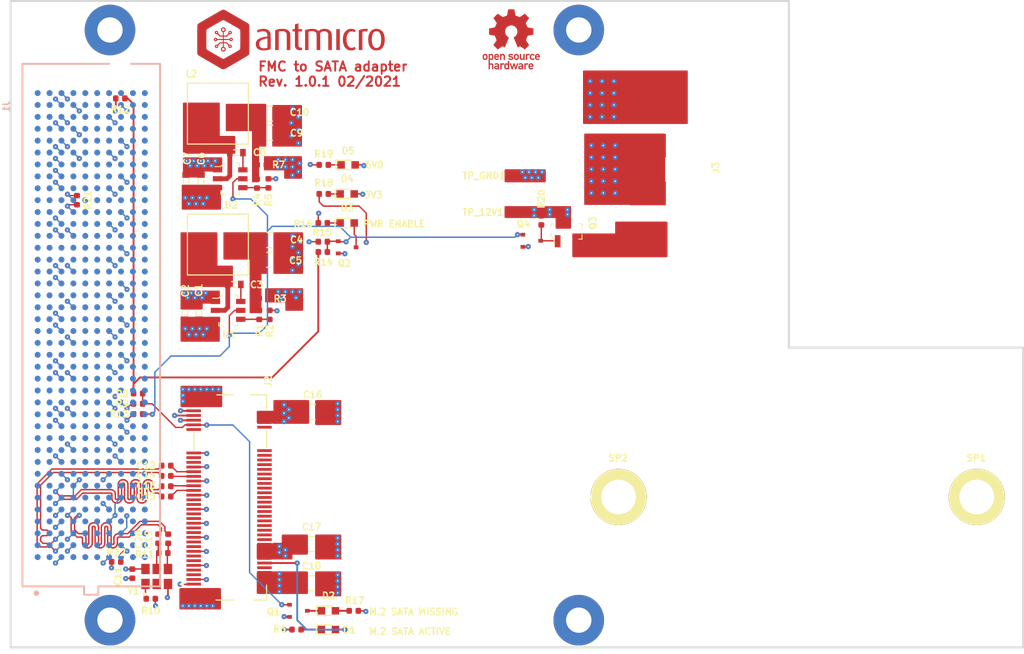
<source format=kicad_pcb>
(kicad_pcb (version 20171130) (host pcbnew 5.1.5+dfsg1-2~bpo10+1)
  (layers (0 F.Cu signal) (1 In1.Cu signal) (2 In2.Cu signal) (31 B.Cu signal) (34 B.Paste user) (35 F.Paste user) (36 B.SilkS user) (37 F.SilkS user) (38 B.Mask user) (39 F.Mask user) (44 Edge.Cuts user))
  (net 0 "")
  (net 1 +12V)
  (net 2 GND)
  (net 3 "Net-(C3-Pad1)")
  (net 4 "Net-(C3-Pad2)")
  (net 5 "Net-(C4-Pad1)")
  (net 6 "Net-(C8-Pad1)")
  (net 7 "Net-(C8-Pad2)")
  (net 8 "Net-(C10-Pad1)")
  (net 9 SATA_A_P)
  (net 10 SATA_B_N)
  (net 11 SATA_A_N)
  (net 12 SATA_B_P)
  (net 13 "Net-(D1-Pad2)")
  (net 14 "Net-(D1-Pad1)")
  (net 15 "Net-(J1-PadH40)")
  (net 16 "Net-(J1-PadG40)")
  (net 17 "Net-(J1-PadD40)")
  (net 18 "Net-(J1-PadG39)")
  (net 19 "Net-(J1-PadH38)")
  (net 20 "Net-(J1-PadD38)")
  (net 21 "Net-(J1-PadH37)")
  (net 22 "Net-(J1-PadG37)")
  (net 23 "Net-(J1-PadG36)")
  (net 24 "Net-(J1-PadD36)")
  (net 25 "Net-(J1-PadH35)")
  (net 26 "Net-(J1-PadH34)")
  (net 27 "Net-(J1-PadG34)")
  (net 28 "Net-(J1-PadD34)")
  (net 29 "Net-(J1-PadG33)")
  (net 30 "Net-(J1-PadD33)")
  (net 31 "Net-(J1-PadH32)")
  (net 32 "Net-(J1-PadD32)")
  (net 33 "Net-(J1-PadH31)")
  (net 34 "Net-(J1-PadG31)")
  (net 35 "Net-(J1-PadC31)")
  (net 36 "Net-(J1-PadG30)")
  (net 37 "Net-(J1-PadC30)")
  (net 38 "Net-(J1-PadH29)")
  (net 39 "Net-(J1-PadD29)")
  (net 40 "Net-(J1-PadH28)")
  (net 41 "Net-(J1-PadG28)")
  (net 42 "Net-(J1-PadG27)")
  (net 43 "Net-(J1-PadD27)")
  (net 44 "Net-(J1-PadC27)")
  (net 45 "Net-(J1-PadH26)")
  (net 46 "Net-(J1-PadD26)")
  (net 47 "Net-(J1-PadC26)")
  (net 48 "Net-(J1-PadH25)")
  (net 49 "Net-(J1-PadG25)")
  (net 50 "Net-(J1-PadG24)")
  (net 51 "Net-(J1-PadD24)")
  (net 52 "Net-(J1-PadH23)")
  (net 53 "Net-(J1-PadD23)")
  (net 54 "Net-(J1-PadC23)")
  (net 55 "Net-(J1-PadH22)")
  (net 56 "Net-(J1-PadG22)")
  (net 57 "Net-(J1-PadC22)")
  (net 58 "Net-(J1-PadG21)")
  (net 59 "Net-(J1-PadD21)")
  (net 60 "Net-(J1-PadH20)")
  (net 61 "Net-(J1-PadD20)")
  (net 62 "Net-(J1-PadH19)")
  (net 63 "Net-(J1-PadG19)")
  (net 64 "Net-(J1-PadC19)")
  (net 65 "Net-(J1-PadG18)")
  (net 66 "Net-(J1-PadD18)")
  (net 67 "Net-(J1-PadC18)")
  (net 68 "Net-(J1-PadH17)")
  (net 69 "Net-(J1-PadD17)")
  (net 70 "Net-(J1-PadH16)")
  (net 71 "Net-(J1-PadG16)")
  (net 72 "Net-(J1-PadG15)")
  (net 73 "Net-(J1-PadD15)")
  (net 74 "Net-(J1-PadC15)")
  (net 75 "Net-(J1-PadH14)")
  (net 76 "Net-(J1-PadD14)")
  (net 77 "Net-(J1-PadC14)")
  (net 78 "Net-(J1-PadH13)")
  (net 79 "Net-(J1-PadG13)")
  (net 80 "Net-(J1-PadG12)")
  (net 81 "Net-(J1-PadD12)")
  (net 82 "Net-(J1-PadH11)")
  (net 83 "Net-(J1-PadD11)")
  (net 84 "Net-(J1-PadC11)")
  (net 85 "Net-(J1-PadH10)")
  (net 86 "Net-(J1-PadG10)")
  (net 87 "Net-(J1-PadC10)")
  (net 88 "Net-(J1-PadG9)")
  (net 89 "Net-(J1-PadD9)")
  (net 90 "Net-(J1-PadH8)")
  (net 91 "Net-(J1-PadD8)")
  (net 92 "Net-(J1-PadH7)")
  (net 93 "Net-(J1-PadG7)")
  (net 94 "Net-(J1-PadG6)")
  (net 95 "Net-(J1-PadH5)")
  (net 96 SATA_CLK_N)
  (net 97 "Net-(J1-PadH4)")
  (net 98 SATA_CLK_P)
  (net 99 "Net-(J1-PadG3)")
  (net 100 "Net-(J1-PadG2)")
  (net 101 "Net-(J1-PadH1)")
  (net 102 "Net-(J1-PadD1)")
  (net 103 "Net-(J2-Pad58)")
  (net 104 "Net-(J2-Pad56)")
  (net 105 "Net-(J2-Pad55)")
  (net 106 "Net-(J2-Pad54)")
  (net 107 "Net-(J2-Pad53)")
  (net 108 "Net-(J2-Pad52)")
  (net 109 "Net-(J2-Pad50)")
  (net 110 "Net-(J2-Pad48)")
  (net 111 "Net-(J2-Pad46)")
  (net 112 "Net-(J2-Pad44)")
  (net 113 "Net-(J2-Pad42)")
  (net 114 "Net-(J2-Pad40)")
  (net 115 "Net-(J2-Pad38)")
  (net 116 "Net-(J2-Pad37)")
  (net 117 "Net-(J2-Pad36)")
  (net 118 "Net-(J2-Pad35)")
  (net 119 "Net-(J2-Pad34)")
  (net 120 "Net-(J2-Pad32)")
  (net 121 "Net-(J2-Pad31)")
  (net 122 "Net-(J2-Pad30)")
  (net 123 "Net-(J2-Pad29)")
  (net 124 "Net-(J2-Pad28)")
  (net 125 "Net-(J2-Pad26)")
  (net 126 "Net-(J2-Pad25)")
  (net 127 "Net-(J2-Pad24)")
  (net 128 "Net-(J2-Pad23)")
  (net 129 "Net-(J2-Pad22)")
  (net 130 "Net-(J2-Pad20)")
  (net 131 "Net-(J2-Pad19)")
  (net 132 +3V3)
  (net 133 "Net-(J2-Pad17)")
  (net 134 "Net-(J2-Pad13)")
  (net 135 "Net-(J2-Pad68)")
  (net 136 "Net-(J2-Pad67)")
  (net 137 "Net-(J2-Pad11)")
  (net 138 "Net-(J2-Pad8)")
  (net 139 "Net-(J2-Pad7)")
  (net 140 "Net-(J2-Pad5)")
  (net 141 "Net-(R1-Pad2)")
  (net 142 "Net-(R4-Pad2)")
  (net 143 +5V)
  (net 144 SATA_FLAG)
  (net 145 PWR_EN)
  (net 146 /M2_SATA_A_P)
  (net 147 /M2_SATA_B_N)
  (net 148 /M2_SATA_A_N)
  (net 149 /M2_SATA_B_P)
  (net 150 "Net-(D2-Pad2)")
  (net 151 "Net-(D2-Pad1)")
  (net 152 VCC_IO)
  (net 153 "Net-(D3-Pad2)")
  (net 154 "Net-(D3-Pad1)")
  (net 155 "Net-(D4-Pad1)")
  (net 156 "Net-(D5-Pad1)")
  (net 157 /JTAG_TDO)
  (net 158 /JTAG_TDI)
  (net 159 /PRSNT)
  (net 160 "Net-(J3-Pad1)")
  (net 161 "Net-(Q3-Pad1)")
  (net 162 "Net-(R10-Pad1)")
  (net 163 "Net-(C19-Pad2)")
  (net 164 "Net-(C20-Pad2)")
  (net 165 "Net-(J1-PadC39)")
  (module antmicro-footprints:Testpoint_smd_1mm (layer F.Cu) (at 125.385 61.665)
    (fp_text reference TP_GND1 (at -2.9 0) (layer F.SilkS) (effects (font (size 0.7 0.7))))
    (fp_text value TP_SMD1MM hide)
    (pad 1 smd circle (at 0 -0.0508) (size 1 1) (layers F.Cu F.Mask) (net 2 GND))
  )
  (module antmicro-footprints:Testpoint_smd_1mm (layer F.Cu) (at 125.285 65.565)
    (fp_text reference TP_12V1 (at -2.9 0) (layer F.SilkS) (effects (font (size 0.7 0.7))))
    (fp_text value TP_SMD1MM hide)
    (pad 1 smd circle (at 0 -0.0508) (size 1 1) (layers F.Cu F.Mask) (net 1 +12V))
  )
  (module fmc2sata-footprints:ASP-134488-01 (layer B.Cu) (at 80.6 77.6 270)
    (fp_text reference J1 (at -23.33635 9.05879 90) (layer B.SilkS) (effects (font (size 0.7 0.7)) (justify mirror)))
    (fp_text value ASP-134488-01)
    (pad K40 smd circle (at -24.765 -5.715 270) (size 0.64 0.64) (layers B.Cu B.Mask))
    (pad J40 smd circle (at -24.765 -4.445 270) (size 0.64 0.64) (layers B.Cu B.Mask))
    (pad H40 smd circle (at -24.765 -3.175 270) (size 0.64 0.64) (layers B.Cu B.Mask) (net 15 "Net-(J1-PadH40)"))
    (pad G40 smd circle (at -24.765 -1.905 270) (size 0.64 0.64) (layers B.Cu B.Mask) (net 16 "Net-(J1-PadG40)"))
    (pad F40 smd circle (at -24.765 -0.635 270) (size 0.64 0.64) (layers B.Cu B.Mask))
    (pad E40 smd circle (at -24.765 0.635 270) (size 0.64 0.64) (layers B.Cu B.Mask))
    (pad D40 smd circle (at -24.765 1.905 270) (size 0.64 0.64) (layers B.Cu B.Mask) (net 17 "Net-(J1-PadD40)"))
    (pad C40 smd circle (at -24.765 3.175 270) (size 0.64 0.64) (layers B.Cu B.Mask) (net 2 GND))
    (pad B40 smd circle (at -24.765 4.445 270) (size 0.64 0.64) (layers B.Cu B.Mask))
    (pad A40 smd circle (at -24.765 5.715 270) (size 0.64 0.64) (layers B.Cu B.Mask))
    (pad K39 smd circle (at -23.495 -5.715 270) (size 0.64 0.64) (layers B.Cu B.Mask))
    (pad J39 smd circle (at -23.495 -4.445 270) (size 0.64 0.64) (layers B.Cu B.Mask))
    (pad H39 smd circle (at -23.495 -3.175 270) (size 0.64 0.64) (layers B.Cu B.Mask) (net 2 GND))
    (pad G39 smd circle (at -23.495 -1.905 270) (size 0.64 0.64) (layers B.Cu B.Mask) (net 18 "Net-(J1-PadG39)"))
    (pad F39 smd circle (at -23.495 -0.635 270) (size 0.64 0.64) (layers B.Cu B.Mask))
    (pad E39 smd circle (at -23.495 0.635 270) (size 0.64 0.64) (layers B.Cu B.Mask))
    (pad D39 smd circle (at -23.495 1.905 270) (size 0.64 0.64) (layers B.Cu B.Mask) (net 2 GND))
    (pad C39 smd circle (at -23.495 3.175 270) (size 0.64 0.64) (layers B.Cu B.Mask) (net 165 "Net-(J1-PadC39)"))
    (pad B39 smd circle (at -23.495 4.445 270) (size 0.64 0.64) (layers B.Cu B.Mask))
    (pad A39 smd circle (at -23.495 5.715 270) (size 0.64 0.64) (layers B.Cu B.Mask))
    (pad K38 smd circle (at -22.225 -5.715 270) (size 0.64 0.64) (layers B.Cu B.Mask))
    (pad J38 smd circle (at -22.225 -4.445 270) (size 0.64 0.64) (layers B.Cu B.Mask))
    (pad H38 smd circle (at -22.225 -3.175 270) (size 0.64 0.64) (layers B.Cu B.Mask) (net 19 "Net-(J1-PadH38)"))
    (pad G38 smd circle (at -22.225 -1.905 270) (size 0.64 0.64) (layers B.Cu B.Mask) (net 2 GND))
    (pad F38 smd circle (at -22.225 -0.635 270) (size 0.64 0.64) (layers B.Cu B.Mask))
    (pad E38 smd circle (at -22.225 0.635 270) (size 0.64 0.64) (layers B.Cu B.Mask))
    (pad D38 smd circle (at -22.225 1.905 270) (size 0.64 0.64) (layers B.Cu B.Mask) (net 20 "Net-(J1-PadD38)"))
    (pad C38 smd circle (at -22.225 3.175 270) (size 0.64 0.64) (layers B.Cu B.Mask) (net 2 GND))
    (pad B38 smd circle (at -22.225 4.445 270) (size 0.64 0.64) (layers B.Cu B.Mask))
    (pad A38 smd circle (at -22.225 5.715 270) (size 0.64 0.64) (layers B.Cu B.Mask))
    (pad K37 smd circle (at -20.955 -5.715 270) (size 0.64 0.64) (layers B.Cu B.Mask))
    (pad J37 smd circle (at -20.955 -4.445 270) (size 0.64 0.64) (layers B.Cu B.Mask))
    (pad H37 smd circle (at -20.955 -3.175 270) (size 0.64 0.64) (layers B.Cu B.Mask) (net 21 "Net-(J1-PadH37)"))
    (pad G37 smd circle (at -20.955 -1.905 270) (size 0.64 0.64) (layers B.Cu B.Mask) (net 22 "Net-(J1-PadG37)"))
    (pad F37 smd circle (at -20.955 -0.635 270) (size 0.64 0.64) (layers B.Cu B.Mask))
    (pad E37 smd circle (at -20.955 0.635 270) (size 0.64 0.64) (layers B.Cu B.Mask))
    (pad D37 smd circle (at -20.955 1.905 270) (size 0.64 0.64) (layers B.Cu B.Mask) (net 2 GND))
    (pad C37 smd circle (at -20.955 3.175 270) (size 0.64 0.64) (layers B.Cu B.Mask) (net 1 +12V))
    (pad B37 smd circle (at -20.955 4.445 270) (size 0.64 0.64) (layers B.Cu B.Mask))
    (pad A37 smd circle (at -20.955 5.715 270) (size 0.64 0.64) (layers B.Cu B.Mask))
    (pad K36 smd circle (at -19.685 -5.715 270) (size 0.64 0.64) (layers B.Cu B.Mask))
    (pad J36 smd circle (at -19.685 -4.445 270) (size 0.64 0.64) (layers B.Cu B.Mask))
    (pad H36 smd circle (at -19.685 -3.175 270) (size 0.64 0.64) (layers B.Cu B.Mask) (net 2 GND))
    (pad G36 smd circle (at -19.685 -1.905 270) (size 0.64 0.64) (layers B.Cu B.Mask) (net 23 "Net-(J1-PadG36)"))
    (pad F36 smd circle (at -19.685 -0.635 270) (size 0.64 0.64) (layers B.Cu B.Mask))
    (pad E36 smd circle (at -19.685 0.635 270) (size 0.64 0.64) (layers B.Cu B.Mask))
    (pad D36 smd circle (at -19.685 1.905 270) (size 0.64 0.64) (layers B.Cu B.Mask) (net 24 "Net-(J1-PadD36)"))
    (pad C36 smd circle (at -19.685 3.175 270) (size 0.64 0.64) (layers B.Cu B.Mask) (net 2 GND))
    (pad B36 smd circle (at -19.685 4.445 270) (size 0.64 0.64) (layers B.Cu B.Mask))
    (pad A36 smd circle (at -19.685 5.715 270) (size 0.64 0.64) (layers B.Cu B.Mask))
    (pad K35 smd circle (at -18.415 -5.715 270) (size 0.64 0.64) (layers B.Cu B.Mask))
    (pad J35 smd circle (at -18.415 -4.445 270) (size 0.64 0.64) (layers B.Cu B.Mask))
    (pad H35 smd circle (at -18.415 -3.175 270) (size 0.64 0.64) (layers B.Cu B.Mask) (net 25 "Net-(J1-PadH35)"))
    (pad G35 smd circle (at -18.415 -1.905 270) (size 0.64 0.64) (layers B.Cu B.Mask) (net 2 GND))
    (pad F35 smd circle (at -18.415 -0.635 270) (size 0.64 0.64) (layers B.Cu B.Mask))
    (pad E35 smd circle (at -18.415 0.635 270) (size 0.64 0.64) (layers B.Cu B.Mask))
    (pad D35 smd circle (at -18.415 1.905 270) (size 0.64 0.64) (layers B.Cu B.Mask) (net 2 GND))
    (pad C35 smd circle (at -18.415 3.175 270) (size 0.64 0.64) (layers B.Cu B.Mask) (net 1 +12V))
    (pad B35 smd circle (at -18.415 4.445 270) (size 0.64 0.64) (layers B.Cu B.Mask))
    (pad A35 smd circle (at -18.415 5.715 270) (size 0.64 0.64) (layers B.Cu B.Mask))
    (pad K34 smd circle (at -17.145 -5.715 270) (size 0.64 0.64) (layers B.Cu B.Mask))
    (pad J34 smd circle (at -17.145 -4.445 270) (size 0.64 0.64) (layers B.Cu B.Mask))
    (pad H34 smd circle (at -17.145 -3.175 270) (size 0.64 0.64) (layers B.Cu B.Mask) (net 26 "Net-(J1-PadH34)"))
    (pad G34 smd circle (at -17.145 -1.905 270) (size 0.64 0.64) (layers B.Cu B.Mask) (net 27 "Net-(J1-PadG34)"))
    (pad F34 smd circle (at -17.145 -0.635 270) (size 0.64 0.64) (layers B.Cu B.Mask))
    (pad E34 smd circle (at -17.145 0.635 270) (size 0.64 0.64) (layers B.Cu B.Mask))
    (pad D34 smd circle (at -17.145 1.905 270) (size 0.64 0.64) (layers B.Cu B.Mask) (net 28 "Net-(J1-PadD34)"))
    (pad C34 smd circle (at -17.145 3.175 270) (size 0.64 0.64) (layers B.Cu B.Mask) (net 2 GND))
    (pad B34 smd circle (at -17.145 4.445 270) (size 0.64 0.64) (layers B.Cu B.Mask))
    (pad A34 smd circle (at -17.145 5.715 270) (size 0.64 0.64) (layers B.Cu B.Mask))
    (pad K33 smd circle (at -15.875 -5.715 270) (size 0.64 0.64) (layers B.Cu B.Mask))
    (pad J33 smd circle (at -15.875 -4.445 270) (size 0.64 0.64) (layers B.Cu B.Mask))
    (pad H33 smd circle (at -15.875 -3.175 270) (size 0.64 0.64) (layers B.Cu B.Mask) (net 2 GND))
    (pad G33 smd circle (at -15.875 -1.905 270) (size 0.64 0.64) (layers B.Cu B.Mask) (net 29 "Net-(J1-PadG33)"))
    (pad F33 smd circle (at -15.875 -0.635 270) (size 0.64 0.64) (layers B.Cu B.Mask))
    (pad E33 smd circle (at -15.875 0.635 270) (size 0.64 0.64) (layers B.Cu B.Mask))
    (pad D33 smd circle (at -15.875 1.905 270) (size 0.64 0.64) (layers B.Cu B.Mask) (net 30 "Net-(J1-PadD33)"))
    (pad C33 smd circle (at -15.875 3.175 270) (size 0.64 0.64) (layers B.Cu B.Mask) (net 2 GND))
    (pad B33 smd circle (at -15.875 4.445 270) (size 0.64 0.64) (layers B.Cu B.Mask))
    (pad A33 smd circle (at -15.875 5.715 270) (size 0.64 0.64) (layers B.Cu B.Mask))
    (pad K32 smd circle (at -14.605 -5.715 270) (size 0.64 0.64) (layers B.Cu B.Mask))
    (pad J32 smd circle (at -14.605 -4.445 270) (size 0.64 0.64) (layers B.Cu B.Mask))
    (pad H32 smd circle (at -14.605 -3.175 270) (size 0.64 0.64) (layers B.Cu B.Mask) (net 31 "Net-(J1-PadH32)"))
    (pad G32 smd circle (at -14.605 -1.905 270) (size 0.64 0.64) (layers B.Cu B.Mask) (net 2 GND))
    (pad F32 smd circle (at -14.605 -0.635 270) (size 0.64 0.64) (layers B.Cu B.Mask))
    (pad E32 smd circle (at -14.605 0.635 270) (size 0.64 0.64) (layers B.Cu B.Mask))
    (pad D32 smd circle (at -14.605 1.905 270) (size 0.64 0.64) (layers B.Cu B.Mask) (net 32 "Net-(J1-PadD32)"))
    (pad C32 smd circle (at -14.605 3.175 270) (size 0.64 0.64) (layers B.Cu B.Mask) (net 2 GND))
    (pad B32 smd circle (at -14.605 4.445 270) (size 0.64 0.64) (layers B.Cu B.Mask))
    (pad A32 smd circle (at -14.605 5.715 270) (size 0.64 0.64) (layers B.Cu B.Mask))
    (pad K31 smd circle (at -13.335 -5.715 270) (size 0.64 0.64) (layers B.Cu B.Mask))
    (pad J31 smd circle (at -13.335 -4.445 270) (size 0.64 0.64) (layers B.Cu B.Mask))
    (pad H31 smd circle (at -13.335 -3.175 270) (size 0.64 0.64) (layers B.Cu B.Mask) (net 33 "Net-(J1-PadH31)"))
    (pad G31 smd circle (at -13.335 -1.905 270) (size 0.64 0.64) (layers B.Cu B.Mask) (net 34 "Net-(J1-PadG31)"))
    (pad F31 smd circle (at -13.335 -0.635 270) (size 0.64 0.64) (layers B.Cu B.Mask))
    (pad E31 smd circle (at -13.335 0.635 270) (size 0.64 0.64) (layers B.Cu B.Mask))
    (pad D31 smd circle (at -13.335 1.905 270) (size 0.64 0.64) (layers B.Cu B.Mask) (net 157 /JTAG_TDO))
    (pad C31 smd circle (at -13.335 3.175 270) (size 0.64 0.64) (layers B.Cu B.Mask) (net 35 "Net-(J1-PadC31)"))
    (pad B31 smd circle (at -13.335 4.445 270) (size 0.64 0.64) (layers B.Cu B.Mask))
    (pad A31 smd circle (at -13.335 5.715 270) (size 0.64 0.64) (layers B.Cu B.Mask))
    (pad K30 smd circle (at -12.065 -5.715 270) (size 0.64 0.64) (layers B.Cu B.Mask))
    (pad J30 smd circle (at -12.065 -4.445 270) (size 0.64 0.64) (layers B.Cu B.Mask))
    (pad H30 smd circle (at -12.065 -3.175 270) (size 0.64 0.64) (layers B.Cu B.Mask) (net 2 GND))
    (pad G30 smd circle (at -12.065 -1.905 270) (size 0.64 0.64) (layers B.Cu B.Mask) (net 36 "Net-(J1-PadG30)"))
    (pad F30 smd circle (at -12.065 -0.635 270) (size 0.64 0.64) (layers B.Cu B.Mask))
    (pad E30 smd circle (at -12.065 0.635 270) (size 0.64 0.64) (layers B.Cu B.Mask))
    (pad D30 smd circle (at -12.065 1.905 270) (size 0.64 0.64) (layers B.Cu B.Mask) (net 158 /JTAG_TDI))
    (pad C30 smd circle (at -12.065 3.175 270) (size 0.64 0.64) (layers B.Cu B.Mask) (net 37 "Net-(J1-PadC30)"))
    (pad B30 smd circle (at -12.065 4.445 270) (size 0.64 0.64) (layers B.Cu B.Mask))
    (pad A30 smd circle (at -12.065 5.715 270) (size 0.64 0.64) (layers B.Cu B.Mask))
    (pad K29 smd circle (at -10.795 -5.715 270) (size 0.64 0.64) (layers B.Cu B.Mask))
    (pad J29 smd circle (at -10.795 -4.445 270) (size 0.64 0.64) (layers B.Cu B.Mask))
    (pad H29 smd circle (at -10.795 -3.175 270) (size 0.64 0.64) (layers B.Cu B.Mask) (net 38 "Net-(J1-PadH29)"))
    (pad G29 smd circle (at -10.795 -1.905 270) (size 0.64 0.64) (layers B.Cu B.Mask) (net 2 GND))
    (pad F29 smd circle (at -10.795 -0.635 270) (size 0.64 0.64) (layers B.Cu B.Mask))
    (pad E29 smd circle (at -10.795 0.635 270) (size 0.64 0.64) (layers B.Cu B.Mask))
    (pad D29 smd circle (at -10.795 1.905 270) (size 0.64 0.64) (layers B.Cu B.Mask) (net 39 "Net-(J1-PadD29)"))
    (pad C29 smd circle (at -10.795 3.175 270) (size 0.64 0.64) (layers B.Cu B.Mask) (net 2 GND))
    (pad B29 smd circle (at -10.795 4.445 270) (size 0.64 0.64) (layers B.Cu B.Mask))
    (pad A29 smd circle (at -10.795 5.715 270) (size 0.64 0.64) (layers B.Cu B.Mask))
    (pad K28 smd circle (at -9.525 -5.715 270) (size 0.64 0.64) (layers B.Cu B.Mask))
    (pad J28 smd circle (at -9.525 -4.445 270) (size 0.64 0.64) (layers B.Cu B.Mask))
    (pad H28 smd circle (at -9.525 -3.175 270) (size 0.64 0.64) (layers B.Cu B.Mask) (net 40 "Net-(J1-PadH28)"))
    (pad G28 smd circle (at -9.525 -1.905 270) (size 0.64 0.64) (layers B.Cu B.Mask) (net 41 "Net-(J1-PadG28)"))
    (pad F28 smd circle (at -9.525 -0.635 270) (size 0.64 0.64) (layers B.Cu B.Mask))
    (pad E28 smd circle (at -9.525 0.635 270) (size 0.64 0.64) (layers B.Cu B.Mask))
    (pad D28 smd circle (at -9.525 1.905 270) (size 0.64 0.64) (layers B.Cu B.Mask) (net 2 GND))
    (pad C28 smd circle (at -9.525 3.175 270) (size 0.64 0.64) (layers B.Cu B.Mask) (net 2 GND))
    (pad B28 smd circle (at -9.525 4.445 270) (size 0.64 0.64) (layers B.Cu B.Mask))
    (pad A28 smd circle (at -9.525 5.715 270) (size 0.64 0.64) (layers B.Cu B.Mask))
    (pad K27 smd circle (at -8.255 -5.715 270) (size 0.64 0.64) (layers B.Cu B.Mask))
    (pad J27 smd circle (at -8.255 -4.445 270) (size 0.64 0.64) (layers B.Cu B.Mask))
    (pad H27 smd circle (at -8.255 -3.175 270) (size 0.64 0.64) (layers B.Cu B.Mask) (net 2 GND))
    (pad G27 smd circle (at -8.255 -1.905 270) (size 0.64 0.64) (layers B.Cu B.Mask) (net 42 "Net-(J1-PadG27)"))
    (pad F27 smd circle (at -8.255 -0.635 270) (size 0.64 0.64) (layers B.Cu B.Mask))
    (pad E27 smd circle (at -8.255 0.635 270) (size 0.64 0.64) (layers B.Cu B.Mask))
    (pad D27 smd circle (at -8.255 1.905 270) (size 0.64 0.64) (layers B.Cu B.Mask) (net 43 "Net-(J1-PadD27)"))
    (pad C27 smd circle (at -8.255 3.175 270) (size 0.64 0.64) (layers B.Cu B.Mask) (net 44 "Net-(J1-PadC27)"))
    (pad B27 smd circle (at -8.255 4.445 270) (size 0.64 0.64) (layers B.Cu B.Mask))
    (pad A27 smd circle (at -8.255 5.715 270) (size 0.64 0.64) (layers B.Cu B.Mask))
    (pad K26 smd circle (at -6.985 -5.715 270) (size 0.64 0.64) (layers B.Cu B.Mask))
    (pad J26 smd circle (at -6.985 -4.445 270) (size 0.64 0.64) (layers B.Cu B.Mask))
    (pad H26 smd circle (at -6.985 -3.175 270) (size 0.64 0.64) (layers B.Cu B.Mask) (net 45 "Net-(J1-PadH26)"))
    (pad G26 smd circle (at -6.985 -1.905 270) (size 0.64 0.64) (layers B.Cu B.Mask) (net 2 GND))
    (pad F26 smd circle (at -6.985 -0.635 270) (size 0.64 0.64) (layers B.Cu B.Mask))
    (pad E26 smd circle (at -6.985 0.635 270) (size 0.64 0.64) (layers B.Cu B.Mask))
    (pad D26 smd circle (at -6.985 1.905 270) (size 0.64 0.64) (layers B.Cu B.Mask) (net 46 "Net-(J1-PadD26)"))
    (pad C26 smd circle (at -6.985 3.175 270) (size 0.64 0.64) (layers B.Cu B.Mask) (net 47 "Net-(J1-PadC26)"))
    (pad B26 smd circle (at -6.985 4.445 270) (size 0.64 0.64) (layers B.Cu B.Mask))
    (pad A26 smd circle (at -6.985 5.715 270) (size 0.64 0.64) (layers B.Cu B.Mask))
    (pad K25 smd circle (at -5.715 -5.715 270) (size 0.64 0.64) (layers B.Cu B.Mask))
    (pad J25 smd circle (at -5.715 -4.445 270) (size 0.64 0.64) (layers B.Cu B.Mask))
    (pad H25 smd circle (at -5.715 -3.175 270) (size 0.64 0.64) (layers B.Cu B.Mask) (net 48 "Net-(J1-PadH25)"))
    (pad G25 smd circle (at -5.715 -1.905 270) (size 0.64 0.64) (layers B.Cu B.Mask) (net 49 "Net-(J1-PadG25)"))
    (pad F25 smd circle (at -5.715 -0.635 270) (size 0.64 0.64) (layers B.Cu B.Mask))
    (pad E25 smd circle (at -5.715 0.635 270) (size 0.64 0.64) (layers B.Cu B.Mask))
    (pad D25 smd circle (at -5.715 1.905 270) (size 0.64 0.64) (layers B.Cu B.Mask) (net 2 GND))
    (pad C25 smd circle (at -5.715 3.175 270) (size 0.64 0.64) (layers B.Cu B.Mask) (net 2 GND))
    (pad B25 smd circle (at -5.715 4.445 270) (size 0.64 0.64) (layers B.Cu B.Mask))
    (pad A25 smd circle (at -5.715 5.715 270) (size 0.64 0.64) (layers B.Cu B.Mask))
    (pad K24 smd circle (at -4.445 -5.715 270) (size 0.64 0.64) (layers B.Cu B.Mask))
    (pad J24 smd circle (at -4.445 -4.445 270) (size 0.64 0.64) (layers B.Cu B.Mask))
    (pad H24 smd circle (at -4.445 -3.175 270) (size 0.64 0.64) (layers B.Cu B.Mask) (net 2 GND))
    (pad G24 smd circle (at -4.445 -1.905 270) (size 0.64 0.64) (layers B.Cu B.Mask) (net 50 "Net-(J1-PadG24)"))
    (pad F24 smd circle (at -4.445 -0.635 270) (size 0.64 0.64) (layers B.Cu B.Mask))
    (pad E24 smd circle (at -4.445 0.635 270) (size 0.64 0.64) (layers B.Cu B.Mask))
    (pad D24 smd circle (at -4.445 1.905 270) (size 0.64 0.64) (layers B.Cu B.Mask) (net 51 "Net-(J1-PadD24)"))
    (pad C24 smd circle (at -4.445 3.175 270) (size 0.64 0.64) (layers B.Cu B.Mask) (net 2 GND))
    (pad B24 smd circle (at -4.445 4.445 270) (size 0.64 0.64) (layers B.Cu B.Mask))
    (pad A24 smd circle (at -4.445 5.715 270) (size 0.64 0.64) (layers B.Cu B.Mask))
    (pad K23 smd circle (at -3.175 -5.715 270) (size 0.64 0.64) (layers B.Cu B.Mask))
    (pad J23 smd circle (at -3.175 -4.445 270) (size 0.64 0.64) (layers B.Cu B.Mask))
    (pad H23 smd circle (at -3.175 -3.175 270) (size 0.64 0.64) (layers B.Cu B.Mask) (net 52 "Net-(J1-PadH23)"))
    (pad G23 smd circle (at -3.175 -1.905 270) (size 0.64 0.64) (layers B.Cu B.Mask) (net 2 GND))
    (pad F23 smd circle (at -3.175 -0.635 270) (size 0.64 0.64) (layers B.Cu B.Mask))
    (pad E23 smd circle (at -3.175 0.635 270) (size 0.64 0.64) (layers B.Cu B.Mask))
    (pad D23 smd circle (at -3.175 1.905 270) (size 0.64 0.64) (layers B.Cu B.Mask) (net 53 "Net-(J1-PadD23)"))
    (pad C23 smd circle (at -3.175 3.175 270) (size 0.64 0.64) (layers B.Cu B.Mask) (net 54 "Net-(J1-PadC23)"))
    (pad B23 smd circle (at -3.175 4.445 270) (size 0.64 0.64) (layers B.Cu B.Mask))
    (pad A23 smd circle (at -3.175 5.715 270) (size 0.64 0.64) (layers B.Cu B.Mask))
    (pad K22 smd circle (at -1.905 -5.715 270) (size 0.64 0.64) (layers B.Cu B.Mask))
    (pad J22 smd circle (at -1.905 -4.445 270) (size 0.64 0.64) (layers B.Cu B.Mask))
    (pad H22 smd circle (at -1.905 -3.175 270) (size 0.64 0.64) (layers B.Cu B.Mask) (net 55 "Net-(J1-PadH22)"))
    (pad G22 smd circle (at -1.905 -1.905 270) (size 0.64 0.64) (layers B.Cu B.Mask) (net 56 "Net-(J1-PadG22)"))
    (pad F22 smd circle (at -1.905 -0.635 270) (size 0.64 0.64) (layers B.Cu B.Mask))
    (pad E22 smd circle (at -1.905 0.635 270) (size 0.64 0.64) (layers B.Cu B.Mask))
    (pad D22 smd circle (at -1.905 1.905 270) (size 0.64 0.64) (layers B.Cu B.Mask) (net 2 GND))
    (pad C22 smd circle (at -1.905 3.175 270) (size 0.64 0.64) (layers B.Cu B.Mask) (net 57 "Net-(J1-PadC22)"))
    (pad B22 smd circle (at -1.905 4.445 270) (size 0.64 0.64) (layers B.Cu B.Mask))
    (pad A22 smd circle (at -1.905 5.715 270) (size 0.64 0.64) (layers B.Cu B.Mask))
    (pad K21 smd circle (at -0.635 -5.715 270) (size 0.64 0.64) (layers B.Cu B.Mask))
    (pad J21 smd circle (at -0.635 -4.445 270) (size 0.64 0.64) (layers B.Cu B.Mask))
    (pad H21 smd circle (at -0.635 -3.175 270) (size 0.64 0.64) (layers B.Cu B.Mask) (net 2 GND))
    (pad G21 smd circle (at -0.635 -1.905 270) (size 0.64 0.64) (layers B.Cu B.Mask) (net 58 "Net-(J1-PadG21)"))
    (pad F21 smd circle (at -0.635 -0.635 270) (size 0.64 0.64) (layers B.Cu B.Mask))
    (pad E21 smd circle (at -0.635 0.635 270) (size 0.64 0.64) (layers B.Cu B.Mask))
    (pad D21 smd circle (at -0.635 1.905 270) (size 0.64 0.64) (layers B.Cu B.Mask) (net 59 "Net-(J1-PadD21)"))
    (pad C21 smd circle (at -0.635 3.175 270) (size 0.64 0.64) (layers B.Cu B.Mask) (net 2 GND))
    (pad B21 smd circle (at -0.635 4.445 270) (size 0.64 0.64) (layers B.Cu B.Mask))
    (pad A21 smd circle (at -0.635 5.715 270) (size 0.64 0.64) (layers B.Cu B.Mask))
    (pad K20 smd circle (at 0.635 -5.715 270) (size 0.64 0.64) (layers B.Cu B.Mask))
    (pad J20 smd circle (at 0.635 -4.445 270) (size 0.64 0.64) (layers B.Cu B.Mask))
    (pad H20 smd circle (at 0.635 -3.175 270) (size 0.64 0.64) (layers B.Cu B.Mask) (net 60 "Net-(J1-PadH20)"))
    (pad G20 smd circle (at 0.635 -1.905 270) (size 0.64 0.64) (layers B.Cu B.Mask) (net 2 GND))
    (pad F20 smd circle (at 0.635 -0.635 270) (size 0.64 0.64) (layers B.Cu B.Mask))
    (pad E20 smd circle (at 0.635 0.635 270) (size 0.64 0.64) (layers B.Cu B.Mask))
    (pad D20 smd circle (at 0.635 1.905 270) (size 0.64 0.64) (layers B.Cu B.Mask) (net 61 "Net-(J1-PadD20)"))
    (pad C20 smd circle (at 0.635 3.175 270) (size 0.64 0.64) (layers B.Cu B.Mask) (net 2 GND))
    (pad B20 smd circle (at 0.635 4.445 270) (size 0.64 0.64) (layers B.Cu B.Mask))
    (pad A20 smd circle (at 0.635 5.715 270) (size 0.64 0.64) (layers B.Cu B.Mask))
    (pad K19 smd circle (at 1.905 -5.715 270) (size 0.64 0.64) (layers B.Cu B.Mask))
    (pad J19 smd circle (at 1.905 -4.445 270) (size 0.64 0.64) (layers B.Cu B.Mask))
    (pad H19 smd circle (at 1.905 -3.175 270) (size 0.64 0.64) (layers B.Cu B.Mask) (net 62 "Net-(J1-PadH19)"))
    (pad G19 smd circle (at 1.905 -1.905 270) (size 0.64 0.64) (layers B.Cu B.Mask) (net 63 "Net-(J1-PadG19)"))
    (pad F19 smd circle (at 1.905 -0.635 270) (size 0.64 0.64) (layers B.Cu B.Mask))
    (pad E19 smd circle (at 1.905 0.635 270) (size 0.64 0.64) (layers B.Cu B.Mask))
    (pad D19 smd circle (at 1.905 1.905 270) (size 0.64 0.64) (layers B.Cu B.Mask) (net 2 GND))
    (pad C19 smd circle (at 1.905 3.175 270) (size 0.64 0.64) (layers B.Cu B.Mask) (net 64 "Net-(J1-PadC19)"))
    (pad B19 smd circle (at 1.905 4.445 270) (size 0.64 0.64) (layers B.Cu B.Mask))
    (pad A19 smd circle (at 1.905 5.715 270) (size 0.64 0.64) (layers B.Cu B.Mask))
    (pad K18 smd circle (at 3.175 -5.715 270) (size 0.64 0.64) (layers B.Cu B.Mask))
    (pad J18 smd circle (at 3.175 -4.445 270) (size 0.64 0.64) (layers B.Cu B.Mask))
    (pad H18 smd circle (at 3.175 -3.175 270) (size 0.64 0.64) (layers B.Cu B.Mask) (net 2 GND))
    (pad G18 smd circle (at 3.175 -1.905 270) (size 0.64 0.64) (layers B.Cu B.Mask) (net 65 "Net-(J1-PadG18)"))
    (pad F18 smd circle (at 3.175 -0.635 270) (size 0.64 0.64) (layers B.Cu B.Mask))
    (pad E18 smd circle (at 3.175 0.635 270) (size 0.64 0.64) (layers B.Cu B.Mask))
    (pad D18 smd circle (at 3.175 1.905 270) (size 0.64 0.64) (layers B.Cu B.Mask) (net 66 "Net-(J1-PadD18)"))
    (pad C18 smd circle (at 3.175 3.175 270) (size 0.64 0.64) (layers B.Cu B.Mask) (net 67 "Net-(J1-PadC18)"))
    (pad B18 smd circle (at 3.175 4.445 270) (size 0.64 0.64) (layers B.Cu B.Mask))
    (pad A18 smd circle (at 3.175 5.715 270) (size 0.64 0.64) (layers B.Cu B.Mask))
    (pad K17 smd circle (at 4.445 -5.715 270) (size 0.64 0.64) (layers B.Cu B.Mask))
    (pad J17 smd circle (at 4.445 -4.445 270) (size 0.64 0.64) (layers B.Cu B.Mask))
    (pad H17 smd circle (at 4.445 -3.175 270) (size 0.64 0.64) (layers B.Cu B.Mask) (net 68 "Net-(J1-PadH17)"))
    (pad G17 smd circle (at 4.445 -1.905 270) (size 0.64 0.64) (layers B.Cu B.Mask) (net 2 GND))
    (pad F17 smd circle (at 4.445 -0.635 270) (size 0.64 0.64) (layers B.Cu B.Mask))
    (pad E17 smd circle (at 4.445 0.635 270) (size 0.64 0.64) (layers B.Cu B.Mask))
    (pad D17 smd circle (at 4.445 1.905 270) (size 0.64 0.64) (layers B.Cu B.Mask) (net 69 "Net-(J1-PadD17)"))
    (pad C17 smd circle (at 4.445 3.175 270) (size 0.64 0.64) (layers B.Cu B.Mask) (net 2 GND))
    (pad B17 smd circle (at 4.445 4.445 270) (size 0.64 0.64) (layers B.Cu B.Mask))
    (pad A17 smd circle (at 4.445 5.715 270) (size 0.64 0.64) (layers B.Cu B.Mask))
    (pad K16 smd circle (at 5.715 -5.715 270) (size 0.64 0.64) (layers B.Cu B.Mask))
    (pad J16 smd circle (at 5.715 -4.445 270) (size 0.64 0.64) (layers B.Cu B.Mask))
    (pad H16 smd circle (at 5.715 -3.175 270) (size 0.64 0.64) (layers B.Cu B.Mask) (net 70 "Net-(J1-PadH16)"))
    (pad G16 smd circle (at 5.715 -1.905 270) (size 0.64 0.64) (layers B.Cu B.Mask) (net 71 "Net-(J1-PadG16)"))
    (pad F16 smd circle (at 5.715 -0.635 270) (size 0.64 0.64) (layers B.Cu B.Mask))
    (pad E16 smd circle (at 5.715 0.635 270) (size 0.64 0.64) (layers B.Cu B.Mask))
    (pad D16 smd circle (at 5.715 1.905 270) (size 0.64 0.64) (layers B.Cu B.Mask) (net 2 GND))
    (pad C16 smd circle (at 5.715 3.175 270) (size 0.64 0.64) (layers B.Cu B.Mask) (net 2 GND))
    (pad B16 smd circle (at 5.715 4.445 270) (size 0.64 0.64) (layers B.Cu B.Mask))
    (pad A16 smd circle (at 5.715 5.715 270) (size 0.64 0.64) (layers B.Cu B.Mask))
    (pad K15 smd circle (at 6.985 -5.715 270) (size 0.64 0.64) (layers B.Cu B.Mask))
    (pad J15 smd circle (at 6.985 -4.445 270) (size 0.64 0.64) (layers B.Cu B.Mask))
    (pad H15 smd circle (at 6.985 -3.175 270) (size 0.64 0.64) (layers B.Cu B.Mask) (net 2 GND))
    (pad G15 smd circle (at 6.985 -1.905 270) (size 0.64 0.64) (layers B.Cu B.Mask) (net 72 "Net-(J1-PadG15)"))
    (pad F15 smd circle (at 6.985 -0.635 270) (size 0.64 0.64) (layers B.Cu B.Mask))
    (pad E15 smd circle (at 6.985 0.635 270) (size 0.64 0.64) (layers B.Cu B.Mask))
    (pad D15 smd circle (at 6.985 1.905 270) (size 0.64 0.64) (layers B.Cu B.Mask) (net 73 "Net-(J1-PadD15)"))
    (pad C15 smd circle (at 6.985 3.175 270) (size 0.64 0.64) (layers B.Cu B.Mask) (net 74 "Net-(J1-PadC15)"))
    (pad B15 smd circle (at 6.985 4.445 270) (size 0.64 0.64) (layers B.Cu B.Mask))
    (pad A15 smd circle (at 6.985 5.715 270) (size 0.64 0.64) (layers B.Cu B.Mask))
    (pad K14 smd circle (at 8.255 -5.715 270) (size 0.64 0.64) (layers B.Cu B.Mask))
    (pad J14 smd circle (at 8.255 -4.445 270) (size 0.64 0.64) (layers B.Cu B.Mask))
    (pad H14 smd circle (at 8.255 -3.175 270) (size 0.64 0.64) (layers B.Cu B.Mask) (net 75 "Net-(J1-PadH14)"))
    (pad G14 smd circle (at 8.255 -1.905 270) (size 0.64 0.64) (layers B.Cu B.Mask) (net 2 GND))
    (pad F14 smd circle (at 8.255 -0.635 270) (size 0.64 0.64) (layers B.Cu B.Mask))
    (pad E14 smd circle (at 8.255 0.635 270) (size 0.64 0.64) (layers B.Cu B.Mask))
    (pad D14 smd circle (at 8.255 1.905 270) (size 0.64 0.64) (layers B.Cu B.Mask) (net 76 "Net-(J1-PadD14)"))
    (pad C14 smd circle (at 8.255 3.175 270) (size 0.64 0.64) (layers B.Cu B.Mask) (net 77 "Net-(J1-PadC14)"))
    (pad B14 smd circle (at 8.255 4.445 270) (size 0.64 0.64) (layers B.Cu B.Mask))
    (pad A14 smd circle (at 8.255 5.715 270) (size 0.64 0.64) (layers B.Cu B.Mask))
    (pad K13 smd circle (at 9.525 -5.715 270) (size 0.64 0.64) (layers B.Cu B.Mask))
    (pad J13 smd circle (at 9.525 -4.445 270) (size 0.64 0.64) (layers B.Cu B.Mask))
    (pad H13 smd circle (at 9.525 -3.175 270) (size 0.64 0.64) (layers B.Cu B.Mask) (net 78 "Net-(J1-PadH13)"))
    (pad G13 smd circle (at 9.525 -1.905 270) (size 0.64 0.64) (layers B.Cu B.Mask) (net 79 "Net-(J1-PadG13)"))
    (pad F13 smd circle (at 9.525 -0.635 270) (size 0.64 0.64) (layers B.Cu B.Mask))
    (pad E13 smd circle (at 9.525 0.635 270) (size 0.64 0.64) (layers B.Cu B.Mask))
    (pad D13 smd circle (at 9.525 1.905 270) (size 0.64 0.64) (layers B.Cu B.Mask) (net 2 GND))
    (pad C13 smd circle (at 9.525 3.175 270) (size 0.64 0.64) (layers B.Cu B.Mask) (net 2 GND))
    (pad B13 smd circle (at 9.525 4.445 270) (size 0.64 0.64) (layers B.Cu B.Mask))
    (pad A13 smd circle (at 9.525 5.715 270) (size 0.64 0.64) (layers B.Cu B.Mask))
    (pad K12 smd circle (at 10.795 -5.715 270) (size 0.64 0.64) (layers B.Cu B.Mask))
    (pad J12 smd circle (at 10.795 -4.445 270) (size 0.64 0.64) (layers B.Cu B.Mask))
    (pad H12 smd circle (at 10.795 -3.175 270) (size 0.64 0.64) (layers B.Cu B.Mask) (net 2 GND))
    (pad G12 smd circle (at 10.795 -1.905 270) (size 0.64 0.64) (layers B.Cu B.Mask) (net 80 "Net-(J1-PadG12)"))
    (pad F12 smd circle (at 10.795 -0.635 270) (size 0.64 0.64) (layers B.Cu B.Mask))
    (pad E12 smd circle (at 10.795 0.635 270) (size 0.64 0.64) (layers B.Cu B.Mask))
    (pad D12 smd circle (at 10.795 1.905 270) (size 0.64 0.64) (layers B.Cu B.Mask) (net 81 "Net-(J1-PadD12)"))
    (pad C12 smd circle (at 10.795 3.175 270) (size 0.64 0.64) (layers B.Cu B.Mask) (net 2 GND))
    (pad B12 smd circle (at 10.795 4.445 270) (size 0.64 0.64) (layers B.Cu B.Mask))
    (pad A12 smd circle (at 10.795 5.715 270) (size 0.64 0.64) (layers B.Cu B.Mask))
    (pad K11 smd circle (at 12.065 -5.715 270) (size 0.64 0.64) (layers B.Cu B.Mask))
    (pad J11 smd circle (at 12.065 -4.445 270) (size 0.64 0.64) (layers B.Cu B.Mask))
    (pad H11 smd circle (at 12.065 -3.175 270) (size 0.64 0.64) (layers B.Cu B.Mask) (net 82 "Net-(J1-PadH11)"))
    (pad G11 smd circle (at 12.065 -1.905 270) (size 0.64 0.64) (layers B.Cu B.Mask) (net 2 GND))
    (pad F11 smd circle (at 12.065 -0.635 270) (size 0.64 0.64) (layers B.Cu B.Mask))
    (pad E11 smd circle (at 12.065 0.635 270) (size 0.64 0.64) (layers B.Cu B.Mask))
    (pad D11 smd circle (at 12.065 1.905 270) (size 0.64 0.64) (layers B.Cu B.Mask) (net 83 "Net-(J1-PadD11)"))
    (pad C11 smd circle (at 12.065 3.175 270) (size 0.64 0.64) (layers B.Cu B.Mask) (net 84 "Net-(J1-PadC11)"))
    (pad B11 smd circle (at 12.065 4.445 270) (size 0.64 0.64) (layers B.Cu B.Mask))
    (pad A11 smd circle (at 12.065 5.715 270) (size 0.64 0.64) (layers B.Cu B.Mask))
    (pad K10 smd circle (at 13.335 -5.715 270) (size 0.64 0.64) (layers B.Cu B.Mask))
    (pad J10 smd circle (at 13.335 -4.445 270) (size 0.64 0.64) (layers B.Cu B.Mask))
    (pad H10 smd circle (at 13.335 -3.175 270) (size 0.64 0.64) (layers B.Cu B.Mask) (net 85 "Net-(J1-PadH10)"))
    (pad G10 smd circle (at 13.335 -1.905 270) (size 0.64 0.64) (layers B.Cu B.Mask) (net 86 "Net-(J1-PadG10)"))
    (pad F10 smd circle (at 13.335 -0.635 270) (size 0.64 0.64) (layers B.Cu B.Mask))
    (pad E10 smd circle (at 13.335 0.635 270) (size 0.64 0.64) (layers B.Cu B.Mask))
    (pad D10 smd circle (at 13.335 1.905 270) (size 0.64 0.64) (layers B.Cu B.Mask) (net 2 GND))
    (pad C10 smd circle (at 13.335 3.175 270) (size 0.64 0.64) (layers B.Cu B.Mask) (net 87 "Net-(J1-PadC10)"))
    (pad B10 smd circle (at 13.335 4.445 270) (size 0.64 0.64) (layers B.Cu B.Mask))
    (pad A10 smd circle (at 13.335 5.715 270) (size 0.64 0.64) (layers B.Cu B.Mask))
    (pad K9 smd circle (at 14.605 -5.715 270) (size 0.64 0.64) (layers B.Cu B.Mask))
    (pad J9 smd circle (at 14.605 -4.445 270) (size 0.64 0.64) (layers B.Cu B.Mask))
    (pad H9 smd circle (at 14.605 -3.175 270) (size 0.64 0.64) (layers B.Cu B.Mask) (net 2 GND))
    (pad G9 smd circle (at 14.605 -1.905 270) (size 0.64 0.64) (layers B.Cu B.Mask) (net 88 "Net-(J1-PadG9)"))
    (pad F9 smd circle (at 14.605 -0.635 270) (size 0.64 0.64) (layers B.Cu B.Mask))
    (pad E9 smd circle (at 14.605 0.635 270) (size 0.64 0.64) (layers B.Cu B.Mask))
    (pad D9 smd circle (at 14.605 1.905 270) (size 0.64 0.64) (layers B.Cu B.Mask) (net 89 "Net-(J1-PadD9)"))
    (pad C9 smd circle (at 14.605 3.175 270) (size 0.64 0.64) (layers B.Cu B.Mask) (net 2 GND))
    (pad B9 smd circle (at 14.605 4.445 270) (size 0.64 0.64) (layers B.Cu B.Mask))
    (pad A9 smd circle (at 14.605 5.715 270) (size 0.64 0.64) (layers B.Cu B.Mask))
    (pad K8 smd circle (at 15.875 -5.715 270) (size 0.64 0.64) (layers B.Cu B.Mask))
    (pad J8 smd circle (at 15.875 -4.445 270) (size 0.64 0.64) (layers B.Cu B.Mask))
    (pad H8 smd circle (at 15.875 -3.175 270) (size 0.64 0.64) (layers B.Cu B.Mask) (net 90 "Net-(J1-PadH8)"))
    (pad G8 smd circle (at 15.875 -1.905 270) (size 0.64 0.64) (layers B.Cu B.Mask) (net 2 GND))
    (pad F8 smd circle (at 15.875 -0.635 270) (size 0.64 0.64) (layers B.Cu B.Mask))
    (pad E8 smd circle (at 15.875 0.635 270) (size 0.64 0.64) (layers B.Cu B.Mask))
    (pad D8 smd circle (at 15.875 1.905 270) (size 0.64 0.64) (layers B.Cu B.Mask) (net 91 "Net-(J1-PadD8)"))
    (pad C8 smd circle (at 15.875 3.175 270) (size 0.64 0.64) (layers B.Cu B.Mask) (net 2 GND))
    (pad B8 smd circle (at 15.875 4.445 270) (size 0.64 0.64) (layers B.Cu B.Mask))
    (pad A8 smd circle (at 15.875 5.715 270) (size 0.64 0.64) (layers B.Cu B.Mask))
    (pad K7 smd circle (at 17.145 -5.715 270) (size 0.64 0.64) (layers B.Cu B.Mask))
    (pad J7 smd circle (at 17.145 -4.445 270) (size 0.64 0.64) (layers B.Cu B.Mask))
    (pad H7 smd circle (at 17.145 -3.175 270) (size 0.64 0.64) (layers B.Cu B.Mask) (net 92 "Net-(J1-PadH7)"))
    (pad G7 smd circle (at 17.145 -1.905 270) (size 0.64 0.64) (layers B.Cu B.Mask) (net 93 "Net-(J1-PadG7)"))
    (pad F7 smd circle (at 17.145 -0.635 270) (size 0.64 0.64) (layers B.Cu B.Mask))
    (pad E7 smd circle (at 17.145 0.635 270) (size 0.64 0.64) (layers B.Cu B.Mask))
    (pad D7 smd circle (at 17.145 1.905 270) (size 0.64 0.64) (layers B.Cu B.Mask) (net 2 GND))
    (pad C7 smd circle (at 17.145 3.175 270) (size 0.64 0.64) (layers B.Cu B.Mask) (net 10 SATA_B_N))
    (pad B7 smd circle (at 17.145 4.445 270) (size 0.64 0.64) (layers B.Cu B.Mask))
    (pad A7 smd circle (at 17.145 5.715 270) (size 0.64 0.64) (layers B.Cu B.Mask))
    (pad K6 smd circle (at 18.415 -5.715 270) (size 0.64 0.64) (layers B.Cu B.Mask))
    (pad J6 smd circle (at 18.415 -4.445 270) (size 0.64 0.64) (layers B.Cu B.Mask))
    (pad H6 smd circle (at 18.415 -3.175 270) (size 0.64 0.64) (layers B.Cu B.Mask) (net 2 GND))
    (pad G6 smd circle (at 18.415 -1.905 270) (size 0.64 0.64) (layers B.Cu B.Mask) (net 94 "Net-(J1-PadG6)"))
    (pad F6 smd circle (at 18.415 -0.635 270) (size 0.64 0.64) (layers B.Cu B.Mask))
    (pad E6 smd circle (at 18.415 0.635 270) (size 0.64 0.64) (layers B.Cu B.Mask))
    (pad D6 smd circle (at 18.415 1.905 270) (size 0.64 0.64) (layers B.Cu B.Mask) (net 2 GND))
    (pad C6 smd circle (at 18.415 3.175 270) (size 0.64 0.64) (layers B.Cu B.Mask) (net 12 SATA_B_P))
    (pad B6 smd circle (at 18.415 4.445 270) (size 0.64 0.64) (layers B.Cu B.Mask))
    (pad A6 smd circle (at 18.415 5.715 270) (size 0.64 0.64) (layers B.Cu B.Mask))
    (pad K5 smd circle (at 19.685 -5.715 270) (size 0.64 0.64) (layers B.Cu B.Mask))
    (pad J5 smd circle (at 19.685 -4.445 270) (size 0.64 0.64) (layers B.Cu B.Mask))
    (pad H5 smd circle (at 19.685 -3.175 270) (size 0.64 0.64) (layers B.Cu B.Mask) (net 95 "Net-(J1-PadH5)"))
    (pad G5 smd circle (at 19.685 -1.905 270) (size 0.64 0.64) (layers B.Cu B.Mask) (net 2 GND))
    (pad F5 smd circle (at 19.685 -0.635 270) (size 0.64 0.64) (layers B.Cu B.Mask))
    (pad E5 smd circle (at 19.685 0.635 270) (size 0.64 0.64) (layers B.Cu B.Mask))
    (pad D5 smd circle (at 19.685 1.905 270) (size 0.64 0.64) (layers B.Cu B.Mask) (net 96 SATA_CLK_N))
    (pad C5 smd circle (at 19.685 3.175 270) (size 0.64 0.64) (layers B.Cu B.Mask) (net 2 GND))
    (pad B5 smd circle (at 19.685 4.445 270) (size 0.64 0.64) (layers B.Cu B.Mask))
    (pad A5 smd circle (at 19.685 5.715 270) (size 0.64 0.64) (layers B.Cu B.Mask))
    (pad K4 smd circle (at 20.955 -5.715 270) (size 0.64 0.64) (layers B.Cu B.Mask))
    (pad J4 smd circle (at 20.955 -4.445 270) (size 0.64 0.64) (layers B.Cu B.Mask))
    (pad H4 smd circle (at 20.955 -3.175 270) (size 0.64 0.64) (layers B.Cu B.Mask) (net 97 "Net-(J1-PadH4)"))
    (pad G4 smd circle (at 20.955 -1.905 270) (size 0.64 0.64) (layers B.Cu B.Mask) (net 2 GND))
    (pad F4 smd circle (at 20.955 -0.635 270) (size 0.64 0.64) (layers B.Cu B.Mask))
    (pad E4 smd circle (at 20.955 0.635 270) (size 0.64 0.64) (layers B.Cu B.Mask))
    (pad D4 smd circle (at 20.955 1.905 270) (size 0.64 0.64) (layers B.Cu B.Mask) (net 98 SATA_CLK_P))
    (pad C4 smd circle (at 20.955 3.175 270) (size 0.64 0.64) (layers B.Cu B.Mask) (net 2 GND))
    (pad B4 smd circle (at 20.955 4.445 270) (size 0.64 0.64) (layers B.Cu B.Mask))
    (pad A4 smd circle (at 20.955 5.715 270) (size 0.64 0.64) (layers B.Cu B.Mask))
    (pad K3 smd circle (at 22.225 -5.715 270) (size 0.64 0.64) (layers B.Cu B.Mask))
    (pad J3 smd circle (at 22.225 -4.445 270) (size 0.64 0.64) (layers B.Cu B.Mask))
    (pad H3 smd circle (at 22.225 -3.175 270) (size 0.64 0.64) (layers B.Cu B.Mask) (net 2 GND))
    (pad G3 smd circle (at 22.225 -1.905 270) (size 0.64 0.64) (layers B.Cu B.Mask) (net 99 "Net-(J1-PadG3)"))
    (pad F3 smd circle (at 22.225 -0.635 270) (size 0.64 0.64) (layers B.Cu B.Mask))
    (pad E3 smd circle (at 22.225 0.635 270) (size 0.64 0.64) (layers B.Cu B.Mask))
    (pad D3 smd circle (at 22.225 1.905 270) (size 0.64 0.64) (layers B.Cu B.Mask) (net 2 GND))
    (pad C3 smd circle (at 22.225 3.175 270) (size 0.64 0.64) (layers B.Cu B.Mask) (net 11 SATA_A_N))
    (pad B3 smd circle (at 22.225 4.445 270) (size 0.64 0.64) (layers B.Cu B.Mask))
    (pad A3 smd circle (at 22.225 5.715 270) (size 0.64 0.64) (layers B.Cu B.Mask))
    (pad K2 smd circle (at 23.495 -5.715 270) (size 0.64 0.64) (layers B.Cu B.Mask))
    (pad J2 smd circle (at 23.495 -4.445 270) (size 0.64 0.64) (layers B.Cu B.Mask))
    (pad H2 smd circle (at 23.495 -3.175 270) (size 0.64 0.64) (layers B.Cu B.Mask) (net 159 /PRSNT))
    (pad G2 smd circle (at 23.495 -1.905 270) (size 0.64 0.64) (layers B.Cu B.Mask) (net 100 "Net-(J1-PadG2)"))
    (pad F2 smd circle (at 23.495 -0.635 270) (size 0.64 0.64) (layers B.Cu B.Mask))
    (pad E2 smd circle (at 23.495 0.635 270) (size 0.64 0.64) (layers B.Cu B.Mask))
    (pad D2 smd circle (at 23.495 1.905 270) (size 0.64 0.64) (layers B.Cu B.Mask) (net 2 GND))
    (pad C2 smd circle (at 23.495 3.175 270) (size 0.64 0.64) (layers B.Cu B.Mask) (net 9 SATA_A_P))
    (pad B2 smd circle (at 23.495 4.445 270) (size 0.64 0.64) (layers B.Cu B.Mask))
    (pad A2 smd circle (at 23.495 5.715 270) (size 0.64 0.64) (layers B.Cu B.Mask))
    (pad K1 smd circle (at 24.765 -5.715 270) (size 0.64 0.64) (layers B.Cu B.Mask))
    (pad J1 smd circle (at 24.765 -4.445 270) (size 0.64 0.64) (layers B.Cu B.Mask))
    (pad H1 smd circle (at 24.765 -3.175 270) (size 0.64 0.64) (layers B.Cu B.Mask) (net 101 "Net-(J1-PadH1)"))
    (pad G1 smd circle (at 24.765 -1.905 270) (size 0.64 0.64) (layers B.Cu B.Mask) (net 2 GND))
    (pad F1 smd circle (at 24.765 -0.635 270) (size 0.64 0.64) (layers B.Cu B.Mask))
    (pad E1 smd circle (at 24.765 0.635 270) (size 0.64 0.64) (layers B.Cu B.Mask))
    (pad D1 smd circle (at 24.765 1.905 270) (size 0.64 0.64) (layers B.Cu B.Mask) (net 102 "Net-(J1-PadD1)"))
    (pad C1 smd circle (at 24.765 3.175 270) (size 0.64 0.64) (layers B.Cu B.Mask) (net 2 GND))
    (pad B1 smd circle (at 24.765 4.445 270) (size 0.64 0.64) (layers B.Cu B.Mask))
    (pad A1 smd circle (at 24.765 5.715 270) (size 0.64 0.64) (layers B.Cu B.Mask))
    (pad None np_thru_hole circle (at 27.191 0 270) (size 1.27 1.27) (drill 1.27) (layers *.Cu *.Mask))
    (pad None np_thru_hole circle (at -27.191 -3.05 270) (size 1.27 1.27) (drill 1.27) (layers *.Cu *.Mask))
  )
  (module antmicro-footprints:0402-cap (layer F.Cu) (at 87.745 100.4 270)
    (fp_text reference C20 (at 0.065 2.09 90) (layer F.SilkS) (effects (font (size 0.7 0.7))))
    (fp_text value C_100n_0402)
    (pad 2 smd roundrect (at 0.485 0 270) (size 0.59 0.64) (layers F.Cu F.Paste F.Mask) (net 164 "Net-(C20-Pad2)"))
    (pad 1 smd roundrect (at -0.485 0 270) (size 0.59 0.64) (layers F.Cu F.Paste F.Mask) (net 96 SATA_CLK_N))
  )
  (module antmicro-footprints:0402-cap (layer F.Cu) (at 88.805 100.405 270)
    (fp_text reference C19 (at 0.09 2.09 90) (layer F.SilkS) (effects (font (size 0.7 0.7))))
    (fp_text value C_100n_0402)
    (pad 2 smd roundrect (at 0.485 0 270) (size 0.59 0.64) (layers F.Cu F.Paste F.Mask) (net 163 "Net-(C19-Pad2)"))
    (pad 1 smd roundrect (at -0.485 0 270) (size 0.59 0.64) (layers F.Cu F.Paste F.Mask) (net 98 SATA_CLK_P))
  )
  (module fmc2sata-footprints:0805-cap (layer F.Cu) (at 104.095 105.159)
    (fp_text reference C18 (at 0 -1.84) (layer F.SilkS) (effects (font (size 0.7 0.7))))
    (fp_text value C_22u_0805_10V)
    (pad 1 smd rect (at -1.05 0) (size 1.2 1.2) (layers F.Cu F.Paste F.Mask) (net 132 +3V3))
    (pad 2 smd rect (at 1.05 0) (size 1.2 1.2) (layers F.Cu F.Paste F.Mask) (net 2 GND))
  )
  (module fmc2sata-footprints:0805-cap (layer F.Cu) (at 104.095 100.968)
    (fp_text reference C17 (at 0 -1.84) (layer F.SilkS) (effects (font (size 0.7 0.7))))
    (fp_text value C_22u_0805_10V)
    (pad 1 smd rect (at -1.05 0) (size 1.2 1.2) (layers F.Cu F.Paste F.Mask) (net 132 +3V3))
    (pad 2 smd rect (at 1.05 0) (size 1.2 1.2) (layers F.Cu F.Paste F.Mask) (net 2 GND))
  )
  (module fmc2sata-footprints:0805-cap (layer F.Cu) (at 104.222 86.871)
    (fp_text reference C16 (at 0 -1.84) (layer F.SilkS) (effects (font (size 0.7 0.7))))
    (fp_text value C_22u_0805_10V)
    (pad 1 smd rect (at -1.05 0) (size 1.2 1.2) (layers F.Cu F.Paste F.Mask) (net 132 +3V3))
    (pad 2 smd rect (at 1.05 0) (size 1.2 1.2) (layers F.Cu F.Paste F.Mask) (net 2 GND))
  )
  (module fmc2sata-footprints:1-2199230-6 (layer F.Cu) (at 96.8 96 90)
    (fp_text reference J2 (at 12.38 2.69 90) (layer F.SilkS) (effects (font (size 0.7 0.7))))
    (fp_text value 1-2199230-6)
    (pad 58 smd rect (at 5 2.275 90) (size 0.3 1.55) (layers F.Cu F.Paste F.Mask) (net 103 "Net-(J2-Pad58)"))
    (pad 57 smd rect (at 4.75 -5.275 90) (size 0.3 1.55) (layers F.Cu F.Paste F.Mask) (net 2 GND))
    (pad 56 smd rect (at 4.5 2.275 90) (size 0.3 1.55) (layers F.Cu F.Paste F.Mask) (net 104 "Net-(J2-Pad56)"))
    (pad 55 smd rect (at 4.25 -5.275 90) (size 0.3 1.55) (layers F.Cu F.Paste F.Mask) (net 105 "Net-(J2-Pad55)"))
    (pad 54 smd rect (at 4 2.275 90) (size 0.3 1.55) (layers F.Cu F.Paste F.Mask) (net 106 "Net-(J2-Pad54)"))
    (pad 53 smd rect (at 3.75 -5.275 90) (size 0.3 1.55) (layers F.Cu F.Paste F.Mask) (net 107 "Net-(J2-Pad53)"))
    (pad 52 smd rect (at 3.5 2.275 90) (size 0.3 1.55) (layers F.Cu F.Paste F.Mask) (net 108 "Net-(J2-Pad52)"))
    (pad 51 smd rect (at 3.25 -5.275 90) (size 0.3 1.55) (layers F.Cu F.Paste F.Mask) (net 2 GND))
    (pad 50 smd rect (at 3 2.275 90) (size 0.3 1.55) (layers F.Cu F.Paste F.Mask) (net 109 "Net-(J2-Pad50)"))
    (pad 49 smd rect (at 2.75 -5.275 90) (size 0.3 1.55) (layers F.Cu F.Paste F.Mask) (net 146 /M2_SATA_A_P))
    (pad 48 smd rect (at 2.5 2.275 90) (size 0.3 1.55) (layers F.Cu F.Paste F.Mask) (net 110 "Net-(J2-Pad48)"))
    (pad 47 smd rect (at 2.25 -5.275 90) (size 0.3 1.55) (layers F.Cu F.Paste F.Mask) (net 148 /M2_SATA_A_N))
    (pad 46 smd rect (at 2 2.275 90) (size 0.3 1.55) (layers F.Cu F.Paste F.Mask) (net 111 "Net-(J2-Pad46)"))
    (pad 45 smd rect (at 1.75 -5.275 90) (size 0.3 1.55) (layers F.Cu F.Paste F.Mask) (net 2 GND))
    (pad 44 smd rect (at 1.5 2.275 90) (size 0.3 1.55) (layers F.Cu F.Paste F.Mask) (net 112 "Net-(J2-Pad44)"))
    (pad 43 smd rect (at 1.25 -5.275 90) (size 0.3 1.55) (layers F.Cu F.Paste F.Mask) (net 147 /M2_SATA_B_N))
    (pad 42 smd rect (at 1 2.275 90) (size 0.3 1.55) (layers F.Cu F.Paste F.Mask) (net 113 "Net-(J2-Pad42)"))
    (pad 41 smd rect (at 0.75 -5.275 90) (size 0.3 1.55) (layers F.Cu F.Paste F.Mask) (net 149 /M2_SATA_B_P))
    (pad 40 smd rect (at 0.5 2.275 90) (size 0.3 1.55) (layers F.Cu F.Paste F.Mask) (net 114 "Net-(J2-Pad40)"))
    (pad 39 smd rect (at 0.25 -5.275 90) (size 0.3 1.55) (layers F.Cu F.Paste F.Mask) (net 2 GND))
    (pad 38 smd rect (at 0 2.275 90) (size 0.3 1.55) (layers F.Cu F.Paste F.Mask) (net 115 "Net-(J2-Pad38)"))
    (pad 37 smd rect (at -0.25 -5.275 90) (size 0.3 1.55) (layers F.Cu F.Paste F.Mask) (net 116 "Net-(J2-Pad37)"))
    (pad 36 smd rect (at -0.5 2.275 90) (size 0.3 1.55) (layers F.Cu F.Paste F.Mask) (net 117 "Net-(J2-Pad36)"))
    (pad 35 smd rect (at -0.75 -5.275 90) (size 0.3 1.55) (layers F.Cu F.Paste F.Mask) (net 118 "Net-(J2-Pad35)"))
    (pad 34 smd rect (at -1 2.275 90) (size 0.3 1.55) (layers F.Cu F.Paste F.Mask) (net 119 "Net-(J2-Pad34)"))
    (pad 33 smd rect (at -1.25 -5.275 90) (size 0.3 1.55) (layers F.Cu F.Paste F.Mask) (net 2 GND))
    (pad 32 smd rect (at -1.5 2.275 90) (size 0.3 1.55) (layers F.Cu F.Paste F.Mask) (net 120 "Net-(J2-Pad32)"))
    (pad 31 smd rect (at -1.75 -5.275 90) (size 0.3 1.55) (layers F.Cu F.Paste F.Mask) (net 121 "Net-(J2-Pad31)"))
    (pad 30 smd rect (at -2 2.275 90) (size 0.3 1.55) (layers F.Cu F.Paste F.Mask) (net 122 "Net-(J2-Pad30)"))
    (pad 29 smd rect (at -2.25 -5.275 90) (size 0.3 1.55) (layers F.Cu F.Paste F.Mask) (net 123 "Net-(J2-Pad29)"))
    (pad 28 smd rect (at -2.5 2.275 90) (size 0.3 1.55) (layers F.Cu F.Paste F.Mask) (net 124 "Net-(J2-Pad28)"))
    (pad 27 smd rect (at -2.75 -5.275 90) (size 0.3 1.55) (layers F.Cu F.Paste F.Mask) (net 2 GND))
    (pad 26 smd rect (at -3 2.275 90) (size 0.3 1.55) (layers F.Cu F.Paste F.Mask) (net 125 "Net-(J2-Pad26)"))
    (pad 25 smd rect (at -3.25 -5.275 90) (size 0.3 1.55) (layers F.Cu F.Paste F.Mask) (net 126 "Net-(J2-Pad25)"))
    (pad 24 smd rect (at -3.5 2.275 90) (size 0.3 1.55) (layers F.Cu F.Paste F.Mask) (net 127 "Net-(J2-Pad24)"))
    (pad 23 smd rect (at -3.75 -5.275 90) (size 0.3 1.55) (layers F.Cu F.Paste F.Mask) (net 128 "Net-(J2-Pad23)"))
    (pad 22 smd rect (at -4 2.275 90) (size 0.3 1.55) (layers F.Cu F.Paste F.Mask) (net 129 "Net-(J2-Pad22)"))
    (pad 21 smd rect (at -4.25 -5.275 90) (size 0.3 1.55) (layers F.Cu F.Paste F.Mask) (net 2 GND))
    (pad 20 smd rect (at -4.5 2.275 90) (size 0.3 1.55) (layers F.Cu F.Paste F.Mask) (net 130 "Net-(J2-Pad20)"))
    (pad 19 smd rect (at -4.75 -5.275 90) (size 0.3 1.55) (layers F.Cu F.Paste F.Mask) (net 131 "Net-(J2-Pad19)"))
    (pad 18 smd rect (at -5 2.275 90) (size 0.3 1.55) (layers F.Cu F.Paste F.Mask) (net 132 +3V3))
    (pad 17 smd rect (at -5.25 -5.275 90) (size 0.3 1.55) (layers F.Cu F.Paste F.Mask) (net 133 "Net-(J2-Pad17)"))
    (pad 16 smd rect (at -5.5 2.275 90) (size 0.3 1.55) (layers F.Cu F.Paste F.Mask) (net 132 +3V3))
    (pad 15 smd rect (at -5.75 -5.275 90) (size 0.3 1.55) (layers F.Cu F.Paste F.Mask) (net 2 GND))
    (pad 14 smd rect (at -6 2.275 90) (size 0.3 1.55) (layers F.Cu F.Paste F.Mask) (net 132 +3V3))
    (pad 13 smd rect (at -6.25 -5.275 90) (size 0.3 1.55) (layers F.Cu F.Paste F.Mask) (net 134 "Net-(J2-Pad13)"))
    (pad 12 smd rect (at -6.5 2.275 90) (size 0.3 1.55) (layers F.Cu F.Paste F.Mask) (net 132 +3V3))
    (pad SH2 smd rect (at 10.35 -4.5 90) (size 1.2 2.75) (layers F.Cu F.Paste F.Mask) (net 2 GND))
    (pad SH1 smd rect (at -10.35 -4.5 90) (size 1.2 2.75) (layers F.Cu F.Paste F.Mask) (net 2 GND))
    (pad 75 smd rect (at 9.25 -5.275 90) (size 0.3 1.55) (layers F.Cu F.Paste F.Mask) (net 2 GND))
    (pad 74 smd rect (at 9 2.275 90) (size 0.3 1.55) (layers F.Cu F.Paste F.Mask) (net 132 +3V3))
    (pad 73 smd rect (at 8.75 -5.275 90) (size 0.3 1.55) (layers F.Cu F.Paste F.Mask) (net 2 GND))
    (pad 72 smd rect (at 8.5 2.275 90) (size 0.3 1.55) (layers F.Cu F.Paste F.Mask) (net 132 +3V3))
    (pad 71 smd rect (at 8.25 -5.275 90) (size 0.3 1.55) (layers F.Cu F.Paste F.Mask) (net 2 GND))
    (pad 70 smd rect (at 8 2.275 90) (size 0.3 1.55) (layers F.Cu F.Paste F.Mask) (net 132 +3V3))
    (pad 69 smd rect (at 7.75 -5.275 90) (size 0.3 1.55) (layers F.Cu F.Paste F.Mask) (net 144 SATA_FLAG))
    (pad 68 smd rect (at 7.5 2.275 90) (size 0.3 1.55) (layers F.Cu F.Paste F.Mask) (net 135 "Net-(J2-Pad68)"))
    (pad 67 smd rect (at 7.25 -5.275 90) (size 0.3 1.55) (layers F.Cu F.Paste F.Mask) (net 136 "Net-(J2-Pad67)"))
    (pad 11 smd rect (at -6.75 -5.275 90) (size 0.3 1.55) (layers F.Cu F.Paste F.Mask) (net 137 "Net-(J2-Pad11)"))
    (pad 10 smd rect (at -7 2.275 90) (size 0.3 1.55) (layers F.Cu F.Paste F.Mask) (net 13 "Net-(D1-Pad2)"))
    (pad 9 smd rect (at -7.25 -5.275 90) (size 0.3 1.55) (layers F.Cu F.Paste F.Mask) (net 2 GND))
    (pad 8 smd rect (at -7.5 2.275 90) (size 0.3 1.55) (layers F.Cu F.Paste F.Mask) (net 138 "Net-(J2-Pad8)"))
    (pad 7 smd rect (at -7.75 -5.275 90) (size 0.3 1.55) (layers F.Cu F.Paste F.Mask) (net 139 "Net-(J2-Pad7)"))
    (pad 6 smd rect (at -8 2.275 90) (size 0.3 1.55) (layers F.Cu F.Paste F.Mask) (net 132 +3V3))
    (pad 5 smd rect (at -8.25 -5.275 90) (size 0.3 1.55) (layers F.Cu F.Paste F.Mask) (net 140 "Net-(J2-Pad5)"))
    (pad 4 smd rect (at -8.5 2.275 90) (size 0.3 1.55) (layers F.Cu F.Paste F.Mask) (net 132 +3V3))
    (pad 3 smd rect (at -8.75 -5.275 90) (size 0.3 1.55) (layers F.Cu F.Paste F.Mask) (net 2 GND))
    (pad 2 smd rect (at -9 2.275 90) (size 0.3 1.55) (layers F.Cu F.Paste F.Mask) (net 132 +3V3))
    (pad 1 smd rect (at -9.25 -5.275 90) (size 0.3 1.55) (layers F.Cu F.Paste F.Mask) (net 2 GND))
    (pad None np_thru_hole circle (at 10 0 90) (size 1.6 1.6) (drill 1.6) (layers *.Cu *.Mask))
    (pad None np_thru_hole circle (at -10 0 90) (size 1.1 1.1) (drill 1.1) (layers *.Cu *.Mask))
  )
  (module fmc2sata-footprints:0402-res (layer F.Cu) (at 128.606 66.424 270)
    (fp_text reference R20 (at -2.286 0 90) (layer F.SilkS) (effects (font (size 0.7 0.7))))
    (fp_text value R_10k_0402)
    (pad 2 smd roundrect (at 0.485 0 270) (size 0.59 0.64) (layers F.Cu F.Paste F.Mask) (net 161 "Net-(Q3-Pad1)"))
    (pad 1 smd roundrect (at -0.485 0 270) (size 0.59 0.64) (layers F.Cu F.Paste F.Mask) (net 1 +12V))
  )
  (module fmc2sata-footprints:0402-res (layer F.Cu) (at 105.3 66.7)
    (fp_text reference R16 (at -2.094 0.105) (layer F.SilkS) (effects (font (size 0.7 0.7))))
    (fp_text value R_1k1_0402)
    (pad 2 smd roundrect (at 0.485 0) (size 0.59 0.64) (layers F.Cu F.Paste F.Mask) (net 154 "Net-(D3-Pad1)"))
    (pad 1 smd roundrect (at -0.485 0) (size 0.59 0.64) (layers F.Cu F.Paste F.Mask) (net 1 +12V))
  )
  (module fmc2sata-footprints:0402-res (layer F.Cu) (at 105.3 68.7 180)
    (fp_text reference R15 (at 0.062 1.006) (layer F.SilkS) (effects (font (size 0.7 0.7))))
    (fp_text value R_10k_0402)
    (pad 2 smd roundrect (at 0.485 0 180) (size 0.59 0.64) (layers F.Cu F.Paste F.Mask) (net 2 GND))
    (pad 1 smd roundrect (at -0.485 0 180) (size 0.59 0.64) (layers F.Cu F.Paste F.Mask) (net 145 PWR_EN))
  )
  (module fmc2sata-footprints:0402-res (layer F.Cu) (at 105.3 69.8)
    (fp_text reference R14 (at 0.065 1.069) (layer F.SilkS) (effects (font (size 0.7 0.7))))
    (fp_text value R_10k_0402)
    (pad 2 smd roundrect (at 0.485 0) (size 0.59 0.64) (layers F.Cu F.Paste F.Mask) (net 145 PWR_EN))
    (pad 1 smd roundrect (at -0.485 0) (size 0.59 0.64) (layers F.Cu F.Paste F.Mask) (net 152 VCC_IO))
  )
  (module fmc2sata-footprints:0402-res (layer F.Cu) (at 86.95 106.81)
    (fp_text reference R10 (at 0 1.27) (layer F.SilkS) (effects (font (size 0.7 0.7))))
    (fp_text value R_10k_0402)
    (pad 2 smd roundrect (at 0.485 0) (size 0.59 0.64) (layers F.Cu F.Paste F.Mask) (net 132 +3V3))
    (pad 1 smd roundrect (at -0.485 0) (size 0.59 0.64) (layers F.Cu F.Paste F.Mask) (net 162 "Net-(R10-Pad1)"))
  )
  (module fmc2sata-footprints:0402-res (layer F.Cu) (at 85.6 84.9)
    (fp_text reference R8 (at -1.698 0.066) (layer F.SilkS) (effects (font (size 0.7 0.7))))
    (fp_text value R_10k_0402)
    (pad 2 smd roundrect (at 0.485 0) (size 0.59 0.64) (layers F.Cu F.Paste F.Mask) (net 144 SATA_FLAG))
    (pad 1 smd roundrect (at -0.485 0) (size 0.59 0.64) (layers F.Cu F.Paste F.Mask) (net 152 VCC_IO))
  )
  (module fmc2sata-footprints:0402-res (layer F.Cu) (at 99.5 62.47 90)
    (fp_text reference R5 (at -1.795 0.023 90) (layer F.SilkS) (effects (font (size 0.7 0.7))))
    (fp_text value R_10k_0402)
    (pad 2 smd roundrect (at 0.485 0 90) (size 0.59 0.64) (layers F.Cu F.Paste F.Mask) (net 2 GND))
    (pad 1 smd roundrect (at -0.485 0 90) (size 0.59 0.64) (layers F.Cu F.Paste F.Mask) (net 142 "Net-(R4-Pad2)"))
  )
  (module fmc2sata-footprints:0402-res (layer F.Cu) (at 99.63 76.51 90)
    (fp_text reference R2 (at -1.725 0.02 90) (layer F.SilkS) (effects (font (size 0.7 0.7))))
    (fp_text value R_10k_0402)
    (pad 2 smd roundrect (at 0.485 0 90) (size 0.59 0.64) (layers F.Cu F.Paste F.Mask) (net 2 GND))
    (pad 1 smd roundrect (at -0.485 0 90) (size 0.59 0.64) (layers F.Cu F.Paste F.Mask) (net 141 "Net-(R1-Pad2)"))
  )
  (module fmc2sata-footprints:0402-cap (layer F.Cu) (at 88.6 95.9)
    (fp_text reference C15 (at -2.158 -0.012) (layer F.SilkS) (effects (font (size 0.7 0.7))))
    (fp_text value C_10n_0402)
    (pad 2 smd roundrect (at 0.485 0) (size 0.59 0.64) (layers F.Cu F.Paste F.Mask) (net 149 /M2_SATA_B_P))
    (pad 1 smd roundrect (at -0.485 0) (size 0.59 0.64) (layers F.Cu F.Paste F.Mask) (net 12 SATA_B_P))
  )
  (module fmc2sata-footprints:0402-cap (layer F.Cu) (at 88.6 93.7)
    (fp_text reference C14 (at -2.158 -0.098) (layer F.SilkS) (effects (font (size 0.7 0.7))))
    (fp_text value C_10n_0402)
    (pad 2 smd roundrect (at 0.485 0) (size 0.59 0.64) (layers F.Cu F.Paste F.Mask) (net 148 /M2_SATA_A_N))
    (pad 1 smd roundrect (at -0.485 0) (size 0.59 0.64) (layers F.Cu F.Paste F.Mask) (net 11 SATA_A_N))
  )
  (module fmc2sata-footprints:0402-cap (layer F.Cu) (at 88.6 94.8)
    (fp_text reference C13 (at -2.158 -0.055) (layer F.SilkS) (effects (font (size 0.7 0.7))))
    (fp_text value C_10n_0402)
    (pad 2 smd roundrect (at 0.485 0) (size 0.59 0.64) (layers F.Cu F.Paste F.Mask) (net 147 /M2_SATA_B_N))
    (pad 1 smd roundrect (at -0.485 0) (size 0.59 0.64) (layers F.Cu F.Paste F.Mask) (net 10 SATA_B_N))
  )
  (module fmc2sata-footprints:0402-cap (layer F.Cu) (at 88.6 92.6)
    (fp_text reference C12 (at -2.158 -0.014) (layer F.SilkS) (effects (font (size 0.7 0.7))))
    (fp_text value C_10n_0402)
    (pad 2 smd roundrect (at 0.485 0) (size 0.59 0.64) (layers F.Cu F.Paste F.Mask) (net 146 /M2_SATA_A_P))
    (pad 1 smd roundrect (at -0.485 0) (size 0.59 0.64) (layers F.Cu F.Paste F.Mask) (net 9 SATA_A_P))
  )
  (module fmc2sata-footprints:0402-cap (layer F.Cu) (at 84.985 104.134 270)
    (fp_text reference C11 (at 0.281 1.54 90) (layer F.SilkS) (effects (font (size 0.7 0.7))))
    (fp_text value C_100n_0402)
    (pad 2 smd roundrect (at 0.485 0 270) (size 0.59 0.64) (layers F.Cu F.Paste F.Mask) (net 2 GND))
    (pad 1 smd roundrect (at -0.485 0 270) (size 0.59 0.64) (layers F.Cu F.Paste F.Mask) (net 132 +3V3))
  )
  (module fmc2sata-footprints:0402-res (layer F.Cu) (at 83.267 102.873 180)
    (fp_text reference R22 (at -0.018 1.008) (layer F.SilkS) (effects (font (size 0.7 0.7))))
    (fp_text value R_0R_0402)
    (pad 2 smd roundrect (at 0.485 0 180) (size 0.59 0.64) (layers F.Cu F.Paste F.Mask) (net 2 GND))
    (pad 1 smd roundrect (at -0.485 0 180) (size 0.59 0.64) (layers F.Cu F.Paste F.Mask) (net 159 /PRSNT))
  )
  (module fmc2sata-footprints:0402-res (layer F.Cu) (at 79.076 64.265 270)
    (fp_text reference R21 (at 0 -1.17 90) (layer F.SilkS) (effects (font (size 0.7 0.7))))
    (fp_text value R_0R_0402)
    (pad 2 smd roundrect (at 0.485 0 270) (size 0.59 0.64) (layers F.Cu F.Paste F.Mask) (net 158 /JTAG_TDI))
    (pad 1 smd roundrect (at -0.485 0 270) (size 0.59 0.64) (layers F.Cu F.Paste F.Mask) (net 157 /JTAG_TDO))
  )
  (module fmc2sata-footprints:0402-res (layer F.Cu) (at 105.4 60.5)
    (fp_text reference R19 (at 0 -1.17) (layer F.SilkS) (effects (font (size 0.7 0.7))))
    (fp_text value R_330R_0402)
    (pad 2 smd roundrect (at 0.485 0) (size 0.59 0.64) (layers F.Cu F.Paste F.Mask) (net 156 "Net-(D5-Pad1)"))
    (pad 1 smd roundrect (at -0.485 0) (size 0.59 0.64) (layers F.Cu F.Paste F.Mask) (net 143 +5V))
  )
  (module fmc2sata-footprints:0402-res (layer F.Cu) (at 105.4 63.6)
    (fp_text reference R18 (at 0 -1.17) (layer F.SilkS) (effects (font (size 0.7 0.7))))
    (fp_text value R_330R_0402)
    (pad 2 smd roundrect (at 0.485 0) (size 0.59 0.64) (layers F.Cu F.Paste F.Mask) (net 155 "Net-(D4-Pad1)"))
    (pad 1 smd roundrect (at -0.485 0) (size 0.59 0.64) (layers F.Cu F.Paste F.Mask) (net 132 +3V3))
  )
  (module fmc2sata-footprints:0402-res (layer F.Cu) (at 108.6 108.1 180)
    (fp_text reference R17 (at -0.1 1.1) (layer F.SilkS) (effects (font (size 0.7 0.7))))
    (fp_text value R_330R_0402)
    (pad 2 smd roundrect (at 0.485 0 180) (size 0.59 0.64) (layers F.Cu F.Paste F.Mask) (net 150 "Net-(D2-Pad2)"))
    (pad 1 smd roundrect (at -0.485 0 180) (size 0.59 0.64) (layers F.Cu F.Paste F.Mask) (net 132 +3V3))
  )
  (module fmc2sata-footprints:0402-res (layer F.Cu) (at 85.6 87.1)
    (fp_text reference R13 (at -2 0) (layer F.SilkS) (effects (font (size 0.7 0.7))))
    (fp_text value R_0R_0402)
    (pad 2 smd roundrect (at 0.485 0) (size 0.59 0.64) (layers F.Cu F.Paste F.Mask) (net 145 PWR_EN))
    (pad 1 smd roundrect (at -0.485 0) (size 0.59 0.64) (layers F.Cu F.Paste F.Mask) (net 78 "Net-(J1-PadH13)"))
  )
  (module fmc2sata-footprints:SC70-3 (layer F.Cu) (at 127.59 68.6)
    (fp_text reference Q4 (at -0.889 -1.795) (layer F.SilkS) (effects (font (size 0.7 0.7))))
    (fp_text value BSS138APW hide)
    (pad 1 smd rect (at -0.95 -0.65 90) (size 0.4 0.5) (layers F.Cu F.Paste F.Mask) (net 145 PWR_EN))
    (pad 2 smd rect (at -0.95 0.65 90) (size 0.4 0.5) (layers F.Cu F.Paste F.Mask) (net 2 GND))
    (pad 3 smd rect (at 0.95 0 90) (size 0.4 0.5) (layers F.Cu F.Paste F.Mask) (net 161 "Net-(Q3-Pad1)"))
  )
  (module fmc2sata-footprints:SOT-23-3 (layer F.Cu) (at 131.3 67.6 90)
    (fp_text reference Q3 (at 0.9 2.8 90) (layer F.SilkS) (effects (font (size 0.7 0.7))))
    (fp_text value DMG2305UX-13)
    (pad 1 smd rect (at -1.05 -0.95 90) (size 1.3 0.6) (layers F.Cu F.Paste F.Mask) (net 161 "Net-(Q3-Pad1)"))
    (pad 2 smd rect (at -1.05 0.95 90) (size 1.3 0.6) (layers F.Cu F.Paste F.Mask) (net 160 "Net-(J3-Pad1)"))
    (pad 3 smd rect (at 1.05 0 90) (size 1.3 0.6) (layers F.Cu F.Paste F.Mask) (net 1 +12V))
  )
  (module fmc2sata-footprints:SC70-3 (layer F.Cu) (at 107.9 69.3)
    (fp_text reference Q2 (at -0.3 1.7) (layer F.SilkS) (effects (font (size 0.7 0.7))))
    (fp_text value BSS138APW hide)
    (pad 1 smd rect (at -0.95 -0.65 90) (size 0.4 0.5) (layers F.Cu F.Paste F.Mask) (net 145 PWR_EN))
    (pad 2 smd rect (at -0.95 0.65 90) (size 0.4 0.5) (layers F.Cu F.Paste F.Mask) (net 2 GND))
    (pad 3 smd rect (at 0.95 0 90) (size 0.4 0.5) (layers F.Cu F.Paste F.Mask) (net 153 "Net-(D3-Pad2)"))
  )
  (module fmc2sata-footprints:LED_0603 (layer F.Cu) (at 108 60.5)
    (fp_text reference D5 (at 0 -1.5) (layer F.SilkS) (effects (font (size 0.7 0.7))))
    (fp_text value KP-1608CGCK)
    (pad 2 smd rect (at 0.75 0) (size 0.8 0.8) (layers F.Cu F.Paste F.Mask) (net 2 GND))
    (pad 1 smd rect (at -0.75 0) (size 0.8 0.8) (layers F.Cu F.Paste F.Mask) (net 156 "Net-(D5-Pad1)"))
  )
  (module fmc2sata-footprints:LED_0603 (layer F.Cu) (at 107.9 63.6)
    (fp_text reference D4 (at 0 -1.61) (layer F.SilkS) (effects (font (size 0.7 0.7))))
    (fp_text value KP-1608CGCK)
    (pad 2 smd rect (at 0.75 0) (size 0.8 0.8) (layers F.Cu F.Paste F.Mask) (net 2 GND))
    (pad 1 smd rect (at -0.75 0) (size 0.8 0.8) (layers F.Cu F.Paste F.Mask) (net 155 "Net-(D4-Pad1)"))
  )
  (module fmc2sata-footprints:LED_0603 (layer F.Cu) (at 107.9 66.7)
    (fp_text reference D3 (at 0 -1.61) (layer F.SilkS) (effects (font (size 0.7 0.7))))
    (fp_text value KP-1608CGCK)
    (pad 2 smd rect (at 0.75 0) (size 0.8 0.8) (layers F.Cu F.Paste F.Mask) (net 153 "Net-(D3-Pad2)"))
    (pad 1 smd rect (at -0.75 0) (size 0.8 0.8) (layers F.Cu F.Paste F.Mask) (net 154 "Net-(D3-Pad1)"))
  )
  (module fmc2sata-footprints:0402-res (layer F.Cu) (at 83.7 53.4 180)
    (fp_text reference R12 (at 0 -1.17) (layer F.SilkS) (effects (font (size 0.7 0.7))))
    (fp_text value R_0R_0402)
    (pad 2 smd roundrect (at 0.485 0 180) (size 0.59 0.64) (layers F.Cu F.Paste F.Mask) (net 18 "Net-(J1-PadG39)"))
    (pad 1 smd roundrect (at -0.485 0 180) (size 0.59 0.64) (layers F.Cu F.Paste F.Mask) (net 152 VCC_IO))
  )
  (module fmc2sata-footprints:SC70-3 (layer F.Cu) (at 102.7 108.1)
    (fp_text reference Q1 (at -2.669 0.107) (layer F.SilkS) (effects (font (size 0.7 0.7))))
    (fp_text value BSS138APW hide)
    (pad 1 smd rect (at -0.95 -0.65 90) (size 0.4 0.5) (layers F.Cu F.Paste F.Mask) (net 144 SATA_FLAG))
    (pad 2 smd rect (at -0.95 0.65 90) (size 0.4 0.5) (layers F.Cu F.Paste F.Mask) (net 2 GND))
    (pad 3 smd rect (at 0.95 0 90) (size 0.4 0.5) (layers F.Cu F.Paste F.Mask) (net 151 "Net-(D2-Pad1)"))
  )
  (module fmc2sata-footprints:LED_0603 (layer F.Cu) (at 105.9 108.1)
    (fp_text reference D2 (at 0 -1.61) (layer F.SilkS) (effects (font (size 0.7 0.7))))
    (fp_text value LTST-C191KRKT)
    (pad 2 smd rect (at 0.75 0) (size 0.8 0.8) (layers F.Cu F.Paste F.Mask) (net 150 "Net-(D2-Pad2)"))
    (pad 1 smd rect (at -0.75 0) (size 0.8 0.8) (layers F.Cu F.Paste F.Mask) (net 151 "Net-(D2-Pad1)"))
  )
  (module fmc2sata-footprints:antmicro-logo_scaled_20mm (layer F.Cu) (at 101.9 47.3)
    (fp_text reference N1 hide)
    (fp_text value antmicro_logo hide)
    (fp_poly (pts (xy -7.152142 -3.365846) (xy -7.086986 -3.350911) (xy -7.085897 -3.350461) (xy -7.065403 -3.339768) (xy -7.020055 -3.314682) (xy -6.952258 -3.276586) (xy -6.864418 -3.226862) (xy -6.75894 -3.166895) (xy -6.63823 -3.098067) (xy -6.504694 -3.021762) (xy -6.360737 -2.939362) (xy -6.208764 -2.85225) (xy -6.051182 -2.76181) (xy -5.890395 -2.669425) (xy -5.72881 -2.576478) (xy -5.568831 -2.484352) (xy -5.412866 -2.39443) (xy -5.263318 -2.308096) (xy -5.122594 -2.226732) (xy -4.993099 -2.151721) (xy -4.877239 -2.084447) (xy -4.77742 -2.026293) (xy -4.696046 -1.978641) (xy -4.635524 -1.942876) (xy -4.598259 -1.920379) (xy -4.594001 -1.917716) (xy -4.527202 -1.862861) (xy -4.475891 -1.797261) (xy -4.433062 -1.724406) (xy -4.428815 -0.223306) (xy -4.428178 0.063912) (xy -4.427967 0.323067) (xy -4.428181 0.553768) (xy -4.428817 0.755625) (xy -4.42987 0.928247) (xy -4.431339 1.071242) (xy -4.433221 1.184219) (xy -4.435511 1.266788) (xy -4.438209 1.318558) (xy -4.440579 1.337256) (xy -4.447009 1.360965) (xy -4.453864 1.382589) (xy -4.462777 1.403216) (xy -4.475386 1.423937) (xy -4.493324 1.44584) (xy -4.518227 1.470014) (xy -4.55173 1.497548) (xy -4.595469 1.529532) (xy -4.651077 1.567053) (xy -4.720191 1.611202) (xy -4.804445 1.663068) (xy -4.905475 1.723738) (xy -5.024916 1.794304) (xy -5.164402 1.875853) (xy -5.32557 1.969474) (xy -5.510053 2.076257) (xy -5.719487 2.197291) (xy -5.812698 2.251142) (xy -7.078726 2.982603) (xy -7.196836 2.988672) (xy -7.314946 2.994742) (xy -7.779512 2.727563) (xy -8.06399 2.563979) (xy -8.322462 2.415352) (xy -8.556193 2.280884) (xy -8.76645 2.159777) (xy -8.954499 2.051231) (xy -9.121606 1.95445) (xy -9.269037 1.868634) (xy -9.398057 1.792986) (xy -9.509934 1.726708) (xy -9.605932 1.669) (xy -9.687318 1.619066) (xy -9.755358 1.576106) (xy -9.811318 1.539323) (xy -9.856465 1.507918) (xy -9.892063 1.481094) (xy -9.919379 1.458051) (xy -9.939678 1.437992) (xy -9.954228 1.420119) (xy -9.964294 1.403633) (xy -9.971142 1.387736) (xy -9.976039 1.37163) (xy -9.980249 1.354516) (xy -9.984579 1.33729) (xy -9.987595 1.309658) (xy -9.990205 1.250912) (xy -9.992407 1.161435) (xy -9.994198 1.041605) (xy -9.995575 0.891803) (xy -9.996534 0.71241) (xy -9.997074 0.503806) (xy -9.997191 0.266373) (xy -9.996882 0.000489) (xy -9.996434 -0.188976) (xy -9.023604 -0.188976) (xy -9.023583 0.015721) (xy -9.023402 0.191328) (xy -9.022884 0.340252) (xy -9.021851 0.464899) (xy -9.020127 0.567676) (xy -9.017535 0.650988) (xy -9.013897 0.717244) (xy -9.009036 0.768847) (xy -9.002775 0.808206) (xy -8.994937 0.837727) (xy -8.985345 0.859815) (xy -8.973822 0.876878) (xy -8.96019 0.891321) (xy -8.944273 0.905552) (xy -8.942957 0.9067) (xy -8.921858 0.921079) (xy -8.876461 0.949185) (xy -8.809732 0.989311) (xy -8.724637 1.03975) (xy -8.624142 1.098796) (xy -8.511213 1.16474) (xy -8.388816 1.235876) (xy -8.259917 1.310497) (xy -8.127481 1.386896) (xy -7.994476 1.463365) (xy -7.863866 1.538198) (xy -7.738618 1.609687) (xy -7.621698 1.676126) (xy -7.516071 1.735807) (xy -7.424704 1.787023) (xy -7.350563 1.828068) (xy -7.296613 1.857233) (xy -7.265821 1.872813) (xy -7.260992 1.874762) (xy -7.221946 1.885408) (xy -7.194652 1.886037) (xy -7.162305 1.875649) (xy -7.14312 1.867739) (xy -7.116888 1.854599) (xy -7.066974 1.827524) (xy -6.996363 1.788241) (xy -6.90804 1.738476) (xy -6.804989 1.679956) (xy -6.690196 1.614405) (xy -6.566644 1.543552) (xy -6.437318 1.469121) (xy -6.305202 1.392839) (xy -6.173282 1.316433) (xy -6.044541 1.241628) (xy -5.921965 1.170151) (xy -5.808537 1.103728) (xy -5.707243 1.044084) (xy -5.621067 0.992947) (xy -5.552994 0.952043) (xy -5.506007 0.923097) (xy -5.483093 0.907836) (xy -5.482211 0.907104) (xy -5.466109 0.892621) (xy -5.452307 0.878146) (xy -5.440627 0.861271) (xy -5.430893 0.839588) (xy -5.422927 0.810687) (xy -5.416552 0.772161) (xy -5.411591 0.721599) (xy -5.407867 0.656593) (xy -5.405202 0.574736) (xy -5.403419 0.473616) (xy -5.402341 0.350827) (xy -5.40179 0.203959) (xy -5.401591 0.030603) (xy -5.401564 -0.171649) (xy -5.401564 -0.188976) (xy -5.401567 -0.394575) (xy -5.401714 -0.571069) (xy -5.402215 -0.720849) (xy -5.40328 -0.846307) (xy -5.405117 -0.949834) (xy -5.407935 -1.033821) (xy -5.411945 -1.100659) (xy -5.417355 -1.15274) (xy -5.424375 -1.192454) (xy -5.433213 -1.222194) (xy -5.444079 -1.244349) (xy -5.457182 -1.261311) (xy -5.472732 -1.275472) (xy -5.490937 -1.289222) (xy -5.498318 -1.294633) (xy -5.521441 -1.309511) (xy -5.569272 -1.338536) (xy -5.639198 -1.380176) (xy -5.728611 -1.432902) (xy -5.834899 -1.495183) (xy -5.955453 -1.565489) (xy -6.087661 -1.642289) (xy -6.228913 -1.724053) (xy -6.347993 -1.792771) (xy -6.518144 -1.890701) (xy -6.663285 -1.973904) (xy -6.785597 -2.043541) (xy -6.887266 -2.100775) (xy -6.970474 -2.146768) (xy -7.037405 -2.182681) (xy -7.090242 -2.209676) (xy -7.131169 -2.228916) (xy -7.162369 -2.241563) (xy -7.186025 -2.248777) (xy -7.204322 -2.251721) (xy -7.210897 -2.251964) (xy -7.227359 -2.250476) (xy -7.248245 -2.24525) (xy -7.2757 -2.235139) (xy -7.311867 -2.219) (xy -7.35889 -2.195687) (xy -7.418914 -2.164055) (xy -7.494083 -2.122959) (xy -7.586539 -2.071255) (xy -7.698427 -2.007796) (xy -7.831891 -1.931439) (xy -7.989075 -1.841038) (xy -8.09911 -1.77759) (xy -8.247204 -1.692002) (xy -8.387704 -1.610535) (xy -8.518142 -1.534641) (xy -8.636045 -1.465769) (xy -8.738944 -1.40537) (xy -8.824368 -1.354893) (xy -8.889846 -1.315788) (xy -8.932906 -1.289507) (xy -8.950975 -1.277591) (xy -8.965476 -1.264574) (xy -8.977906 -1.250801) (xy -8.988424 -1.233879) (xy -8.997191 -1.211417) (xy -9.004365 -1.181024) (xy -9.010106 -1.140306) (xy -9.014574 -1.086871) (xy -9.017928 -1.018329) (xy -9.020329 -0.932287) (xy -9.021934 -0.826353) (xy -9.022905 -0.698135) (xy -9.023401 -0.545241) (xy -9.02358 -0.365279) (xy -9.023604 -0.188976) (xy -9.996434 -0.188976) (xy -9.996353 -0.223306) (xy -9.995674 -0.478474) (xy -9.995088 -0.704068) (xy -9.994472 -0.902011) (xy -9.993707 -1.074224) (xy -9.99267 -1.222629) (xy -9.991241 -1.349148) (xy -9.989297 -1.455702) (xy -9.986718 -1.544214) (xy -9.983383 -1.616605) (xy -9.97917 -1.674798) (xy -9.973957 -1.720713) (xy -9.967624 -1.756273) (xy -9.96005 -1.7834) (xy -9.951112 -1.804015) (xy -9.94069 -1.82004) (xy -9.928662 -1.833397) (xy -9.914908 -1.846008) (xy -9.899305 -1.859795) (xy -9.892684 -1.865914) (xy -9.872614 -1.879932) (xy -9.827232 -1.908462) (xy -9.758536 -1.950323) (xy -9.668524 -2.004337) (xy -9.559194 -2.069324) (xy -9.432544 -2.144105) (xy -9.290572 -2.2275) (xy -9.135275 -2.318331) (xy -8.968652 -2.415418) (xy -8.7927 -2.517581) (xy -8.609418 -2.623642) (xy -8.589859 -2.634939) (xy -8.376201 -2.758306) (xy -8.18804 -2.866861) (xy -8.02361 -2.961561) (xy -7.881143 -3.043361) (xy -7.758872 -3.113218) (xy -7.65503 -3.172089) (xy -7.56785 -3.220929) (xy -7.495565 -3.260694) (xy -7.436408 -3.292341) (xy -7.38861 -3.316826) (xy -7.350406 -3.335104) (xy -7.320028 -3.348133) (xy -7.295708 -3.356869) (xy -7.275681 -3.362267) (xy -7.258177 -3.365284) (xy -7.241431 -3.366875) (xy -7.23652 -3.367203) (xy -7.152142 -3.365846)) (layer F.Cu) (width 0.00186))
    (fp_poly (pts (xy -2.762249 -1.312167) (xy -2.66255 -1.293503) (xy -2.549392 -1.25881) (xy -2.458084 -1.215755) (xy -2.379163 -1.159346) (xy -2.340359 -1.123556) (xy -2.283133 -1.052088) (xy -2.231753 -0.960588) (xy -2.191937 -0.860517) (xy -2.17355 -0.789119) (xy -2.1699 -0.753668) (xy -2.166624 -0.689343) (xy -2.163769 -0.598767) (xy -2.161387 -0.484561) (xy -2.159525 -0.349347) (xy -2.158235 -0.195746) (xy -2.157564 -0.026379) (xy -2.157476 0.064404) (xy -2.157476 0.83317) (xy -2.231284 0.865819) (xy -2.363439 0.913297) (xy -2.516531 0.94998) (xy -2.681516 0.974719) (xy -2.84935 0.986367) (xy -3.010988 0.983776) (xy -3.096245 0.975571) (xy -3.263289 0.94229) (xy -3.406069 0.889385) (xy -3.524297 0.817171) (xy -3.617686 0.725962) (xy -3.685949 0.61607) (xy -3.728798 0.487809) (xy -3.745946 0.341493) (xy -3.745116 0.268039) (xy -3.743109 0.254154) (xy -3.382296 0.254154) (xy -3.379368 0.384438) (xy -3.351055 0.49704) (xy -3.297965 0.591021) (xy -3.220703 0.665443) (xy -3.119873 0.719368) (xy -3.071639 0.735398) (xy -3.010019 0.745934) (xy -2.927498 0.75073) (xy -2.834071 0.750162) (xy -2.739734 0.744607) (xy -2.654483 0.734439) (xy -2.588312 0.720036) (xy -2.578735 0.716856) (xy -2.503932 0.689951) (xy -2.503932 -0.301478) (xy -2.594483 -0.290553) (xy -2.652273 -0.281462) (xy -2.72709 -0.266795) (xy -2.805569 -0.249235) (xy -2.830244 -0.2432) (xy -2.991685 -0.193566) (xy -3.124252 -0.13258) (xy -3.228703 -0.059559) (xy -3.305799 0.026184) (xy -3.356299 0.125331) (xy -3.380963 0.238569) (xy -3.382296 0.254154) (xy -3.743109 0.254154) (xy -3.724612 0.126169) (xy -3.677067 0.000045) (xy -3.601887 -0.111692) (xy -3.558984 -0.157543) (xy -3.464184 -0.232868) (xy -3.3423 -0.302193) (xy -3.197421 -0.364005) (xy -3.033639 -0.416787) (xy -2.855043 -0.459023) (xy -2.665725 -0.489199) (xy -2.662896 -0.489544) (xy -2.499634 -0.50933) (xy -2.509073 -0.643074) (xy -2.527337 -0.769203) (xy -2.563566 -0.870412) (xy -2.619397 -0.948715) (xy -2.696465 -1.006126) (xy -2.796408 -1.044659) (xy -2.844245 -1.055443) (xy -2.974469 -1.066784) (xy -3.119212 -1.055936) (xy -3.2717 -1.023916) (xy -3.425161 -0.971742) (xy -3.438671 -0.966142) (xy -3.487101 -0.94693) (xy -3.522581 -0.935054) (xy -3.53668 -0.933011) (xy -3.544711 -0.949635) (xy -3.559824 -0.986705) (xy -3.57853 -1.034994) (xy -3.59734 -1.085278) (xy -3.612765 -1.128333) (xy -3.621316 -1.154935) (xy -3.62204 -1.158704) (xy -3.608855 -1.168984) (xy -3.574628 -1.18716) (xy -3.536157 -1.205067) (xy -3.394789 -1.256208) (xy -3.238038 -1.293367) (xy -3.07458 -1.315665) (xy -2.913092 -1.322225) (xy -2.762249 -1.312167)) (layer F.Cu) (width 0.00186))
    (fp_poly (pts (xy 6.480642 -1.319989) (xy 6.58434 -1.309941) (xy 6.642021 -1.29909) (xy 6.701468 -1.281974) (xy 6.765304 -1.258729) (xy 6.825268 -1.232959) (xy 6.873099 -1.208268) (xy 6.900536 -1.18826) (xy 6.902731 -1.185337) (xy 6.901034 -1.165755) (xy 6.889691 -1.127281) (xy 6.872257 -1.078963) (xy 6.852289 -1.029849) (xy 6.833344 -0.988985) (xy 6.818977 -0.965419) (xy 6.815277 -0.96286) (xy 6.79584 -0.968533) (xy 6.757145 -0.984054) (xy 6.717966 -1.001363) (xy 6.597556 -1.043183) (xy 6.478303 -1.059436) (xy 6.365741 -1.049949) (xy 6.267082 -1.015425) (xy 6.184633 -0.956435) (xy 6.109079 -0.869907) (xy 6.042796 -0.759473) (xy 5.988158 -0.628763) (xy 5.964987 -0.55344) (xy 5.9467 -0.460621) (xy 5.934948 -0.346326) (xy 5.929731 -0.219894) (xy 5.931048 -0.090658) (xy 5.938899 0.032043) (xy 5.953283 0.138876) (xy 5.965029 0.191403) (xy 6.018441 0.347854) (xy 6.085682 0.476208) (xy 6.166949 0.57676) (xy 6.262433 0.649803) (xy 6.269842 0.653997) (xy 6.318046 0.678461) (xy 6.360476 0.692533) (xy 6.40936 0.698899) (xy 6.476928 0.700247) (xy 6.480302 0.700234) (xy 6.551196 0.697119) (xy 6.613423 0.686543) (xy 6.676539 0.665628) (xy 6.750104 0.631498) (xy 6.805132 0.602451) (xy 6.811994 0.606864) (xy 6.823881 0.627522) (xy 6.842273 0.667671) (xy 6.868648 0.730555) (xy 6.904485 0.819421) (xy 6.907856 0.827878) (xy 6.898997 0.84482) (xy 6.866949 0.868588) (xy 6.818267 0.89564) (xy 6.759502 0.922438) (xy 6.697208 0.945441) (xy 6.680962 0.950446) (xy 6.596243 0.968476) (xy 6.494197 0.980035) (xy 6.38837 0.984337) (xy 6.292302 0.980592) (xy 6.251956 0.975421) (xy 6.192955 0.960449) (xy 6.121933 0.935569) (xy 6.055106 0.906553) (xy 5.924393 0.825216) (xy 5.811546 0.718355) (xy 5.717058 0.586718) (xy 5.64142 0.431051) (xy 5.585125 0.252101) (xy 5.566382 0.164966) (xy 5.55271 0.061836) (xy 5.545515 -0.060348) (xy 5.544535 -0.192732) (xy 5.549505 -0.326459) (xy 5.560163 -0.452674) (xy 5.576246 -0.562522) (xy 5.589781 -0.622034) (xy 5.650979 -0.796354) (xy 5.73177 -0.948264) (xy 5.831148 -1.076626) (xy 5.948105 -1.180303) (xy 6.081634 -1.258159) (xy 6.187885 -1.297708) (xy 6.270746 -1.313837) (xy 6.372221 -1.321276) (xy 6.480642 -1.319989)) (layer F.Cu) (width 0.00186))
    (fp_poly (pts (xy 9.2785 -1.312066) (xy 9.419271 -1.280013) (xy 9.543888 -1.224868) (xy 9.656461 -1.145058) (xy 9.708553 -1.096387) (xy 9.8083 -0.974431) (xy 9.887318 -0.830972) (xy 9.945961 -0.6651) (xy 9.984585 -0.475905) (xy 9.998095 -0.353364) (xy 10.005731 -0.13312) (xy 9.992844 0.072824) (xy 9.960106 0.262524) (xy 9.908183 0.434035) (xy 9.837744 0.585411) (xy 9.749459 0.714707) (xy 9.643995 0.819978) (xy 9.578549 0.867161) (xy 9.475336 0.918408) (xy 9.352499 0.956601) (xy 9.219808 0.980004) (xy 9.087028 0.986884) (xy 8.966072 0.975896) (xy 8.810713 0.933331) (xy 8.673021 0.864959) (xy 8.55358 0.771436) (xy 8.45297 0.653416) (xy 8.371776 0.511552) (xy 8.310581 0.346499) (xy 8.277228 0.202757) (xy 8.249196 -0.010531) (xy 8.243315 -0.181843) (xy 8.619775 -0.181843) (xy 8.626639 -0.006059) (xy 8.647674 0.163017) (xy 8.682896 0.318411) (xy 8.730663 0.449537) (xy 8.792305 0.552891) (xy 8.870412 0.633717) (xy 8.961038 0.690398) (xy 9.060232 0.721318) (xy 9.164048 0.724859) (xy 9.268537 0.699405) (xy 9.303274 0.683979) (xy 9.391728 0.625796) (xy 9.465071 0.546116) (xy 9.524047 0.443338) (xy 9.569396 0.315865) (xy 9.601861 0.162097) (xy 9.620669 0) (xy 9.628833 -0.197594) (xy 9.620784 -0.38162) (xy 9.597156 -0.549325) (xy 9.558579 -0.697956) (xy 9.505687 -0.824761) (xy 9.439111 -0.926986) (xy 9.397763 -0.970932) (xy 9.30783 -1.034591) (xy 9.210287 -1.070154) (xy 9.109492 -1.078662) (xy 9.009802 -1.061154) (xy 8.915575 -1.018669) (xy 8.831168 -0.952247) (xy 8.760939 -0.862927) (xy 8.733695 -0.812545) (xy 8.684043 -0.679686) (xy 8.648494 -0.525632) (xy 8.627066 -0.357359) (xy 8.619775 -0.181843) (xy 8.243315 -0.181843) (xy 8.242077 -0.217887) (xy 8.255237 -0.416019) (xy 8.288043 -0.601636) (xy 8.339862 -0.771445) (xy 8.41006 -0.922155) (xy 8.498004 -1.050475) (xy 8.524035 -1.080128) (xy 8.63728 -1.181032) (xy 8.765238 -1.254668) (xy 8.908825 -1.301412) (xy 9.068958 -1.321638) (xy 9.117464 -1.322599) (xy 9.2785 -1.312066)) (layer F.Cu) (width 0.00186))
    (fp_poly (pts (xy 0.795755 -1.890556) (xy 0.79863 -1.848884) (xy 0.80093 -1.785265) (xy 0.802488 -1.704473) (xy 0.803139 -1.611284) (xy 0.803148 -1.598422) (xy 0.803148 -1.291336) (xy 1.1811 -1.291336) (xy 1.1811 -1.039368) (xy 0.803148 -1.039368) (xy 0.803148 0.498982) (xy 0.838973 0.566729) (xy 0.885039 0.631264) (xy 0.944279 0.671205) (xy 1.021404 0.688928) (xy 1.082708 0.68969) (xy 1.181166 0.685038) (xy 1.181133 0.806155) (xy 1.178348 0.880811) (xy 1.17014 0.92607) (xy 1.161415 0.939626) (xy 1.138007 0.945325) (xy 1.090929 0.950669) (xy 1.028005 0.954906) (xy 0.98425 0.956653) (xy 0.897887 0.957443) (xy 0.832757 0.953166) (xy 0.778855 0.942783) (xy 0.743384 0.931661) (xy 0.647529 0.886432) (xy 0.57123 0.823573) (xy 0.508105 0.737316) (xy 0.488188 0.701009) (xy 0.43307 0.593781) (xy 0.428593 -0.222794) (xy 0.424117 -1.039368) (xy 0.173228 -1.039368) (xy 0.173228 -1.291336) (xy 0.425196 -1.291336) (xy 0.425196 -1.794188) (xy 0.603495 -1.849848) (xy 0.673943 -1.871574) (xy 0.733143 -1.889331) (xy 0.774786 -1.901261) (xy 0.792471 -1.905508) (xy 0.795755 -1.890556)) (layer F.Cu) (width 0.00186))
    (fp_poly (pts (xy -0.819904 -1.314167) (xy -0.736102 -1.311976) (xy -0.671677 -1.307691) (xy -0.620578 -1.300843) (xy -0.576756 -1.29096) (xy -0.559727 -1.285995) (xy -0.416939 -1.23134) (xy -0.301586 -1.163455) (xy -0.211999 -1.081149) (xy -0.153086 -0.995726) (xy -0.134276 -0.960359) (xy -0.118283 -0.926977) (xy -0.104879 -0.892787) (xy -0.093836 -0.854996) (xy -0.084925 -0.810811) (xy -0.077918 -0.757442) (xy -0.072587 -0.692094) (xy -0.068703 -0.611975) (xy -0.066037 -0.514293) (xy -0.064362 -0.396256) (xy -0.063448 -0.25507) (xy -0.063068 -0.087944) (xy -0.062992 0.105671) (xy -0.062992 0.94488) (xy -0.440944 0.94488) (xy -0.440944 0.113094) (xy -0.441024 -0.082694) (xy -0.441426 -0.249628) (xy -0.442397 -0.390347) (xy -0.444181 -0.507492) (xy -0.447024 -0.603705) (xy -0.451171 -0.681626) (xy -0.456866 -0.743896) (xy -0.464356 -0.793155) (xy -0.473884 -0.832045) (xy -0.485698 -0.863206) (xy -0.500041 -0.889279) (xy -0.517159 -0.912904) (xy -0.537298 -0.936724) (xy -0.538554 -0.938156) (xy -0.603691 -0.996935) (xy -0.683121 -1.038201) (xy -0.783528 -1.065101) (xy -0.821079 -1.071174) (xy -0.92666 -1.077955) (xy -1.043513 -1.072214) (xy -1.157052 -1.055272) (xy -1.239803 -1.033145) (xy -1.29921 -1.01258) (xy -1.303266 -0.03385) (xy -1.307322 0.94488) (xy -1.685036 0.94488) (xy -1.685036 -1.177123) (xy -1.539367 -1.224908) (xy -1.439126 -1.25659) (xy -1.353944 -1.279913) (xy -1.275379 -1.296119) (xy -1.194992 -1.306451) (xy -1.104341 -1.312151) (xy -0.994986 -1.314461) (xy -0.929132 -1.314735) (xy -0.819904 -1.314167)) (layer F.Cu) (width 0.00186))
    (fp_poly (pts (xy 3.757209 -1.311066) (xy 3.91088 -1.277588) (xy 4.043095 -1.222181) (xy 4.153265 -1.145137) (xy 4.240801 -1.046747) (xy 4.282829 -0.976376) (xy 4.299474 -0.942443) (xy 4.313617 -0.909633) (xy 4.325461 -0.875159) (xy 4.33521 -0.836235) (xy 4.343065 -0.790076) (xy 4.349232 -0.733894) (xy 4.353914 -0.664903) (xy 4.357313 -0.580319) (xy 4.359633 -0.477354) (xy 4.361078 -0.353222) (xy 4.36185 -0.205138) (xy 4.362153 -0.030314) (xy 4.362196 0.111011) (xy 4.362196 0.94488) (xy 3.985262 0.94488) (xy 3.980816 0.074803) (xy 3.97637 -0.795274) (xy 3.930412 -0.878223) (xy 3.867906 -0.960698) (xy 3.786589 -1.021784) (xy 3.691109 -1.06111) (xy 3.586111 -1.078306) (xy 3.476242 -1.073001) (xy 3.36615 -1.044823) (xy 3.26048 -0.993402) (xy 3.185033 -0.937719) (xy 3.118104 -0.879434) (xy 3.118104 0.94488) (xy 2.740152 0.94488) (xy 2.740152 0.092378) (xy 2.739876 -0.121519) (xy 2.739034 -0.304953) (xy 2.737607 -0.458951) (xy 2.735573 -0.584541) (xy 2.732913 -0.682749) (xy 2.729606 -0.754605) (xy 2.725633 -0.801136) (xy 2.722177 -0.82012) (xy 2.679945 -0.909237) (xy 2.613117 -0.980546) (xy 2.523646 -1.03318) (xy 2.413489 -1.066271) (xy 2.2846 -1.078953) (xy 2.154025 -1.072179) (xy 2.082817 -1.063523) (xy 2.031721 -1.055313) (xy 1.989488 -1.045082) (xy 1.94487 -1.03036) (xy 1.917319 -1.020233) (xy 1.874012 -1.004051) (xy 1.874012 0.94488) (xy 1.511808 0.94488) (xy 1.511808 -1.179621) (xy 1.66183 -1.227678) (xy 1.830788 -1.275419) (xy 1.988628 -1.305225) (xy 2.148725 -1.318962) (xy 2.314956 -1.318834) (xy 2.448348 -1.310972) (xy 2.557653 -1.296023) (xy 2.649872 -1.271947) (xy 2.732008 -1.236698) (xy 2.811063 -1.188233) (xy 2.843587 -1.16454) (xy 2.947015 -1.086256) (xy 3.012874 -1.139691) (xy 3.140383 -1.223949) (xy 3.283556 -1.282108) (xy 3.443665 -1.314575) (xy 3.58267 -1.322326) (xy 3.757209 -1.311066)) (layer F.Cu) (width 0.00186))
    (fp_poly (pts (xy 5.212588 0.94488) (xy 4.834636 0.94488) (xy 4.834636 -1.291336) (xy 5.212588 -1.291336) (xy 5.212588 0.94488)) (layer F.Cu) (width 0.00186))
    (fp_poly (pts (xy 8.164969 -1.320362) (xy 8.193264 -1.316383) (xy 8.204251 -1.309812) (xy 8.204708 -1.30763) (xy 8.200245 -1.284505) (xy 8.18833 -1.239539) (xy 8.171173 -1.180869) (xy 8.163348 -1.155417) (xy 8.142216 -1.091022) (xy 8.126092 -1.052117) (xy 8.112163 -1.033685) (xy 8.097618 -1.030706) (xy 8.094006 -1.031642) (xy 7.996101 -1.052528) (xy 7.886769 -1.059408) (xy 7.778397 -1.05246) (xy 7.683375 -1.031863) (xy 7.665339 -1.025458) (xy 7.622032 -1.008652) (xy 7.622032 0.94488) (xy 7.24408 0.94488) (xy 7.24408 -1.177905) (xy 7.358253 -1.218816) (xy 7.457469 -1.252148) (xy 7.548226 -1.276925) (xy 7.639168 -1.294621) (xy 7.738939 -1.306711) (xy 7.856184 -1.314667) (xy 7.940929 -1.318153) (xy 8.042332 -1.321106) (xy 8.115835 -1.32189) (xy 8.164969 -1.320362)) (layer F.Cu) (width 0.00186))
    (fp_poly (pts (xy -7.127785 -1.479949) (xy -7.113653 -1.474378) (xy -7.041334 -1.427439) (xy -6.988592 -1.360576) (xy -6.959053 -1.280878) (xy -6.956345 -1.195432) (xy -6.960184 -1.174445) (xy -6.991456 -1.093769) (xy -7.04554 -1.033284) (xy -7.100091 -1.000015) (xy -7.16534 -0.968536) (xy -7.16534 -0.598424) (xy -6.890491 -0.598424) (xy -6.777311 -0.710848) (xy -6.664131 -0.823273) (xy -6.672493 -0.90429) (xy -6.67259 -0.905992) (xy -6.565627 -0.905992) (xy -6.548018 -0.86929) (xy -6.511338 -0.852186) (xy -6.466981 -0.855829) (xy -6.434183 -0.875139) (xy -6.411682 -0.912045) (xy -6.419579 -0.949852) (xy -6.440932 -0.976376) (xy -6.470892 -1.001792) (xy -6.495715 -1.00433) (xy -6.529462 -0.98507) (xy -6.531916 -0.983357) (xy -6.559759 -0.948463) (xy -6.565627 -0.905992) (xy -6.67259 -0.905992) (xy -6.675458 -0.956199) (xy -6.6685 -0.99141) (xy -6.647962 -1.024089) (xy -6.638621 -1.035499) (xy -6.581396 -1.083887) (xy -6.518437 -1.105998) (xy -6.455063 -1.104735) (xy -6.396589 -1.083004) (xy -6.348333 -1.043711) (xy -6.315611 -0.98976) (xy -6.30374 -0.924056) (xy -6.314843 -0.858586) (xy -6.350331 -0.796578) (xy -6.407278 -0.756656) (xy -6.483198 -0.740443) (xy -6.496062 -0.740156) (xy -6.528949 -0.739014) (xy -6.556278 -0.733125) (xy -6.584165 -0.718793) (xy -6.61873 -0.692323) (xy -6.66609 -0.650017) (xy -6.704607 -0.614172) (xy -6.839262 -0.488188) (xy -7.16534 -0.488188) (xy -7.16534 -0.23622) (xy -6.567725 -0.23622) (xy -6.544392 -0.281341) (xy -6.501772 -0.332689) (xy -6.44298 -0.363427) (xy -6.376494 -0.372554) (xy -6.310786 -0.35907) (xy -6.254332 -0.321976) (xy -6.248863 -0.316203) (xy -6.208157 -0.252439) (xy -6.194616 -0.187396) (xy -6.204452 -0.125609) (xy -6.233878 -0.071615) (xy -6.279104 -0.029951) (xy -6.336342 -0.005153) (xy -6.401804 -0.001758) (xy -6.471701 -0.024301) (xy -6.48592 -0.032346) (xy -6.522365 -0.060855) (xy -6.544934 -0.090141) (xy -6.546812 -0.095279) (xy -6.551182 -0.105869) (xy -6.560781 -0.1137) (xy -6.579835 -0.119186) (xy -6.612572 -0.122743) (xy -6.663222 -0.124785) (xy -6.73601 -0.125725) (xy -6.835165 -0.125979) (xy -6.860091 -0.125984) (xy -7.16534 -0.125984) (xy -7.16534 0.110236) (xy -6.841811 0.110236) (xy -6.58031 0.373102) (xy -6.506684 0.366776) (xy -6.427754 0.372277) (xy -6.366407 0.40293) (xy -6.324611 0.457519) (xy -6.313741 0.486008) (xy -6.303081 0.561329) (xy -6.321162 0.626394) (xy -6.360629 0.678024) (xy -6.421632 0.720694) (xy -6.486446 0.736176) (xy -6.549425 0.727327) (xy -6.604927 0.697001) (xy -6.647305 0.648054) (xy -6.670915 0.583341) (xy -6.671949 0.536062) (xy -6.56392 0.536062) (xy -6.558793 0.575239) (xy -6.543726 0.597947) (xy -6.50789 0.625572) (xy -6.473343 0.623295) (xy -6.440932 0.598424) (xy -6.413594 0.560002) (xy -6.41616 0.5256) (xy -6.439633 0.497237) (xy -6.479461 0.476719) (xy -6.517772 0.480531) (xy -6.548086 0.502402) (xy -6.56392 0.536062) (xy -6.671949 0.536062) (xy -6.672293 0.520357) (xy -6.663483 0.445965) (xy -6.890491 0.220472) (xy -7.16534 0.220472) (xy -7.16534 0.59364) (xy -7.10041 0.62292) (xy -7.032255 0.668992) (xy -6.985252 0.732023) (xy -6.959578 0.805668) (xy -6.955407 0.883578) (xy -6.972916 0.959408) (xy -7.01228 1.026812) (xy -7.073675 1.079441) (xy -7.08756 1.087101) (xy -7.17002 1.112908) (xy -7.257848 1.112912) (xy -7.3394 1.087149) (xy -7.340965 1.08633) (xy -7.405537 1.036303) (xy -7.447971 0.970488) (xy -7.468491 0.895275) (xy -7.467938 0.858266) (xy -7.360615 0.858266) (xy -7.354224 0.90511) (xy -7.33018 0.942985) (xy -7.309973 0.962623) (xy -7.251717 0.999758) (xy -7.194358 1.005474) (xy -7.13658 0.979772) (xy -7.115195 0.962623) (xy -7.079953 0.923675) (xy -7.06591 0.883063) (xy -7.064553 0.858266) (xy -7.078726 0.801047) (xy -7.115633 0.751472) (xy -7.166854 0.71805) (xy -7.212584 0.70866) (xy -7.2692 0.722984) (xy -7.318253 0.760283) (xy -7.351324 0.812049) (xy -7.360615 0.858266) (xy -7.467938 0.858266) (xy -7.467321 0.817057) (xy -7.444683 0.742225) (xy -7.400801 0.677171) (xy -7.3359 0.628286) (xy -7.324758 0.62292) (xy -7.259828 0.59364) (xy -7.259828 0.220472) (xy -7.534677 0.220472) (xy -7.761686 0.445965) (xy -7.752875 0.520357) (xy -7.756832 0.59589) (xy -7.784197 0.658004) (xy -7.829325 0.703845) (xy -7.886571 0.730556) (xy -7.95029 0.735282) (xy -8.014838 0.715168) (xy -8.064539 0.678024) (xy -8.108324 0.617689) (xy -8.122296 0.551493) (xy -8.119077 0.532097) (xy -8.011726 0.532097) (xy -8.008721 0.566768) (xy -7.984236 0.598424) (xy -7.945895 0.62574) (xy -7.911521 0.623165) (xy -7.882448 0.599058) (xy -7.862722 0.55855) (xy -7.86791 0.517439) (xy -7.895163 0.486507) (xy -7.914244 0.478687) (xy -7.960697 0.48096) (xy -7.984871 0.496636) (xy -8.011726 0.532097) (xy -8.119077 0.532097) (xy -8.111427 0.486008) (xy -8.078066 0.422117) (xy -8.024361 0.381672) (xy -7.95228 0.36589) (xy -7.918484 0.366776) (xy -7.844858 0.373102) (xy -7.583357 0.110236) (xy -7.259828 0.110236) (xy -7.259828 -0.125984) (xy -7.565853 -0.125984) (xy -7.671205 -0.125849) (xy -7.749326 -0.125153) (xy -7.804478 -0.123455) (xy -7.840927 -0.120318) (xy -7.862936 -0.1153) (xy -7.874769 -0.107965) (xy -7.880689 -0.097871) (xy -7.882219 -0.093402) (xy -7.907619 -0.057137) (xy -7.953274 -0.025395) (xy -8.008002 -0.004625) (xy -8.044073 -0.000059) (xy -8.116785 -0.013225) (xy -8.173607 -0.04891) (xy -8.212032 -0.10112) (xy -8.229554 -0.163863) (xy -8.227678 -0.185307) (xy -8.12379 -0.185307) (xy -8.119229 -0.162574) (xy -8.10332 -0.142808) (xy -8.062095 -0.11435) (xy -8.020016 -0.116341) (xy -7.993235 -0.134983) (xy -7.970569 -0.175581) (xy -7.975398 -0.201916) (xy -6.454334 -0.201916) (xy -6.44837 -0.157748) (xy -6.431933 -0.134983) (xy -6.391565 -0.112325) (xy -6.349319 -0.120309) (xy -6.321848 -0.142808) (xy -6.302666 -0.168912) (xy -6.303567 -0.192647) (xy -6.315997 -0.217611) (xy -6.349323 -0.25395) (xy -6.389391 -0.264218) (xy -6.428175 -0.24659) (xy -6.431095 -0.243807) (xy -6.454334 -0.201916) (xy -7.975398 -0.201916) (xy -7.978321 -0.217857) (xy -7.998812 -0.243034) (xy -8.039326 -0.264121) (xy -8.077656 -0.254452) (xy -8.109156 -0.2175) (xy -8.12379 -0.185307) (xy -8.227678 -0.185307) (xy -8.223667 -0.231147) (xy -8.191863 -0.296978) (xy -8.176305 -0.316203) (xy -8.120062 -0.357438) (xy -8.054435 -0.373301) (xy -7.987407 -0.364696) (xy -7.926965 -0.332524) (xy -7.884229 -0.28321) (xy -7.856471 -0.23622) (xy -7.259828 -0.23622) (xy -7.259828 -0.488188) (xy -7.585906 -0.488188) (xy -7.720561 -0.614172) (xy -7.778689 -0.668015) (xy -7.820214 -0.703817) (xy -7.851345 -0.725255) (xy -7.878292 -0.736005) (xy -7.907263 -0.739743) (xy -7.93335 -0.740156) (xy -8.010766 -0.751447) (xy -8.067407 -0.786045) (xy -8.104819 -0.845036) (xy -8.111906 -0.865558) (xy -8.118756 -0.922383) (xy -8.015732 -0.922383) (xy -8.002187 -0.886451) (xy -7.968966 -0.861376) (xy -7.927192 -0.851422) (xy -7.887985 -0.860847) (xy -7.87715 -0.86929) (xy -7.859479 -0.906453) (xy -7.865599 -0.948912) (xy -7.893252 -0.983357) (xy -7.923415 -1.001616) (xy -7.940496 -1.007872) (xy -7.963321 -0.996066) (xy -7.990396 -0.968803) (xy -8.010957 -0.938312) (xy -8.015732 -0.922383) (xy -8.118756 -0.922383) (xy -8.120816 -0.939467) (xy -8.10442 -1.003434) (xy -8.068092 -1.054652) (xy -8.017201 -1.090317) (xy -7.957121 -1.107623) (xy -7.893223 -1.103763) (xy -7.830878 -1.075932) (xy -7.786547 -1.035499) (xy -7.761229 -1.00082) (xy -7.750587 -0.967854) (xy -7.750964 -0.922433) (xy -7.752675 -0.90429) (xy -7.761037 -0.823273) (xy -7.647857 -0.710848) (xy -7.534677 -0.598424) (xy -7.259828 -0.598424) (xy -7.259828 -0.970315) (xy -7.322442 -0.99794) (xy -7.395741 -1.04537) (xy -7.445334 -1.113206) (xy -7.464531 -1.165275) (xy -7.471961 -1.239285) (xy -7.364257 -1.239285) (xy -7.358329 -1.203166) (xy -7.346979 -1.176582) (xy -7.306645 -1.122264) (xy -7.253026 -1.092713) (xy -7.193084 -1.089713) (xy -7.133785 -1.115049) (xy -7.126918 -1.120176) (xy -7.080457 -1.170315) (xy -7.064676 -1.22476) (xy -7.077166 -1.282157) (xy -7.115359 -1.341118) (xy -7.165775 -1.374847) (xy -7.221937 -1.383454) (xy -7.277364 -1.367051) (xy -7.325578 -1.325747) (xy -7.353549 -1.27744) (xy -7.364257 -1.239285) (xy -7.471961 -1.239285) (xy -7.473022 -1.249858) (xy -7.454992 -1.327975) (xy -7.415034 -1.395579) (xy -7.35774 -1.448625) (xy -7.287706 -1.483067) (xy -7.209523 -1.494857) (xy -7.127785 -1.479949)) (layer F.Cu) (width 0.00186))
  )
  (module fmc2sata-footprints:oshw-logo (layer F.Cu) (at 125.4 47.1)
    (fp_text reference N2 hide)
    (fp_text value oshw_logo hide)
    (fp_poly (pts (xy -1.520547 2.559315) (xy -1.484257 2.562589) (xy -1.453571 2.568483) (xy -1.42629 2.577419) (xy -1.400688 2.589559) (xy -1.370681 2.610821) (xy -1.344258 2.639027) (xy -1.324255 2.670988) (xy -1.320279 2.679956) (xy -1.30811 2.71018) (xy -1.3081 3.19786) (xy -1.43256 3.200712) (xy -1.43256 3.172616) (xy -1.433001 3.157262) (xy -1.43414 3.147057) (xy -1.435256 3.14452) (xy -1.439925 3.147991) (xy -1.44858 3.156755) (xy -1.452999 3.161658) (xy -1.471978 3.178645) (xy -1.49558 3.190826) (xy -1.525318 3.19871) (xy -1.562703 3.202805) (xy -1.57734 3.203422) (xy -1.602824 3.203658) (xy -1.626988 3.203015) (xy -1.646538 3.201624) (xy -1.65553 3.200315) (xy -1.685682 3.191062) (xy -1.716935 3.176628) (xy -1.745331 3.159088) (xy -1.764046 3.143501) (xy -1.789625 3.111334) (xy -1.806796 3.075521) (xy -1.815801 3.037506) (xy -1.816878 2.998734) (xy -1.81664 2.997361) (xy -1.696223 2.997361) (xy -1.695252 3.020525) (xy -1.686495 3.04231) (xy -1.66972 3.060562) (xy -1.667587 3.062115) (xy -1.653946 3.070585) (xy -1.639866 3.076449) (xy -1.623179 3.080099) (xy -1.601719 3.081928) (xy -1.573316 3.082328) (xy -1.55702 3.082134) (xy -1.528455 3.081426) (xy -1.507932 3.080233) (xy -1.493336 3.078268) (xy -1.482549 3.075242) (xy -1.473457 3.070866) (xy -1.4732 3.070718) (xy -1.457655 3.058381) (xy -1.446482 3.041138) (xy -1.439038 3.017444) (xy -1.434673 2.985753) (xy -1.434033 2.977094) (xy -1.431057 2.93116) (xy -1.532139 2.931271) (xy -1.567669 2.931414) (xy -1.594661 2.931841) (xy -1.614734 2.932682) (xy -1.629508 2.934068) (xy -1.640604 2.936129) (xy -1.649641 2.938995) (xy -1.654706 2.941136) (xy -1.67572 2.955512) (xy -1.689636 2.974971) (xy -1.696223 2.997361) (xy -1.81664 2.997361) (xy -1.810268 2.960648) (xy -1.796211 2.924695) (xy -1.774945 2.892318) (xy -1.746713 2.864961) (xy -1.71454 2.845351) (xy -1.699391 2.838812) (xy -1.684182 2.833785) (xy -1.667295 2.830081) (xy -1.64711 2.827504) (xy -1.622008 2.825865) (xy -1.590368 2.824969) (xy -1.550571 2.824625) (xy -1.539905 2.824604) (xy -1.431349 2.82448) (xy -1.433457 2.776281) (xy -1.435643 2.747652) (xy -1.440005 2.726818) (xy -1.447619 2.711473) (xy -1.459557 2.699312) (xy -1.473732 2.68986) (xy -1.482123 2.685647) (xy -1.491816 2.682768) (xy -1.50486 2.680982) (xy -1.523299 2.680045) (xy -1.549181 2.679716) (xy -1.55956 2.6797) (xy -1.593451 2.680227) (xy -1.619103 2.682156) (xy -1.638402 2.686003) (xy -1.653229 2.692284) (xy -1.66547 2.701518) (xy -1.674582 2.71128) (xy -1.685464 2.724211) (xy -1.734272 2.686948) (xy -1.753108 2.672336) (xy -1.768568 2.659904) (xy -1.779081 2.650946) (xy -1.783078 2.646755) (xy -1.78308 2.646721) (xy -1.779269 2.640177) (xy -1.769265 2.629658) (xy -1.755216 2.616991) (xy -1.739267 2.604005) (xy -1.723566 2.592529) (xy -1.710258 2.584392) (xy -1.70942 2.583969) (xy -1.687833 2.574068) (xy -1.667762 2.566998) (xy -1.646748 2.562323) (xy -1.622329 2.559605) (xy -1.592047 2.558408) (xy -1.56464 2.558242) (xy -1.520547 2.559315)) (layer F.Cu) (width 0.01))
    (fp_poly (pts (xy -2.7328 1.557697) (xy -2.684546 1.570663) (xy -2.641589 1.59229) (xy -2.6039 1.622592) (xy -2.580265 1.649454) (xy -2.561783 1.676927) (xy -2.547426 1.706492) (xy -2.536905 1.739537) (xy -2.529927 1.777455) (xy -2.526203 1.821634) (xy -2.52544 1.873464) (xy -2.526239 1.90754) (xy -2.528944 1.956516) (xy -2.533763 1.997186) (xy -2.541296 2.031291) (xy -2.552144 2.06057) (xy -2.566907 2.086764) (xy -2.586185 2.111615) (xy -2.602676 2.129131) (xy -2.636646 2.158152) (xy -2.67299 2.178971) (xy -2.713336 2.1922) (xy -2.759311 2.198453) (xy -2.788718 2.199129) (xy -2.812449 2.198418) (xy -2.834606 2.196951) (xy -2.851651 2.194993) (xy -2.856492 2.194074) (xy -2.897147 2.179634) (xy -2.936141 2.155699) (xy -2.969665 2.126384) (xy -2.992401 2.10172) (xy -3.010173 2.077392) (xy -3.023622 2.051593) (xy -3.033389 2.022517) (xy -3.040117 1.988358) (xy -3.044446 1.94731) (xy -3.046544 1.910015) (xy -3.046759 1.882248) (xy -2.91846 1.882248) (xy -2.91846 1.968716) (xy -2.902189 2.001766) (xy -2.884147 2.031176) (xy -2.862589 2.051992) (xy -2.836231 2.064929) (xy -2.803792 2.070703) (xy -2.778167 2.070926) (xy -2.754539 2.069112) (xy -2.736963 2.065333) (xy -2.721373 2.058591) (xy -2.716269 2.055719) (xy -2.696096 2.041639) (xy -2.680584 2.025025) (xy -2.669138 2.004405) (xy -2.66116 1.978307) (xy -2.656056 1.945257) (xy -2.653228 1.903782) (xy -2.653066 1.899608) (xy -2.652542 1.848728) (xy -2.655306 1.806574) (xy -2.661698 1.772146) (xy -2.672056 1.744448) (xy -2.686721 1.72248) (xy -2.706031 1.705245) (xy -2.722521 1.69545) (xy -2.754232 1.684217) (xy -2.787608 1.680797) (xy -2.820534 1.684757) (xy -2.850894 1.695663) (xy -2.876571 1.713084) (xy -2.891338 1.729953) (xy -2.900675 1.745177) (xy -2.90766 1.76091) (xy -2.912608 1.778925) (xy -2.915837 1.801) (xy -2.917662 1.828909) (xy -2.918399 1.864428) (xy -2.91846 1.882248) (xy -3.046759 1.882248) (xy -3.047053 1.844555) (xy -3.042844 1.786749) (xy -3.03398 1.736973) (xy -3.020528 1.6956) (xy -3.003958 1.664995) (xy -2.971078 1.624961) (xy -2.934031 1.594033) (xy -2.892338 1.571967) (xy -2.845521 1.558517) (xy -2.7931 1.553436) (xy -2.78638 1.553378) (xy -2.7328 1.557697)) (layer F.Cu) (width 0.01))
    (fp_poly (pts (xy -0.842854 2.558238) (xy -0.814699 2.564601) (xy -0.793284 2.572328) (xy -0.772416 2.581726) (xy -0.758495 2.589591) (xy -0.73721 2.603849) (xy -0.782803 2.658284) (xy -0.799438 2.677915) (xy -0.813773 2.694399) (xy -0.824557 2.706328) (xy -0.830537 2.712297) (xy -0.831244 2.71272) (xy -0.836907 2.710055) (xy -0.846965 2.703544) (xy -0.848313 2.702593) (xy -0.873395 2.690251) (xy -0.903191 2.684263) (xy -0.934016 2.685262) (xy -0.941241 2.686629) (xy -0.974462 2.698426) (xy -1.000899 2.717623) (xy -1.019633 2.741992) (xy -1.03378 2.76606) (xy -1.03886 3.19786) (xy -1.16332 3.200712) (xy -1.16332 2.5654) (xy -1.03632 2.5654) (xy -1.03632 2.626476) (xy -1.008844 2.604096) (xy -0.971438 2.579793) (xy -0.930037 2.563791) (xy -0.886543 2.556477) (xy -0.842854 2.558238)) (layer F.Cu) (width 0.01))
    (fp_poly (pts (xy 1.038658 2.556999) (xy 1.091282 2.563659) (xy 1.137736 2.576601) (xy 1.177447 2.595588) (xy 1.209841 2.620381) (xy 1.234342 2.650742) (xy 1.242238 2.665302) (xy 1.247495 2.677777) (xy 1.2519 2.691708) (xy 1.255515 2.708027) (xy 1.258402 2.727665) (xy 1.260621 2.751555) (xy 1.262236 2.780627) (xy 1.263308 2.815814) (xy 1.263898 2.858047) (xy 1.264069 2.908257) (xy 1.263881 2.967376) (xy 1.263748 2.98958) (xy 1.26238 3.19786) (xy 1.13538 3.19786) (xy 1.133842 3.171118) (xy 1.132304 3.144377) (xy 1.119233 3.159911) (xy 1.096185 3.179576) (xy 1.065039 3.193734) (xy 1.026343 3.202213) (xy 0.980645 3.204841) (xy 0.976379 3.204788) (xy 0.955641 3.204177) (xy 0.937414 3.203212) (xy 0.92533 3.20209) (xy 0.92456 3.20197) (xy 0.879073 3.189911) (xy 0.839607 3.170505) (xy 0.806748 3.144654) (xy 0.78108 3.11326) (xy 0.763188 3.077223) (xy 0.753657 3.037447) (xy 0.75322 3.005579) (xy 0.87376 3.005579) (xy 0.874656 3.023198) (xy 0.878506 3.0355) (xy 0.887049 3.047254) (xy 0.89027 3.050826) (xy 0.903492 3.063313) (xy 0.917828 3.072236) (xy 0.935168 3.078077) (xy 0.957403 3.081317) (xy 0.986423 3.082437) (xy 1.01346 3.082182) (xy 1.043426 3.081219) (xy 1.065196 3.079662) (xy 1.080731 3.077264) (xy 1.091987 3.073776) (xy 1.096409 3.071661) (xy 1.112632 3.058685) (xy 1.123838 3.039377) (xy 1.130406 3.012731) (xy 1.132717 2.977744) (xy 1.132728 2.97561) (xy 1.13284 2.93116) (xy 1.03505 2.931271) (xy 0.999917 2.931431) (xy 0.973305 2.931906) (xy 0.953574 2.932829) (xy 0.939085 2.934331) (xy 0.928201 2.936544) (xy 0.919283 2.939599) (xy 0.91654 2.940793) (xy 0.893977 2.954502) (xy 0.880254 2.971912) (xy 0.87425 2.99472) (xy 0.87376 3.005579) (xy 0.75322 3.005579) (xy 0.753072 2.994831) (xy 0.761777 2.951065) (xy 0.768571 2.931049) (xy 0.776155 2.915691) (xy 0.786796 2.901355) (xy 0.802764 2.884403) (xy 0.804325 2.882839) (xy 0.820663 2.867146) (xy 0.835715 2.854719) (xy 0.850966 2.845155) (xy 0.867899 2.83805) (xy 0.887995 2.833003) (xy 0.912738 2.829609) (xy 0.943612 2.827465) (xy 0.982099 2.82617) (xy 1.01518 2.825538) (xy 1.13374 2.823651) (xy 1.13202 2.771122) (xy 1.131013 2.746916) (xy 1.12955 2.730529) (xy 1.127126 2.719619) (xy 1.12324 2.711845) (xy 1.117898 2.705404) (xy 1.098579 2.69189) (xy 1.070188 2.682719) (xy 1.032851 2.677923) (xy 1.006777 2.67716) (xy 0.972406 2.67828) (xy 0.94585 2.682029) (xy 0.924973 2.688988) (xy 0.907638 2.699742) (xy 0.90016 2.706223) (xy 0.882279 2.723087) (xy 0.834839 2.686958) (xy 0.816294 2.672654) (xy 0.801145 2.660626) (xy 0.790984 2.652163) (xy 0.7874 2.648576) (xy 0.791306 2.639567) (xy 0.801763 2.626931) (xy 0.816877 2.61269) (xy 0.832288 2.600608) (xy 0.864986 2.581503) (xy 0.902471 2.568052) (xy 0.946385 2.559769) (xy 0.98044 2.556859) (xy 1.038658 2.556999)) (layer F.Cu) (width 0.01))
    (fp_poly (pts (xy -0.836737 1.560625) (xy -0.796274 1.57668) (xy -0.760142 1.600399) (xy -0.72949 1.630984) (xy -0.705466 1.667638) (xy -0.689218 1.709565) (xy -0.686437 1.7211) (xy -0.684809 1.734425) (xy -0.683446 1.757693) (xy -0.682353 1.790687) (xy -0.681534 1.833193) (xy -0.680995 1.884996) (xy -0.680741 1.945881) (xy -0.68072 1.97129) (xy -0.68072 2.19456) (xy -0.807297 2.19456) (xy -0.808779 1.984638) (xy -0.81026 1.774716) (xy -0.825578 1.744777) (xy -0.844099 1.716999) (xy -0.86736 1.697722) (xy -0.896409 1.686288) (xy -0.92476 1.682331) (xy -0.946329 1.682251) (xy -0.966452 1.684089) (xy -0.978101 1.686626) (xy -1.000316 1.698058) (xy -1.022147 1.716281) (xy -1.040417 1.738318) (xy -1.048564 1.7526) (xy -1.05119 1.758654) (xy -1.053356 1.765119) (xy -1.055115 1.773012) (xy -1.05652 1.783351) (xy -1.057625 1.797153) (xy -1.058483 1.815435) (xy -1.059148 1.839216) (xy -1.059673 1.869513) (xy -1.060111 1.907343) (xy -1.060516 1.953724) (xy -1.060757 1.98501) (xy -1.062334 2.19456) (xy -1.18872 2.19456) (xy -1.18872 1.55956) (xy -1.06172 1.55956) (xy -1.06172 1.625716) (xy -1.032895 1.602238) (xy -1.000955 1.579612) (xy -0.968999 1.564698) (xy -0.933198 1.55579) (xy -0.926066 1.554696) (xy -0.880384 1.553031) (xy -0.836737 1.560625)) (layer F.Cu) (width 0.01))
    (fp_poly (pts (xy 1.042458 1.769481) (xy 1.04394 1.979403) (xy 1.059257 2.009342) (xy 1.077599 2.036956) (xy 1.100575 2.056139) (xy 1.129331 2.067609) (xy 1.15917 2.071829) (xy 1.19344 2.070846) (xy 1.221522 2.063099) (xy 1.245419 2.047838) (xy 1.258775 2.034544) (xy 1.266643 2.025449) (xy 1.273172 2.016985) (xy 1.278497 2.008138) (xy 1.282751 1.997892) (xy 1.286069 1.98523) (xy 1.288584 1.969138) (xy 1.29043 1.948599) (xy 1.291742 1.922598) (xy 1.292653 1.89012) (xy 1.293297 1.850149) (xy 1.293809 1.801669) (xy 1.294121 1.76657) (xy 1.295926 1.55956) (xy 1.4224 1.55956) (xy 1.4224 2.19456) (xy 1.2954 2.19456) (xy 1.2954 2.16154) (xy 1.295008 2.144722) (xy 1.293982 2.132829) (xy 1.292608 2.12852) (xy 1.28771 2.131785) (xy 1.278195 2.140148) (xy 1.271018 2.147012) (xy 1.256272 2.159017) (xy 1.236682 2.171776) (xy 1.2192 2.181169) (xy 1.202021 2.188739) (xy 1.186852 2.193568) (xy 1.170197 2.196373) (xy 1.148558 2.197869) (xy 1.13538 2.198333) (xy 1.107857 2.198599) (xy 1.087298 2.19729) (xy 1.070583 2.194078) (xy 1.059001 2.190339) (xy 1.036212 2.1813) (xy 1.019005 2.172516) (xy 1.003531 2.16158) (xy 0.985939 2.146082) (xy 0.981277 2.141703) (xy 0.952318 2.107608) (xy 0.931 2.068067) (xy 0.920116 2.033019) (xy 0.918488 2.019694) (xy 0.917125 1.996426) (xy 0.916032 1.963432) (xy 0.915213 1.920926) (xy 0.914674 1.869123) (xy 0.91442 1.808238) (xy 0.9144 1.782829) (xy 0.9144 1.55956) (xy 1.040976 1.55956) (xy 1.042458 1.769481)) (layer F.Cu) (width 0.01))
    (fp_poly (pts (xy 0.03535 2.77749) (xy 0.047597 2.82249) (xy 0.059122 2.864699) (xy 0.069633 2.903055) (xy 0.078835 2.936495) (xy 0.086437 2.963954) (xy 0.092145 2.984372) (xy 0.095666 2.996683) (xy 0.096608 2.99974) (xy 0.09879 2.999338) (xy 0.103068 2.991268) (xy 0.109581 2.975151) (xy 0.118471 2.95061) (xy 0.129875 2.917267) (xy 0.143934 2.874744) (xy 0.152017 2.84988) (xy 0.165587 2.807974) (xy 0.179166 2.766094) (xy 0.192174 2.726028) (xy 0.204028 2.689566) (xy 0.214148 2.658496) (xy 0.221951 2.634608) (xy 0.224239 2.62763) (xy 0.244681 2.5654) (xy 0.338499 2.5654) (xy 0.406231 2.77495) (xy 0.420645 2.819489) (xy 0.434234 2.861381) (xy 0.446651 2.89956) (xy 0.45755 2.932961) (xy 0.466581 2.960522) (xy 0.473397 2.981177) (xy 0.477651 2.993863) (xy 0.478826 2.9972) (xy 0.480371 2.998889) (xy 0.482606 2.996821) (xy 0.485754 2.990282) (xy 0.490039 2.978558) (xy 0.495685 2.960935) (xy 0.502914 2.9367) (xy 0.511952 2.905138) (xy 0.523022 2.865537) (xy 0.536347 2.817181) (xy 0.543915 2.789532) (xy 0.556386 2.74402) (xy 0.568072 2.701592) (xy 0.578698 2.663238) (xy 0.587986 2.62995) (xy 0.595658 2.602718) (xy 0.601437 2.582534) (xy 0.605046 2.570387) (xy 0.606176 2.567129) (xy 0.611732 2.566472) (xy 0.625475 2.566125) (xy 0.645439 2.566104) (xy 0.669654 2.566428) (xy 0.673967 2.566517) (xy 0.739724 2.56794) (xy 0.656883 2.82702) (xy 0.640466 2.878382) (xy 0.624436 2.928567) (xy 0.609165 2.976411) (xy 0.595026 3.020747) (xy 0.582388 3.060409) (xy 0.571624 3.094232) (xy 0.563106 3.121048) (xy 0.557206 3.139693) (xy 0.556034 3.143414) (xy 0.538027 3.200728) (xy 0.425301 3.19786) (xy 0.358908 2.975026) (xy 0.341754 2.917813) (xy 0.327197 2.870057) (xy 0.315125 2.831423) (xy 0.305428 2.801574) (xy 0.297994 2.780176) (xy 0.292714 2.766893) (xy 0.289476 2.761389) (xy 0.288474 2.761666) (xy 0.286199 2.76844) (xy 0.281365 2.783891) (xy 0.274295 2.806953) (xy 0.265311 2.836559) (xy 0.254737 2.871644) (xy 0.242896 2.911141) (xy 0.230109 2.953984) (xy 0.223298 2.97688) (xy 0.21019 3.020989) (xy 0.197919 3.062277) (xy 0.1868 3.099681) (xy 0.177149 3.13214) (xy 0.169282 3.158593) (xy 0.163514 3.177977) (xy 0.160161 3.189231) (xy 0.159479 3.19151) (xy 0.157131 3.195457) (xy 0.151731 3.198044) (xy 0.141475 3.199547) (xy 0.124557 3.20024) (xy 0.101098 3.2004) (xy 0.073923 3.199996) (xy 0.055863 3.198712) (xy 0.045901 3.196435) (xy 0.043145 3.19405) (xy 0.041242 3.188209) (xy 0.036521 3.17353) (xy 0.02925 3.150851) (xy 0.0197 3.121014) (xy 0.008138 3.08486) (xy -0.005167 3.043228) (xy -0.019946 2.996959) (xy -0.03593 2.946894) (xy -0.05285 2.893873) (xy -0.056102 2.88368) (xy -0.073181 2.830171) (xy -0.089387 2.779438) (xy -0.10445 2.732327) (xy -0.1181 2.68968) (xy -0.130066 2.652341) (xy -0.140078 2.621153) (xy -0.147866 2.59696) (xy -0.15316 2.580604) (xy -0.155688 2.57293) (xy -0.155831 2.57253) (xy -0.155395 2.569602) (xy -0.150538 2.567575) (xy -0.139883 2.5663) (xy -0.122052 2.565626) (xy -0.095668 2.565403) (xy -0.090424 2.5654) (xy -0.02228 2.5654) (xy 0.03535 2.77749)) (layer F.Cu) (width 0.01))
    (fp_poly (pts (xy 0.004435 1.55629) (xy 0.054498 1.566516) (xy 0.102286 1.582883) (xy 0.146112 1.605338) (xy 0.154848 1.61095) (xy 0.193217 1.636613) (xy 0.178321 1.655236) (xy 0.166899 1.66896) (xy 0.152026 1.686104) (xy 0.138862 1.700812) (xy 0.1143 1.727765) (xy 0.070868 1.705253) (xy 0.032622 1.688638) (xy -0.006057 1.677694) (xy -0.043682 1.672406) (xy -0.078763 1.672759) (xy -0.109813 1.67874) (xy -0.135344 1.690334) (xy -0.153791 1.707421) (xy -0.161374 1.724974) (xy -0.163826 1.745072) (xy -0.163072 1.761359) (xy -0.158935 1.772295) (xy -0.149526 1.782579) (xy -0.148336 1.783652) (xy -0.138503 1.79135) (xy -0.127329 1.797354) (xy -0.113193 1.802032) (xy -0.094476 1.805758) (xy -0.069555 1.808903) (xy -0.036811 1.811837) (xy -0.019589 1.813152) (xy 0.02741 1.817683) (xy 0.065759 1.82388) (xy 0.096886 1.832107) (xy 0.122216 1.84273) (xy 0.140524 1.854113) (xy 0.166265 1.879048) (xy 0.186438 1.910958) (xy 0.200237 1.947847) (xy 0.206859 1.987716) (xy 0.206643 2.018235) (xy 0.198431 2.060433) (xy 0.181435 2.097744) (xy 0.155931 2.129882) (xy 0.122195 2.156556) (xy 0.080503 2.177478) (xy 0.042745 2.189591) (xy 0.005242 2.196323) (xy -0.037777 2.199429) (xy -0.082335 2.198915) (xy -0.12446 2.194789) (xy -0.1524 2.189242) (xy -0.176026 2.181921) (xy -0.203126 2.171702) (xy -0.228305 2.16064) (xy -0.23114 2.159255) (xy -0.250473 2.148794) (xy -0.271122 2.136196) (xy -0.291216 2.122789) (xy -0.308885 2.109899) (xy -0.322258 2.098855) (xy -0.329463 2.090984) (xy -0.3302 2.088963) (xy -0.326801 2.084073) (xy -0.317553 2.073644) (xy -0.303887 2.059225) (xy -0.287907 2.043042) (xy -0.245614 2.000968) (xy -0.220797 2.021476) (xy -0.183926 2.047385) (xy -0.144939 2.065281) (xy -0.101848 2.075833) (xy -0.052669 2.079712) (xy -0.04826 2.079755) (xy -0.022609 2.079485) (xy -0.003903 2.078045) (xy 0.011049 2.074954) (xy 0.025437 2.06973) (xy 0.029353 2.068019) (xy 0.054553 2.05257) (xy 0.071489 2.033048) (xy 0.079611 2.010578) (xy 0.078365 1.986283) (xy 0.074782 1.975483) (xy 0.068978 1.964717) (xy 0.060733 1.956216) (xy 0.048695 1.949523) (xy 0.031511 1.944181) (xy 0.007827 1.939732) (xy -0.023709 1.935721) (xy -0.051238 1.932923) (xy -0.088821 1.929147) (xy -0.118171 1.925627) (xy -0.141193 1.921963) (xy -0.159793 1.917757) (xy -0.175877 1.91261) (xy -0.191349 1.906123) (xy -0.20066 1.901656) (xy -0.234991 1.879441) (xy -0.261472 1.85092) (xy -0.279818 1.816567) (xy -0.289744 1.776856) (xy -0.291544 1.75006) (xy -0.290838 1.727399) (xy -0.288785 1.705711) (xy -0.285813 1.689383) (xy -0.285507 1.6883) (xy -0.27275 1.659071) (xy -0.252839 1.63014) (xy -0.228277 1.604966) (xy -0.22098 1.599118) (xy -0.184838 1.577847) (xy -0.142539 1.562982) (xy -0.095769 1.554469) (xy -0.046216 1.552256) (xy 0.004435 1.55629)) (layer F.Cu) (width 0.01))
    (fp_poly (pts (xy 2.835273 1.557568) (xy 2.883172 1.570853) (xy 2.926643 1.592412) (xy 2.964796 1.621537) (xy 2.996738 1.65752) (xy 3.021576 1.699655) (xy 3.038421 1.747232) (xy 3.040693 1.75706) (xy 3.043626 1.776475) (xy 3.045961 1.802774) (xy 3.047464 1.832686) (xy 3.047911 1.85801) (xy 3.048 1.92532) (xy 2.650451 1.92532) (xy 2.653961 1.951782) (xy 2.663419 1.991612) (xy 2.680108 2.024363) (xy 2.703723 2.049772) (xy 2.733961 2.067575) (xy 2.770518 2.07751) (xy 2.80162 2.07964) (xy 2.845174 2.075448) (xy 2.883125 2.063113) (xy 2.916319 2.042349) (xy 2.920267 2.039068) (xy 2.929073 2.03135) (xy 2.935705 2.026489) (xy 2.941859 2.025071) (xy 2.94923 2.027681) (xy 2.959515 2.034902) (xy 2.974409 2.047319) (xy 2.99466 2.064705) (xy 3.010478 2.078193) (xy 3.023203 2.088982) (xy 3.030987 2.095509) (xy 3.032453 2.096687) (xy 3.030302 2.100775) (xy 3.02254 2.110033) (xy 3.010806 2.122516) (xy 3.009911 2.123428) (xy 2.98076 2.147729) (xy 2.945078 2.169171) (xy 2.906457 2.185758) (xy 2.887246 2.191587) (xy 2.861161 2.196142) (xy 2.82875 2.198603) (xy 2.793627 2.19897) (xy 2.759408 2.197242) (xy 2.729709 2.19342) (xy 2.721021 2.19158) (xy 2.675036 2.175449) (xy 2.634273 2.150795) (xy 2.599125 2.118033) (xy 2.569987 2.077579) (xy 2.54725 2.02985) (xy 2.536446 1.99644) (xy 2.532041 1.97311) (xy 2.529015 1.942361) (xy 2.527365 1.90684) (xy 2.527089 1.869192) (xy 2.528187 1.832065) (xy 2.529163 1.81864) (xy 2.650606 1.81864) (xy 2.92213 1.81864) (xy 2.918776 1.79959) (xy 2.908012 1.758409) (xy 2.891583 1.725533) (xy 2.869293 1.700705) (xy 2.840944 1.683666) (xy 2.826519 1.678575) (xy 2.788871 1.67223) (xy 2.753913 1.675258) (xy 2.722589 1.687023) (xy 2.695847 1.706889) (xy 2.674632 1.734219) (xy 2.65989 1.768378) (xy 2.654143 1.79451) (xy 2.650606 1.81864) (xy 2.529163 1.81864) (xy 2.530656 1.798104) (xy 2.534495 1.769957) (xy 2.536587 1.76022) (xy 2.554141 1.707687) (xy 2.578497 1.662161) (xy 2.609188 1.624031) (xy 2.645751 1.593685) (xy 2.687719 1.571515) (xy 2.734628 1.557908) (xy 2.78384 1.553265) (xy 2.835273 1.557568)) (layer F.Cu) (width 0.01))
    (fp_poly (pts (xy 0.063944 -3.200385) (xy 0.118503 -3.200323) (xy 0.164447 -3.200194) (xy 0.202552 -3.199975) (xy 0.23359 -3.199646) (xy 0.258334 -3.199185) (xy 0.277557 -3.198571) (xy 0.292034 -3.197781) (xy 0.302537 -3.196794) (xy 0.309839 -3.195589) (xy 0.314713 -3.194144) (xy 0.317934 -3.192438) (xy 0.31913 -3.191511) (xy 0.321531 -3.188443) (xy 0.324143 -3.18278) (xy 0.327119 -3.173802) (xy 0.330612 -3.160785) (xy 0.334776 -3.14301) (xy 0.339764 -3.119755) (xy 0.345729 -3.090298) (xy 0.352825 -3.053919) (xy 0.361205 -3.009896) (xy 0.371021 -2.957507) (xy 0.382428 -2.896033) (xy 0.385794 -2.87782) (xy 0.395938 -2.823228) (xy 0.405693 -2.771386) (xy 0.41488 -2.723197) (xy 0.423321 -2.679563) (xy 0.430839 -2.641386) (xy 0.437257 -2.609567) (xy 0.442397 -2.585008) (xy 0.44608 -2.568611) (xy 0.44813 -2.561277) (xy 0.448169 -2.561197) (xy 0.456812 -2.549847) (xy 0.464359 -2.543968) (xy 0.476168 -2.538293) (xy 0.495535 -2.529756) (xy 0.521275 -2.518828) (xy 0.5522 -2.505979) (xy 0.587125 -2.491679) (xy 0.624864 -2.476401) (xy 0.664231 -2.460614) (xy 0.704039 -2.44479) (xy 0.743103 -2.429399) (xy 0.780237 -2.414913) (xy 0.814255 -2.401801) (xy 0.84397 -2.390536) (xy 0.868197 -2.381588) (xy 0.885749 -2.375427) (xy 0.89544 -2.372525) (xy 0.896621 -2.37236) (xy 0.911725 -2.37562) (xy 0.931874 -2.385712) (xy 0.948099 -2.396118) (xy 0.962375 -2.405865) (xy 0.983862 -2.420564) (xy 1.011392 -2.439414) (xy 1.0438 -2.461618) (xy 1.079921 -2.486375) (xy 1.118588 -2.512886) (xy 1.158636 -2.540351) (xy 1.198899 -2.567971) (xy 1.238212 -2.594945) (xy 1.275408 -2.620476) (xy 1.309323 -2.643762) (xy 1.338789 -2.664005) (xy 1.362643 -2.680404) (xy 1.377499 -2.690632) (xy 1.39888 -2.70476) (xy 1.418234 -2.716436) (xy 1.433568 -2.724533) (xy 1.44289 -2.727923) (xy 1.443473 -2.72796) (xy 1.448048 -2.725998) (xy 1.456423 -2.719864) (xy 1.468988 -2.709187) (xy 1.486133 -2.693598) (xy 1.508249 -2.672727) (xy 1.535726 -2.646203) (xy 1.568952 -2.613656) (xy 1.60832 -2.574716) (xy 1.654219 -2.529013) (xy 1.675064 -2.508185) (xy 1.721494 -2.46169) (xy 1.761169 -2.421799) (xy 1.794577 -2.387994) (xy 1.822205 -2.359756) (xy 1.844544 -2.336565) (xy 1.862081 -2.317902) (xy 1.875304 -2.303248) (xy 1.884702 -2.292085) (xy 1.890764 -2.283892) (xy 1.893978 -2.278151) (xy 1.89484 -2.274608) (xy 1.892783 -2.268426) (xy 1.886468 -2.256497) (xy 1.875681 -2.238489) (xy 1.860204 -2.214069) (xy 1.839823 -2.182908) (xy 1.814321 -2.144672) (xy 1.783483 -2.099031) (xy 1.747093 -2.045654) (xy 1.721932 -2.008942) (xy 1.690797 -1.963426) (xy 1.661369 -1.920086) (xy 1.63416 -1.879699) (xy 1.609681 -1.843039) (xy 1.588445 -1.810882) (xy 1.570964 -1.784002) (xy 1.557749 -1.763175) (xy 1.549313 -1.749176) (xy 1.546182 -1.742862) (xy 1.547503 -1.734906) (xy 1.552551 -1.718843) (xy 1.560841 -1.695811) (xy 1.571887 -1.666949) (xy 1.585204 -1.633395) (xy 1.600306 -1.596286) (xy 1.616707 -1.556762) (xy 1.633922 -1.515961) (xy 1.651466 -1.47502) (xy 1.668852 -1.435079) (xy 1.685596 -1.397276) (xy 1.701212 -1.362748) (xy 1.715213 -1.332635) (xy 1.727115 -1.308073) (xy 1.736433 -1.290203) (xy 1.742679 -1.280162) (xy 1.74423 -1.278579) (xy 1.751136 -1.276353) (xy 1.767124 -1.2725) (xy 1.791276 -1.267205) (xy 1.822678 -1.260653) (xy 1.860412 -1.25303) (xy 1.903562 -1.244521) (xy 1.951213 -1.235312) (xy 2.002449 -1.225587) (xy 2.049871 -1.216732) (xy 2.103519 -1.206708) (xy 2.1544 -1.197039) (xy 2.201597 -1.18791) (xy 2.244192 -1.179508) (xy 2.281268 -1.172015) (xy 2.311907 -1.165619) (xy 2.335192 -1.160503) (xy 2.350206 -1.156853) (xy 2.35585 -1.155) (xy 2.36728 -1.147846) (xy 2.36728 -0.833366) (xy 2.367286 -0.767725) (xy 2.367267 -0.711501) (xy 2.367161 -0.663952) (xy 2.366909 -0.624334) (xy 2.366449 -0.591904) (xy 2.365722 -0.565921) (xy 2.364667 -0.54564) (xy 2.363225 -0.53032) (xy 2.361334 -0.519217) (xy 2.358935 -0.511589) (xy 2.355967 -0.506692) (xy 2.35237 -0.503785) (xy 2.348083 -0.502124) (xy 2.343047 -0.500966) (xy 2.340254 -0.500349) (xy 2.333285 -0.498959) (xy 2.317277 -0.495903) (xy 2.293181 -0.49136) (xy 2.261948 -0.485506) (xy 2.224532 -0.478519) (xy 2.181883 -0.470578) (xy 2.134954 -0.461861) (xy 2.084695 -0.452545) (xy 2.05486 -0.447023) (xy 2.002929 -0.43734) (xy 1.953639 -0.428002) (xy 1.907963 -0.419201) (xy 1.866875 -0.411134) (xy 1.83135 -0.403994) (xy 1.802361 -0.397977) (xy 1.780882 -0.393277) (xy 1.767889 -0.390088) (xy 1.764705 -0.389046) (xy 1.760956 -0.386972) (xy 1.75723 -0.38377) (xy 1.753169 -0.378649) (xy 1.748415 -0.37082) (xy 1.74261 -0.359493) (xy 1.735397 -0.343878) (xy 1.726417 -0.323185) (xy 1.715314 -0.296625) (xy 1.70173 -0.263408) (xy 1.685306 -0.222743) (xy 1.665686 -0.173842) (xy 1.653877 -0.144336) (xy 1.630562 -0.085801) (xy 1.610997 -0.036121) (xy 1.594996 0.005215) (xy 1.582371 0.038717) (xy 1.572933 0.064898) (xy 1.566496 0.084266) (xy 1.562871 0.097333) (xy 1.56187 0.10461) (xy 1.562 0.105551) (xy 1.565388 0.111936) (xy 1.574031 0.125889) (xy 1.587401 0.146619) (xy 1.604975 0.173337) (xy 1.626227 0.205253) (xy 1.650633 0.241579) (xy 1.677667 0.281524) (xy 1.706803 0.324299) (xy 1.729977 0.358137) (xy 1.768152 0.413904) (xy 1.800714 0.461818) (xy 1.827941 0.502307) (xy 1.85011 0.535798) (xy 1.867497 0.562718) (xy 1.880379 0.583494) (xy 1.889033 0.598554) (xy 1.893736 0.608325) (xy 1.89484 0.612588) (xy 1.893922 0.616557) (xy 1.890832 0.622253) (xy 1.885061 0.630218) (xy 1.876105 0.640996) (xy 1.863454 0.655127) (xy 1.846604 0.673155) (xy 1.825047 0.695622) (xy 1.798275 0.723071) (xy 1.765783 0.756044) (xy 1.727064 0.795083) (xy 1.68275 0.839588) (xy 1.635779 0.88663) (xy 1.595387 0.926909) (xy 1.561043 0.960919) (xy 1.532216 0.989155) (xy 1.508374 1.012112) (xy 1.488986 1.030284) (xy 1.473522 1.044165) (xy 1.461449 1.054249) (xy 1.452238 1.061032) (xy 1.445355 1.065008) (xy 1.440271 1.066671) (xy 1.438662 1.0668) (xy 1.433748 1.064003) (xy 1.421225 1.055952) (xy 1.40185 1.043157) (xy 1.376378 1.026128) (xy 1.345569 1.005374) (xy 1.310179 0.981405) (xy 1.270964 0.954731) (xy 1.228683 0.925862) (xy 1.193409 0.9017) (xy 1.138331 0.864066) (xy 1.089294 0.830866) (xy 1.046624 0.802311) (xy 1.010647 0.778614) (xy 0.981689 0.759987) (xy 0.960074 0.746642) (xy 0.946129 0.738793) (xy 0.940496 0.7366) (xy 0.932745 0.738916) (xy 0.917444 0.745425) (xy 0.895971 0.75547) (xy 0.869703 0.768393) (xy 0.840017 0.783534) (xy 0.816852 0.795678) (xy 0.78146 0.814328) (xy 0.753869 0.828542) (xy 0.732993 0.838799) (xy 0.717741 0.84558) (xy 0.707025 0.849364) (xy 0.699756 0.850631) (xy 0.694845 0.849861) (xy 0.694346 0.849646) (xy 0.691789 0.847003) (xy 0.68781 0.840541) (xy 0.682221 0.82982) (xy 0.674833 0.814402) (xy 0.665456 0.793847) (xy 0.653901 0.767715) (xy 0.639978 0.735567) (xy 0.623499 0.696964) (xy 0.604275 0.651465) (xy 0.582116 0.598633) (xy 0.556833 0.538027) (xy 0.528236 0.469208) (xy 0.496138 0.391736) (xy 0.470538 0.329835) (xy 0.436422 0.24723) (xy 0.406033 0.173511) (xy 0.379179 0.108191) (xy 0.355668 0.050782) (xy 0.335305 0.000798) (xy 0.3179 -0.042249) (xy 0.303259 -0.078847) (xy 0.29119 -0.109481) (xy 0.281501 -0.134641) (xy 0.273999 -0.154812) (xy 0.268491 -0.170483) (xy 0.264785 -0.182141) (xy 0.262689 -0.190272) (xy 0.262009 -0.195365) (xy 0.262258 -0.197341) (xy 0.269083 -0.206689) (xy 0.28309 -0.218993) (xy 0.302403 -0.232613) (xy 0.303284 -0.233178) (xy 0.354604 -0.267199) (xy 0.398237 -0.299052) (xy 0.435974 -0.330235) (xy 0.469604 -0.36225) (xy 0.500915 -0.396596) (xy 0.507555 -0.404476) (xy 0.556525 -0.471165) (xy 0.596596 -0.542724) (xy 0.627623 -0.618872) (xy 0.64306 -0.671436) (xy 0.651969 -0.717327) (xy 0.657688 -0.76932) (xy 0.660084 -0.823826) (xy 0.659023 -0.877258) (xy 0.654369 -0.926029) (xy 0.652948 -0.935191) (xy 0.634715 -1.014408) (xy 0.607448 -1.089799) (xy 0.571708 -1.160711) (xy 0.528055 -1.226489) (xy 0.477052 -1.286477) (xy 0.419258 -1.340023) (xy 0.355234 -1.386471) (xy 0.285542 -1.425166) (xy 0.210741 -1.455455) (xy 0.205721 -1.457115) (xy 0.131625 -1.476209) (xy 0.05431 -1.486599) (xy -0.024292 -1.488286) (xy -0.10225 -1.481267) (xy -0.177633 -1.465543) (xy -0.205053 -1.457334) (xy -0.280029 -1.427634) (xy -0.350279 -1.389313) (xy -0.415124 -1.34305) (xy -0.473884 -1.289523) (xy -0.52588 -1.229412) (xy -0.570432 -1.163395) (xy -0.606859 -1.092152) (xy -0.629075 -1.033762) (xy -0.648169 -0.959666) (xy -0.658559 -0.882351) (xy -0.660246 -0.803749) (xy -0.653227 -0.725791) (xy -0.637503 -0.650408) (xy -0.629294 -0.622988) (xy -0.617143 -0.590042) (xy -0.601413 -0.553622) (xy -0.583768 -0.517201) (xy -0.565874 -0.484247) (xy -0.552233 -0.462322) (xy -0.508942 -0.406018) (xy -0.456606 -0.351057) (xy -0.396337 -0.298447) (xy -0.329243 -0.249196) (xy -0.288402 -0.223029) (xy -0.272408 -0.211214) (xy -0.262765 -0.19972) (xy -0.26129 -0.196072) (xy -0.262675 -0.189338) (xy -0.267727 -0.174022) (xy -0.276143 -0.150863) (xy -0.287615 -0.120599) (xy -0.301839 -0.083968) (xy -0.318508 -0.041709) (xy -0.337316 0.00544) (xy -0.357959 0.05674) (xy -0.38013 0.111454) (xy -0.403523 0.168842) (xy -0.427833 0.228167) (xy -0.452754 0.288689) (xy -0.477981 0.349672) (xy -0.503207 0.410375) (xy -0.528128 0.470062) (xy -0.552436 0.527992) (xy -0.575827 0.58343) (xy -0.597995 0.635634) (xy -0.618634 0.683868) (xy -0.637438 0.727394) (xy -0.654102 0.765471) (xy -0.66832 0.797363) (xy -0.679787 0.822331) (xy -0.688195 0.839637) (xy -0.693241 0.848541) (xy -0.694231 0.849578) (xy -0.698935 0.850538) (xy -0.705947 0.849481) (xy -0.716349 0.845928) (xy -0.731225 0.839403) (xy -0.751658 0.829428) (xy -0.778731 0.815523) (xy -0.813528 0.797213) (xy -0.816522 0.795626) (xy -0.847832 0.77928) (xy -0.876743 0.764672) (xy -0.901875 0.752459) (xy -0.921848 0.743301) (xy -0.935282 0.737855) (xy -0.940171 0.736602) (xy -0.948237 0.739539) (xy -0.963828 0.748073) (xy -0.986281 0.76179) (xy -1.014931 0.780276) (xy -1.049112 0.803115) (xy -1.07188 0.818655) (xy -1.137285 0.86359) (xy -1.194798 0.903061) (xy -1.244886 0.937383) (xy -1.288015 0.96687) (xy -1.32465 0.991836) (xy -1.355258 1.012596) (xy -1.380305 1.029464) (xy -1.400256 1.042755) (xy -1.415577 1.052782) (xy -1.426735 1.059861) (xy -1.434195 1.064305) (xy -1.438423 1.066429) (xy -1.439561 1.066722) (xy -1.448566 1.064129) (xy -1.45288 1.06183) (xy -1.457756 1.057457) (xy -1.46916 1.046528) (xy -1.486445 1.029682) (xy -1.508965 1.007557) (xy -1.536074 0.980791) (xy -1.567125 0.950022) (xy -1.601472 0.915889) (xy -1.638468 0.87903) (xy -1.677467 0.840083) (xy -1.67767 0.839879) (xy -1.725309 0.792152) (xy -1.766084 0.751081) (xy -1.800409 0.716229) (xy -1.828694 0.687161) (xy -1.851354 0.663441) (xy -1.868801 0.644633) (xy -1.881447 0.630303) (xy -1.889705 0.620013) (xy -1.893987 0.613329) (xy -1.89484 0.610527) (xy -1.891929 0.603499) (xy -1.883336 0.588522) (xy -1.869275 0.565924) (xy -1.849959 0.536031) (xy -1.825603 0.49917) (xy -1.796419 0.455668) (xy -1.762621 0.405852) (xy -1.729978 0.358137) (xy -1.699597 0.313743) (xy -1.67092 0.271579) (xy -1.644474 0.232437) (xy -1.620783 0.197105) (xy -1.600371 0.166372) (xy -1.583765 0.141029) (xy -1.571489 0.121865) (xy -1.564069 0.109669) (xy -1.562001 0.105551) (xy -1.5624 0.099585) (xy -1.565378 0.087951) (xy -1.571125 0.070137) (xy -1.579827 0.045633) (xy -1.591673 0.013928) (xy -1.606851 -0.02549) (xy -1.625547 -0.07313) (xy -1.647951 -0.129505) (xy -1.653785 -0.144102) (xy -1.675583 -0.198478) (xy -1.694017 -0.244153) (xy -1.709423 -0.281886) (xy -1.722139 -0.312437) (xy -1.732501 -0.336567) (xy -1.740846 -0.355035) (xy -1.747513 -0.368601) (xy -1.752837 -0.378025) (xy -1.757155 -0.384067) (xy -1.760806 -0.387487) (xy -1.762072 -0.38825) (xy -1.766099 -0.389851) (xy -1.773071 -0.391894) (xy -1.783569 -0.394493) (xy -1.798177 -0.397762) (xy -1.817475 -0.401814) (xy -1.842047 -0.406764) (xy -1.872474 -0.412726) (xy -1.909339 -0.419813) (xy -1.953223 -0.428139) (xy -2.004708 -0.437819) (xy -2.064377 -0.448965) (xy -2.132812 -0.461693) (xy -2.210595 -0.476115) (xy -2.21996 -0.47785) (xy -2.259353 -0.485141) (xy -2.289955 -0.490838) (xy -2.31296 -0.495225) (xy -2.329561 -0.498585) (xy -2.340953 -0.501201) (xy -2.348329 -0.503356) (xy -2.352884 -0.505334) (xy -2.355812 -0.507419) (xy -2.358305 -0.509892) (xy -2.359305 -0.510911) (xy -2.360952 -0.513423) (xy -2.362359 -0.517908) (xy -2.363544 -0.525114) (xy -2.364526 -0.535786) (xy -2.365324 -0.550671) (xy -2.365955 -0.570514) (xy -2.366438 -0.596063) (xy -2.366791 -0.628064) (xy -2.367034 -0.667262) (xy -2.367184 -0.714404) (xy -2.36726 -0.770236) (xy -2.36728 -0.833366) (xy -2.36728 -1.147846) (xy -2.35585 -1.154982) (xy -2.348879 -1.157182) (xy -2.332828 -1.161004) (xy -2.308616 -1.166264) (xy -2.277161 -1.172777) (xy -2.239381 -1.180358) (xy -2.196196 -1.188823) (xy -2.148523 -1.197988) (xy -2.097282 -1.207667) (xy -2.050367 -1.21639) (xy -1.995712 -1.226568) (xy -1.944159 -1.236346) (xy -1.896592 -1.245544) (xy -1.853898 -1.253982) (xy -1.81696 -1.261482) (xy -1.786665 -1.267865) (xy -1.763897 -1.27295) (xy -1.749542 -1.27656) (xy -1.744725 -1.278255) (xy -1.740032 -1.28466) (xy -1.732027 -1.299354) (xy -1.721198 -1.321199) (xy -1.708033 -1.349061) (xy -1.693021 -1.381806) (xy -1.676649 -1.418297) (xy -1.659406 -1.4574) (xy -1.641779 -1.497979) (xy -1.624257 -1.5389) (xy -1.607328 -1.579027) (xy -1.59148 -1.617224) (xy -1.5772 -1.652358) (xy -1.564978 -1.683292) (xy -1.5553 -1.708892) (xy -1.548656 -1.728022) (xy -1.545533 -1.739548) (xy -1.545391 -1.741858) (xy -1.548572 -1.748342) (xy -1.557033 -1.762407) (xy -1.570268 -1.783282) (xy -1.587768 -1.810199) (xy -1.609025 -1.842388) (xy -1.63353 -1.87908) (xy -1.660777 -1.919505) (xy -1.690256 -1.962895) (xy -1.721126 -2.007992) (xy -1.761156 -2.066423) (xy -1.795498 -2.116911) (xy -1.824364 -2.159787) (xy -1.847969 -2.195377) (xy -1.866526 -2.22401) (xy -1.880249 -2.246013) (xy -1.889352 -2.261716) (xy -1.894048 -2.271445) (xy -1.89484 -2.274627) (xy -1.893797 -2.278583) (xy -1.89034 -2.284529) (xy -1.883983 -2.292982) (xy -1.874237 -2.304461) (xy -1.860615 -2.319484) (xy -1.842628 -2.338571) (xy -1.819788 -2.36224) (xy -1.791609 -2.391009) (xy -1.757601 -2.425396) (xy -1.717277 -2.46592) (xy -1.675065 -2.508185) (xy -1.626443 -2.556703) (xy -1.584508 -2.598312) (xy -1.548865 -2.633385) (xy -1.519121 -2.662299) (xy -1.494879 -2.685426) (xy -1.475744 -2.703144) (xy -1.461322 -2.715825) (xy -1.451218 -2.723845) (xy -1.445037 -2.727579) (xy -1.443435 -2.727961) (xy -1.436769 -2.725084) (xy -1.422244 -2.71665) (xy -1.400309 -2.702953) (xy -1.371412 -2.684287) (xy -1.336001 -2.660944) (xy -1.294524 -2.63322) (xy -1.247429 -2.601408) (xy -1.195164 -2.565801) (xy -1.172326 -2.550161) (xy -1.117527 -2.512636) (xy -1.070457 -2.480543) (xy -1.030516 -2.453495) (xy -0.997104 -2.431107) (xy -0.969621 -2.412991) (xy -0.947466 -2.398761) (xy -0.930041 -2.388031) (xy -0.916744 -2.380414) (xy -0.906977 -2.375525) (xy -0.900137 -2.372976) (xy -0.896211 -2.372361) (xy -0.887326 -2.374309) (xy -0.869856 -2.379964) (xy -0.844559 -2.389039) (xy -0.812194 -2.401249) (xy -0.773517 -2.416308) (xy -0.729289 -2.433929) (xy -0.680736 -2.453634) (xy -0.628766 -2.474912) (xy -0.585397 -2.492718) (xy -0.549821 -2.507416) (xy -0.521232 -2.519373) (xy -0.498824 -2.528953) (xy -0.48179 -2.536522) (xy -0.469323 -2.542445) (xy -0.460616 -2.547087) (xy -0.454862 -2.550814) (xy -0.451256 -2.55399) (xy -0.448989 -2.556981) (xy -0.447798 -2.559103) (xy -0.446073 -2.565558) (xy -0.442691 -2.581121) (xy -0.437825 -2.604905) (xy -0.431648 -2.636026) (xy -0.424332 -2.673596) (xy -0.41605 -2.71673) (xy -0.406973 -2.764542) (xy -0.397275 -2.816146) (xy -0.387128 -2.870655) (xy -0.386271 -2.87528) (xy -0.37431 -2.93969) (xy -0.363986 -2.994813) (xy -0.355147 -3.041364) (xy -0.34764 -3.080057) (xy -0.341314 -3.111608) (xy -0.336016 -3.136732) (xy -0.331596 -3.156142) (xy -0.3279 -3.170554) (xy -0.324778 -3.180682) (xy -0.322076 -3.187242) (xy -0.319644 -3.190947) (xy -0.319061 -3.19151) (xy -0.316379 -3.193351) (xy -0.312416 -3.19492) (xy -0.306401 -3.196238) (xy -0.297558 -3.197328) (xy -0.285116 -3.198211) (xy -0.268302 -3.198908) (xy -0.246342 -3.199441) (xy -0.218463 -3.199831) (xy -0.183892 -3.2001) (xy -0.141856 -3.20027) (xy -0.091581 -3.200362) (xy -0.032296 -3.200397) (xy -0.000001 -3.2004) (xy 0.063944 -3.200385)) (layer F.Cu) (width 0.01))
    (fp_poly (pts (xy 1.889278 1.554809) (xy 1.907312 1.559137) (xy 1.927866 1.566178) (xy 1.948412 1.574791) (xy 1.966422 1.583832) (xy 1.979369 1.59216) (xy 1.98452 1.597862) (xy 1.982401 1.604169) (xy 1.974662 1.616441) (xy 1.962437 1.633053) (xy 1.946859 1.652377) (xy 1.945053 1.654523) (xy 1.929127 1.673395) (xy 1.915719 1.689326) (xy 1.906117 1.700786) (xy 1.901605 1.706244) (xy 1.90145 1.706446) (xy 1.89652 1.705478) (xy 1.885263 1.700823) (xy 1.873187 1.695016) (xy 1.840875 1.683578) (xy 1.808074 1.680739) (xy 1.776426 1.685863) (xy 1.747572 1.698319) (xy 1.723156 1.717471) (xy 1.704818 1.742686) (xy 1.696602 1.763168) (xy 1.695437 1.772316) (xy 1.694386 1.790607) (xy 1.693473 1.817026) (xy 1.692719 1.850557) (xy 1.692147 1.890183) (xy 1.69178 1.934891) (xy 1.69164 1.983662) (xy 1.69164 2.19456) (xy 1.55956 2.19456) (xy 1.55956 1.55956) (xy 1.69164 1.55956) (xy 1.69164 1.626089) (xy 1.71069 1.607351) (xy 1.739771 1.585128) (xy 1.775336 1.568051) (xy 1.814687 1.556915) (xy 1.855125 1.552513) (xy 1.889278 1.554809)) (layer F.Cu) (width 0.01))
    (fp_poly (pts (xy -1.493243 1.560181) (xy -1.446576 1.576238) (xy -1.404379 1.600723) (xy -1.367567 1.633232) (xy -1.340184 1.668413) (xy -1.325932 1.692651) (xy -1.315153 1.716946) (xy -1.30733 1.743406) (xy -1.301944 1.774141) (xy -1.298478 1.811262) (xy -1.296801 1.84531) (xy -1.293883 1.92532) (xy -1.69164 1.92532) (xy -1.69164 1.942177) (xy -1.686699 1.977916) (xy -1.672216 2.011015) (xy -1.649093 2.039918) (xy -1.625665 2.059164) (xy -1.600695 2.071629) (xy -1.57156 2.078246) (xy -1.5367 2.079961) (xy -1.496753 2.074691) (xy -1.457624 2.060014) (xy -1.421173 2.036628) (xy -1.420943 2.036444) (xy -1.401705 2.021059) (xy -1.358629 2.05763) (xy -1.341059 2.072707) (xy -1.326479 2.08552) (xy -1.316577 2.094567) (xy -1.313106 2.098159) (xy -1.31503 2.103967) (xy -1.323649 2.113819) (xy -1.337149 2.126214) (xy -1.353713 2.139648) (xy -1.371527 2.152616) (xy -1.388776 2.163617) (xy -1.398403 2.168797) (xy -1.420509 2.178418) (xy -1.444665 2.18724) (xy -1.460298 2.19191) (xy -1.487743 2.196652) (xy -1.52105 2.199007) (xy -1.556591 2.199014) (xy -1.590736 2.196715) (xy -1.619856 2.19215) (xy -1.62814 2.190038) (xy -1.676479 2.171586) (xy -1.717391 2.146372) (xy -1.751261 2.114021) (xy -1.77847 2.074158) (xy -1.799403 2.026407) (xy -1.801521 2.020099) (xy -1.809128 1.989141) (xy -1.81462 1.951129) (xy -1.817878 1.908971) (xy -1.818786 1.865578) (xy -1.817223 1.823856) (xy -1.81504 1.804322) (xy -1.69164 1.804322) (xy -1.69164 1.81864) (xy -1.42748 1.81864) (xy -1.42748 1.80105) (xy -1.431255 1.775727) (xy -1.441415 1.748257) (xy -1.456215 1.722586) (xy -1.468989 1.707206) (xy -1.494972 1.688056) (xy -1.525884 1.676247) (xy -1.559281 1.672129) (xy -1.592722 1.676051) (xy -1.618949 1.685758) (xy -1.645178 1.704415) (xy -1.667011 1.730152) (xy -1.682805 1.760289) (xy -1.690915 1.792144) (xy -1.69164 1.804322) (xy -1.81504 1.804322) (xy -1.813072 1.786715) (xy -1.811399 1.777373) (xy -1.796599 1.724094) (xy -1.7748 1.676953) (xy -1.746559 1.636526) (xy -1.712433 1.603389) (xy -1.672979 1.578116) (xy -1.628753 1.561286) (xy -1.596336 1.554969) (xy -1.543468 1.552956) (xy -1.493243 1.560181)) (layer F.Cu) (width 0.01))
    (fp_poly (pts (xy -0.2286 3.200712) (xy -0.35306 3.19786) (xy -0.354581 3.165803) (xy -0.356101 3.133747) (xy -0.373429 3.148961) (xy -0.410839 3.175477) (xy -0.452457 3.193803) (xy -0.49652 3.20355) (xy -0.541267 3.204334) (xy -0.584933 3.195769) (xy -0.585826 3.195486) (xy -0.620332 3.181195) (xy -0.65082 3.160914) (xy -0.672318 3.141334) (xy -0.68828 3.123924) (xy -0.701249 3.106211) (xy -0.711519 3.086931) (xy -0.719382 3.064822) (xy -0.725132 3.03862) (xy -0.729061 3.007064) (xy -0.731464 2.968888) (xy -0.732631 2.922832) (xy -0.732874 2.88036) (xy -0.60198 2.88036) (xy -0.601917 2.915801) (xy -0.601627 2.942733) (xy -0.600961 2.962806) (xy -0.59977 2.977671) (xy -0.597904 2.988977) (xy -0.595213 2.998375) (xy -0.591547 3.007515) (xy -0.590182 3.010572) (xy -0.57323 3.039292) (xy -0.551743 3.059582) (xy -0.524837 3.071934) (xy -0.491626 3.076844) (xy -0.471891 3.076636) (xy -0.441634 3.072511) (xy -0.417791 3.063319) (xy -0.417351 3.063073) (xy -0.397335 3.048543) (xy -0.381675 3.029355) (xy -0.370029 3.004495) (xy -0.362056 2.972955) (xy -0.357416 2.933722) (xy -0.355768 2.885787) (xy -0.355755 2.88036) (xy -0.357504 2.828359) (xy -0.362989 2.78538) (xy -0.372575 2.75086) (xy -0.386628 2.724236) (xy -0.405513 2.704946) (xy -0.429596 2.692427) (xy -0.459243 2.686114) (xy -0.4826 2.68508) (xy -0.516772 2.687911) (xy -0.543627 2.696486) (xy -0.564849 2.711837) (xy -0.582123 2.734992) (xy -0.590356 2.751005) (xy -0.594298 2.760135) (xy -0.597234 2.769122) (xy -0.599311 2.779603) (xy -0.600677 2.79322) (xy -0.601478 2.81161) (xy -0.601862 2.836414) (xy -0.601977 2.86927) (xy -0.60198 2.88036) (xy -0.732874 2.88036) (xy -0.732495 2.82747) (xy -0.731146 2.783442) (xy -0.728512 2.746998) (xy -0.724275 2.71686) (xy -0.718119 2.691751) (xy -0.709726 2.670393) (xy -0.69878 2.651509) (xy -0.684964 2.633821) (xy -0.667962 2.616052) (xy -0.667147 2.615258) (xy -0.631282 2.587159) (xy -0.591496 2.567896) (xy -0.549134 2.557613) (xy -0.505539 2.556456) (xy -0.462055 2.56457) (xy -0.420026 2.582101) (xy -0.410672 2.587502) (xy -0.393554 2.598644) (xy -0.376933 2.610544) (xy -0.37211 2.614306) (xy -0.3556 2.627662) (xy -0.3556 2.30632) (xy -0.2286 2.30632) (xy -0.2286 3.200712)) (layer F.Cu) (width 0.01))
    (fp_poly (pts (xy 0.605152 1.55859) (xy 0.65183 1.574224) (xy 0.694332 1.598187) (xy 0.728375 1.62705) (xy 0.750706 1.652385) (xy 0.768389 1.678643) (xy 0.781867 1.707325) (xy 0.791586 1.739933) (xy 0.797992 1.777969) (xy 0.801528 1.822932) (xy 0.802639 1.876326) (xy 0.80264 1.877721) (xy 0.801589 1.929907) (xy 0.798306 1.973467) (xy 0.792587 2.009728) (xy 0.784233 2.040019) (xy 0.774699 2.06248) (xy 0.748467 2.10368) (xy 0.71503 2.139098) (xy 0.675906 2.167435) (xy 0.632617 2.18739) (xy 0.626336 2.189432) (xy 0.599934 2.195119) (xy 0.567552 2.198443) (xy 0.532932 2.199337) (xy 0.499816 2.197733) (xy 0.471947 2.193564) (xy 0.466912 2.192301) (xy 0.428976 2.177701) (xy 0.391964 2.155997) (xy 0.359988 2.129693) (xy 0.354116 2.123623) (xy 0.332932 2.098683) (xy 0.31619 2.073827) (xy 0.303427 2.047452) (xy 0.294179 2.017956) (xy 0.287983 1.983738) (xy 0.284376 1.943196) (xy 0.282894 1.894727) (xy 0.282792 1.87706) (xy 0.409691 1.87706) (xy 0.410315 1.918215) (xy 0.412477 1.950942) (xy 0.416612 1.976909) (xy 0.423156 1.997788) (xy 0.432545 2.015249) (xy 0.445214 2.030963) (xy 0.451466 2.037296) (xy 0.471249 2.054021) (xy 0.491005 2.064561) (xy 0.514032 2.070163) (xy 0.54356 2.072071) (xy 0.569085 2.070804) (xy 0.590455 2.065437) (xy 0.60198 2.060562) (xy 0.625074 2.047439) (xy 0.6421 2.031597) (xy 0.656021 2.009961) (xy 0.661421 1.998916) (xy 0.665523 1.989381) (xy 0.668536 1.980016) (xy 0.670627 1.969085) (xy 0.671962 1.95485) (xy 0.672708 1.935575) (xy 0.673032 1.90952) (xy 0.6731 1.87706) (xy 0.673022 1.842993) (xy 0.67268 1.817348) (xy 0.671907 1.798388) (xy 0.670535 1.784376) (xy 0.668399 1.773574) (xy 0.665331 1.764244) (xy 0.661421 1.755203) (xy 0.647913 1.730366) (xy 0.632494 1.71256) (xy 0.6122 1.698711) (xy 0.60198 1.693557) (xy 0.5694 1.68318) (xy 0.535284 1.681068) (xy 0.501941 1.68683) (xy 0.471681 1.700078) (xy 0.447596 1.719564) (xy 0.434375 1.736003) (xy 0.424463 1.753886) (xy 0.417449 1.774917) (xy 0.412923 1.800802) (xy 0.410475 1.833247) (xy 0.409694 1.873955) (xy 0.409691 1.87706) (xy 0.282792 1.87706) (xy 0.283699 1.824348) (xy 0.286825 1.780128) (xy 0.292595 1.742891) (xy 0.301434 1.711128) (xy 0.313767 1.683331) (xy 0.330018 1.657992) (xy 0.350611 1.633602) (xy 0.351636 1.632514) (xy 0.385379 1.601479) (xy 0.42077 1.578891) (xy 0.46029 1.563481) (xy 0.505009 1.554183) (xy 0.555733 1.551754) (xy 0.605152 1.55859)) (layer F.Cu) (width 0.01))
    (fp_poly (pts (xy -2.064497 1.559869) (xy -2.023074 1.576181) (xy -1.985929 1.601008) (xy -1.972866 1.61297) (xy -1.956169 1.630946) (xy -1.942599 1.649027) (xy -1.93185 1.66849) (xy -1.923612 1.690613) (xy -1.917581 1.716673) (xy -1.913447 1.747949) (xy -1.910905 1.785717) (xy -1.909646 1.831256) (xy -1.909356 1.87706) (xy -1.90977 1.930269) (xy -1.911212 1.974614) (xy -1.913983 2.011363) (xy -1.918383 2.041785) (xy -1.924712 2.06715) (xy -1.933272 2.088726) (xy -1.944363 2.107783) (xy -1.958286 2.12559) (xy -1.97155 2.139673) (xy -1.992509 2.157399) (xy -2.01751 2.173865) (xy -2.030777 2.180878) (xy -2.046734 2.188105) (xy -2.059988 2.192797) (xy -2.073565 2.195495) (xy -2.090487 2.196746) (xy -2.113781 2.197091) (xy -2.121021 2.1971) (xy -2.146295 2.196907) (xy -2.16437 2.195972) (xy -2.178202 2.193753) (xy -2.190752 2.189713) (xy -2.204977 2.183311) (xy -2.209921 2.180895) (xy -2.230507 2.169571) (xy -2.250899 2.156448) (xy -2.26441 2.146209) (xy -2.286 2.127728) (xy -2.286 2.627542) (xy -2.26502 2.608587) (xy -2.247687 2.595225) (xy -2.226989 2.582376) (xy -2.216469 2.577011) (xy -2.172828 2.562105) (xy -2.128834 2.556469) (xy -2.085696 2.559573) (xy -2.044621 2.570892) (xy -2.006814 2.589897) (xy -1.973484 2.616062) (xy -1.945836 2.648859) (xy -1.925078 2.687761) (xy -1.918255 2.707292) (xy -1.916285 2.715141) (xy -1.914651 2.724824) (xy -1.913322 2.737291) (xy -1.91227 2.75349) (xy -1.911464 2.774373) (xy -1.910874 2.800887) (xy -1.910471 2.833983) (xy -1.910224 2.87461) (xy -1.910105 2.923718) (xy -1.91008 2.967798) (xy -1.91008 3.200712) (xy -2.03454 3.19786) (xy -2.03708 2.9845) (xy -2.037717 2.9323) (xy -2.038304 2.889263) (xy -2.038901 2.854392) (xy -2.039568 2.826688) (xy -2.040361 2.805155) (xy -2.041341 2.788796) (xy -2.042566 2.776613) (xy -2.044094 2.767609) (xy -2.045984 2.760788) (xy -2.048295 2.755152) (xy -2.050875 2.750095) (xy -2.071267 2.72198) (xy -2.097529 2.701112) (xy -2.127918 2.688039) (xy -2.160694 2.683311) (xy -2.194115 2.687476) (xy -2.219188 2.697085) (xy -2.239019 2.71068) (xy -2.258362 2.729665) (xy -2.273493 2.750162) (xy -2.277451 2.757734) (xy -2.279186 2.765731) (xy -2.280733 2.781784) (xy -2.282106 2.806254) (xy -2.283318 2.8395) (xy -2.284384 2.881884) (xy -2.285316 2.933767) (xy -2.286 2.9845) (xy -2.28854 3.19786) (xy -2.413 3.200712) (xy -2.413 1.87706) (xy -2.286 1.87706) (xy -2.284686 1.926093) (xy -2.280491 1.966272) (xy -2.27304 1.998588) (xy -2.261956 2.024032) (xy -2.246863 2.043598) (xy -2.227383 2.058276) (xy -2.214844 2.064547) (xy -2.193976 2.070117) (xy -2.167758 2.072304) (xy -2.140401 2.071168) (xy -2.116114 2.066767) (xy -2.10566 2.063009) (xy -2.078243 2.044944) (xy -2.057739 2.019537) (xy -2.049127 2.001448) (xy -2.044866 1.984415) (xy -2.041516 1.959591) (xy -2.039125 1.929307) (xy -2.037742 1.895893) (xy -2.037414 1.861683) (xy -2.03819 1.829006) (xy -2.040117 1.800195) (xy -2.043244 1.777581) (xy -2.044409 1.77241) (xy -2.056223 1.738016) (xy -2.072326 1.712468) (xy -2.093645 1.695026) (xy -2.121108 1.684948) (xy -2.155643 1.681493) (xy -2.158228 1.68148) (xy -2.191975 1.68393) (xy -2.21981 1.691708) (xy -2.242149 1.705448) (xy -2.259407 1.72579) (xy -2.272002 1.753368) (xy -2.280349 1.788822) (xy -2.284864 1.832787) (xy -2.286 1.87706) (xy -2.413 1.87706) (xy -2.413 1.55956) (xy -2.286 1.55956) (xy -2.286 1.620849) (xy -2.259099 1.600538) (xy -2.224478 1.577961) (xy -2.189557 1.563135) (xy -2.15375 1.554858) (xy -2.108591 1.55259) (xy -2.064497 1.559869)) (layer F.Cu) (width 0.01))
    (fp_poly (pts (xy 2.148397 2.561629) (xy 2.19364 2.574995) (xy 2.235729 2.595745) (xy 2.27324 2.623342) (xy 2.304746 2.657247) (xy 2.326124 2.691379) (xy 2.338147 2.71812) (xy 2.346812 2.745053) (xy 2.352553 2.774538) (xy 2.355808 2.808934) (xy 2.357012 2.850603) (xy 2.357044 2.85877) (xy 2.35712 2.93116) (xy 1.960257 2.93116) (xy 1.963671 2.95529) (xy 1.973572 2.993731) (xy 1.99125 3.026977) (xy 2.015921 3.053847) (xy 2.03962 3.069675) (xy 2.05744 3.076495) (xy 2.080851 3.080698) (xy 2.10312 3.082417) (xy 2.14444 3.081004) (xy 2.180804 3.0719) (xy 2.214663 3.05437) (xy 2.227798 3.045029) (xy 2.240746 3.03554) (xy 2.250331 3.029238) (xy 2.253671 3.02768) (xy 2.258975 3.030812) (xy 2.269761 3.039101) (xy 2.284106 3.050883) (xy 2.300085 3.064495) (xy 2.315775 3.078276) (xy 2.329252 3.090561) (xy 2.338591 3.099688) (xy 2.34188 3.103919) (xy 2.337925 3.110864) (xy 2.327387 3.121673) (xy 2.312256 3.134757) (xy 2.294522 3.148528) (xy 2.276173 3.161396) (xy 2.2592 3.171774) (xy 2.252695 3.175135) (xy 2.204473 3.192921) (xy 2.152193 3.202882) (xy 2.098569 3.204771) (xy 2.046313 3.198341) (xy 2.032968 3.195193) (xy 1.984723 3.17824) (xy 1.943536 3.154343) (xy 1.909085 3.123164) (xy 1.881044 3.084367) (xy 1.859091 3.037617) (xy 1.847989 3.003009) (xy 1.841966 2.972432) (xy 1.838154 2.934955) (xy 1.836547 2.89359) (xy 1.83714 2.851351) (xy 1.839007 2.82448) (xy 1.960257 2.82448) (xy 2.23012 2.82448) (xy 2.23012 2.813383) (xy 2.225878 2.783861) (xy 2.214259 2.753765) (xy 2.196919 2.725767) (xy 2.175516 2.702542) (xy 2.151707 2.686762) (xy 2.151576 2.686702) (xy 2.12892 2.680129) (xy 2.101125 2.677458) (xy 2.072496 2.678842) (xy 2.051338 2.683134) (xy 2.023979 2.696415) (xy 2.000173 2.71796) (xy 1.981134 2.746148) (xy 1.968075 2.779355) (xy 1.963708 2.80035) (xy 1.960257 2.82448) (xy 1.839007 2.82448) (xy 1.839927 2.811253) (xy 1.844904 2.77631) (xy 1.84841 2.76098) (xy 1.866454 2.708186) (xy 1.889878 2.663759) (xy 1.919102 2.627202) (xy 1.954545 2.598016) (xy 1.996627 2.575701) (xy 2.007997 2.571225) (xy 2.05415 2.559206) (xy 2.101425 2.556187) (xy 2.148397 2.561629)) (layer F.Cu) (width 0.01))
    (fp_poly (pts (xy 1.753486 2.563572) (xy 1.768707 2.568733) (xy 1.787505 2.57709) (xy 1.804886 2.586465) (xy 1.818688 2.595495) (xy 1.826747 2.602814) (xy 1.827862 2.606069) (xy 1.824353 2.611108) (xy 1.815883 2.621949) (xy 1.803906 2.636835) (xy 1.789874 2.654006) (xy 1.775241 2.671702) (xy 1.76146 2.688164) (xy 1.749984 2.701633) (xy 1.742265 2.71035) (xy 1.739774 2.71272) (xy 1.735118 2.710443) (xy 1.724283 2.704565) (xy 1.713869 2.69875) (xy 1.697827 2.690793) (xy 1.682779 2.6866) (xy 1.664203 2.685149) (xy 1.65354 2.685118) (xy 1.618721 2.6889) (xy 1.590202 2.699911) (xy 1.56659 2.71874) (xy 1.561969 2.723927) (xy 1.554834 2.732482) (xy 1.548916 2.740357) (xy 1.544095 2.748559) (xy 1.540247 2.758098) (xy 1.537252 2.769982) (xy 1.534987 2.785219) (xy 1.53333 2.80482) (xy 1.53216 2.829791) (xy 1.531355 2.861143) (xy 1.530792 2.899883) (xy 1.53035 2.947021) (xy 1.530026 2.98831) (xy 1.528383 3.2004) (xy 1.468618 3.2004) (xy 1.444925 3.200127) (xy 1.425071 3.199386) (xy 1.41119 3.198291) (xy 1.405466 3.197013) (xy 1.404868 3.191467) (xy 1.404303 3.176638) (xy 1.403781 3.153404) (xy 1.403312 3.122642) (xy 1.402904 3.08523) (xy 1.402568 3.042045) (xy 1.402313 2.993964) (xy 1.402147 2.941865) (xy 1.40208 2.886625) (xy 1.40208 2.5654) (xy 1.52908 2.5654) (xy 1.52908 2.59588) (xy 1.529563 2.611957) (xy 1.530821 2.623001) (xy 1.532274 2.62636) (xy 1.537551 2.623229) (xy 1.547578 2.615217) (xy 1.554951 2.608758) (xy 1.588903 2.584515) (xy 1.627959 2.567458) (xy 1.669893 2.558004) (xy 1.712478 2.55657) (xy 1.753486 2.563572)) (layer F.Cu) (width 0.01))
    (fp_poly (pts (xy 2.316335 1.557212) (xy 2.365289 1.570473) (xy 2.410751 1.593074) (xy 2.453474 1.625314) (xy 2.46017 1.631447) (xy 2.49174 1.661087) (xy 2.46634 1.684202) (xy 2.448922 1.699811) (xy 2.430578 1.715881) (xy 2.419362 1.72548) (xy 2.397784 1.743644) (xy 2.376891 1.724768) (xy 2.345458 1.701449) (xy 2.312177 1.6874) (xy 2.274771 1.681738) (xy 2.265314 1.681529) (xy 2.226987 1.684284) (xy 2.195173 1.693102) (xy 2.167779 1.708654) (xy 2.159417 1.715321) (xy 2.136139 1.741848) (xy 2.118918 1.776168) (xy 2.107925 1.817791) (xy 2.10333 1.866228) (xy 2.103195 1.876057) (xy 2.106466 1.926873) (xy 2.116378 1.970387) (xy 2.132772 2.006416) (xy 2.155485 2.034777) (xy 2.184359 2.055286) (xy 2.219231 2.067762) (xy 2.259942 2.07202) (xy 2.274746 2.071584) (xy 2.309658 2.066837) (xy 2.339003 2.056237) (xy 2.366399 2.038274) (xy 2.377664 2.028652) (xy 2.386514 2.020784) (xy 2.393644 2.016076) (xy 2.400622 2.015143) (xy 2.409017 2.018601) (xy 2.420398 2.027064) (xy 2.436332 2.041147) (xy 2.45618 2.059427) (xy 2.49174 2.092238) (xy 2.4765 2.108421) (xy 2.449459 2.132681) (xy 2.416295 2.155691) (xy 2.380968 2.174973) (xy 2.350901 2.186995) (xy 2.327792 2.193508) (xy 2.30659 2.197321) (xy 2.283032 2.199001) (xy 2.259067 2.199185) (xy 2.233855 2.198293) (xy 2.209446 2.19628) (xy 2.18957 2.193499) (xy 2.182408 2.191908) (xy 2.133165 2.173457) (xy 2.089862 2.146984) (xy 2.053058 2.112951) (xy 2.023314 2.071823) (xy 2.012481 2.051331) (xy 2.000078 2.023756) (xy 1.991056 1.999224) (xy 1.984909 1.975127) (xy 1.981131 1.948862) (xy 1.979217 1.917822) (xy 1.978661 1.879403) (xy 1.97866 1.87706) (xy 1.979152 1.838223) (xy 1.980972 1.806897) (xy 1.984629 1.780465) (xy 1.990635 1.75631) (xy 1.999502 1.731815) (xy 2.01174 1.704364) (xy 2.012862 1.702) (xy 2.039217 1.657661) (xy 2.072304 1.620785) (xy 2.111698 1.591627) (xy 2.156972 1.57044) (xy 2.207701 1.557477) (xy 2.26314 1.552992) (xy 2.316335 1.557212)) (layer F.Cu) (width 0.01))
  )
  (module fmc2sata-footprints:9774025151 (layer F.Cu) (at 136.8 96)
    (fp_text reference SP2 (at 0 -4.2) (layer F.SilkS) (effects (font (size 0.7 0.7))))
    (fp_text value 9774025151)
    (pad 1 thru_hole circle (at 0.05 -0.05) (size 6 6) (drill 3.7) (layers *.Cu F.SilkS F.Mask) (net 2 GND))
  )
  (module fmc2sata-footprints:9774025151 (layer F.Cu) (at 175 96)
    (fp_text reference SP1 (at 0 -4.2) (layer F.SilkS) (effects (font (size 0.7 0.7))))
    (fp_text value 9774025151)
    (pad 1 thru_hole circle (at 0.05 -0.05) (size 6 6) (drill 3.7) (layers *.Cu F.SilkS F.Mask) (net 2 GND))
  )
  (module fmc2sata-footprints:te-770829-1 (layer F.Cu) (at 143.8 61 270)
    (fp_text reference J3 (at -0.2 -3.4 90) (layer F.SilkS) (effects (font (size 0.7 0.7))))
    (fp_text value te-770829-1)
    (pad 4 smd rect (at -7.62 3.815 270) (size 2.54 3.81) (layers F.Cu F.Paste F.Mask) (net 143 +5V))
    (pad 3 smd rect (at -2.54 3.815 270) (size 2.54 3.81) (layers F.Cu F.Paste F.Mask) (net 2 GND))
    (pad 2 smd rect (at 2.54 3.815 270) (size 2.54 3.81) (layers F.Cu F.Paste F.Mask) (net 2 GND))
    (pad 1 smd rect (at 7.62 3.815 270) (size 2.54 3.81) (layers F.Cu F.Paste F.Mask) (net 160 "Net-(J3-Pad1)"))
    (pad "" np_thru_hole circle (at 9.53 -8.89 270) (size 3.18 3.18) (drill 3.18) (layers *.Cu *.Mask))
    (pad "" np_thru_hole circle (at 0 0 270) (size 2.54 2.54) (drill 2.54) (layers *.Cu *.Mask))
    (pad "" np_thru_hole circle (at -9.53 -8.89 270) (size 3.18 3.18) (drill 3.18) (layers *.Cu *.Mask))
  )
  (module fmc2sata-footprints:WE_74437336022 (layer F.Cu) (at 94.11 69)
    (fp_text reference L1 hide)
    (fp_text value WE_74437336022 hide)
    (pad 1 smd rect (at -2.25 0 180) (size 2 1.8) (layers F.Cu F.Paste F.Mask) (net 3 "Net-(C3-Pad1)"))
    (pad 2 smd rect (at 2.25 0) (size 2 1.8) (layers F.Cu F.Paste F.Mask) (net 5 "Net-(C4-Pad1)"))
  )
  (module fmc2sata-footprints:WE_74437336033 (layer F.Cu) (at 94.11 55.03)
    (fp_text reference L2 (at -2.8194 -4.2418 180) (layer F.SilkS) (effects (font (size 0.7 0.7))))
    (fp_text value WE_74437336033 hide)
    (pad 1 smd rect (at -2.25 0 180) (size 2 1.8) (layers F.Cu F.Paste F.Mask) (net 6 "Net-(C8-Pad1)"))
    (pad 2 smd rect (at 2.25 0) (size 2 1.8) (layers F.Cu F.Paste F.Mask) (net 8 "Net-(C10-Pad1)"))
  )
  (module fmc2sata-footprints:AX3DAF1 (layer F.Cu) (at 87.585 104.434)
    (fp_text reference Y1 (at -2.5 1.571 180) (layer F.SilkS) (effects (font (size 0.7 0.7))))
    (fp_text value AX3DAF1-150.0000)
    (pad 6 smd rect (at -1.2 -0.8) (size 0.9 1.1) (layers F.Cu F.Paste F.Mask) (net 132 +3V3))
    (pad 5 smd rect (at 0 -0.8) (size 0.9 1.1) (layers F.Cu F.Paste F.Mask) (net 164 "Net-(C20-Pad2)"))
    (pad 4 smd rect (at 1.2 -0.8) (size 0.9 1.1) (layers F.Cu F.Paste F.Mask) (net 163 "Net-(C19-Pad2)"))
    (pad 3 smd rect (at 1.2 0.8) (size 0.9 1.1) (layers F.Cu F.Paste F.Mask) (net 2 GND))
    (pad 2 smd rect (at 0 0.8) (size 0.9 1.1) (layers F.Cu F.Paste F.Mask))
    (pad 1 smd rect (at -1.2 0.8) (size 0.9 1.1) (layers F.Cu F.Paste F.Mask) (net 162 "Net-(R10-Pad1)"))
  )
  (module fmc2sata-footprints:SOT-23-6 (layer F.Cu) (at 95.42 61.98 270)
    (fp_text reference U2 (at 2.8 -0.11 180) (layer F.SilkS) (effects (font (size 0.7 0.7))))
    (fp_text value TPS565208)
    (pad 6 smd rect (at -0.95 -1.35 270) (size 0.55 1) (layers F.Cu F.Paste F.Mask) (net 7 "Net-(C8-Pad2)"))
    (pad 5 smd rect (at 0 -1.35 270) (size 0.55 1) (layers F.Cu F.Paste F.Mask) (net 145 PWR_EN))
    (pad 4 smd rect (at 0.95 -1.35 270) (size 0.55 1) (layers F.Cu F.Paste F.Mask) (net 142 "Net-(R4-Pad2)"))
    (pad 1 smd rect (at -0.95 1.35 270) (size 0.55 1) (layers F.Cu F.Paste F.Mask) (net 2 GND))
    (pad 2 smd rect (at 0 1.35 270) (size 0.55 1) (layers F.Cu F.Paste F.Mask) (net 6 "Net-(C8-Pad1)"))
    (pad 3 smd rect (at 0.95 1.35 270) (size 0.55 1) (layers F.Cu F.Paste F.Mask) (net 1 +12V))
  )
  (module fmc2sata-footprints:SOT-23-6 (layer F.Cu) (at 95.2 76.03 270)
    (fp_text reference U1 (at 2.59 -0.09) (layer F.SilkS) (effects (font (size 0.7 0.7))))
    (fp_text value TPS565208)
    (pad 6 smd rect (at -0.95 -1.35 270) (size 0.55 1) (layers F.Cu F.Paste F.Mask) (net 4 "Net-(C3-Pad2)"))
    (pad 5 smd rect (at 0 -1.35 270) (size 0.55 1) (layers F.Cu F.Paste F.Mask) (net 145 PWR_EN))
    (pad 4 smd rect (at 0.95 -1.35 270) (size 0.55 1) (layers F.Cu F.Paste F.Mask) (net 141 "Net-(R1-Pad2)"))
    (pad 1 smd rect (at -0.95 1.35 270) (size 0.55 1) (layers F.Cu F.Paste F.Mask) (net 2 GND))
    (pad 2 smd rect (at 0 1.35 270) (size 0.55 1) (layers F.Cu F.Paste F.Mask) (net 3 "Net-(C3-Pad1)"))
    (pad 3 smd rect (at 0.95 1.35 270) (size 0.55 1) (layers F.Cu F.Paste F.Mask) (net 1 +12V))
  )
  (module fmc2sata-footprints:0402-res (layer F.Cu) (at 88.285 101.934 180)
    (fp_text reference R11 (at 1.97 -0.151) (layer F.SilkS) (effects (font (size 0.7 0.7))))
    (fp_text value R_100R_0402)
    (pad 2 smd roundrect (at 0.485 0 180) (size 0.59 0.64) (layers F.Cu F.Paste F.Mask) (net 164 "Net-(C20-Pad2)"))
    (pad 1 smd roundrect (at -0.485 0 180) (size 0.59 0.64) (layers F.Cu F.Paste F.Mask) (net 163 "Net-(C19-Pad2)"))
  )
  (module fmc2sata-footprints:0402-res (layer F.Cu) (at 85.6 86)
    (fp_text reference R9 (at -1.7 0) (layer F.SilkS) (effects (font (size 0.7 0.7))))
    (fp_text value R_0R_0402)
    (pad 2 smd roundrect (at 0.485 0) (size 0.59 0.64) (layers F.Cu F.Paste F.Mask) (net 144 SATA_FLAG))
    (pad 1 smd roundrect (at -0.485 0) (size 0.59 0.64) (layers F.Cu F.Paste F.Mask) (net 75 "Net-(J1-PadH14)"))
  )
  (module fmc2sata-footprints:0402-res (layer F.Cu) (at 98.79 60.5)
    (fp_text reference R7 (at 1.79 -0.01) (layer F.SilkS) (effects (font (size 0.7 0.7))))
    (fp_text value R_0R_0402)
    (pad 2 smd roundrect (at 0.485 0) (size 0.59 0.64) (layers F.Cu F.Paste F.Mask) (net 143 +5V))
    (pad 1 smd roundrect (at -0.485 0) (size 0.59 0.64) (layers F.Cu F.Paste F.Mask) (net 8 "Net-(C10-Pad1)"))
  )
  (module fmc2sata-footprints:0402-res (layer F.Cu) (at 102.5 110.1)
    (fp_text reference R6 (at -1.8 -0.06) (layer F.SilkS) (effects (font (size 0.7 0.7))))
    (fp_text value R_330R_0402)
    (pad 2 smd roundrect (at 0.485 0) (size 0.59 0.64) (layers F.Cu F.Paste F.Mask) (net 14 "Net-(D1-Pad1)"))
    (pad 1 smd roundrect (at -0.485 0) (size 0.59 0.64) (layers F.Cu F.Paste F.Mask) (net 132 +3V3))
  )
  (module fmc2sata-footprints:0402-res (layer F.Cu) (at 98.28 62.49 270)
    (fp_text reference R4 (at 1.73 -0.02 90) (layer F.SilkS) (effects (font (size 0.7 0.7))))
    (fp_text value R_54k9_0402)
    (pad 2 smd roundrect (at 0.485 0 270) (size 0.59 0.64) (layers F.Cu F.Paste F.Mask) (net 142 "Net-(R4-Pad2)"))
    (pad 1 smd roundrect (at -0.485 0 270) (size 0.59 0.64) (layers F.Cu F.Paste F.Mask) (net 8 "Net-(C10-Pad1)"))
  )
  (module fmc2sata-footprints:0402-res (layer F.Cu) (at 99.01 74.75 180)
    (fp_text reference R3 (at -1.74 -0.03) (layer F.SilkS) (effects (font (size 0.7 0.7))))
    (fp_text value R_0R_0402)
    (pad 2 smd roundrect (at 0.485 0 180) (size 0.59 0.64) (layers F.Cu F.Paste F.Mask) (net 5 "Net-(C4-Pad1)"))
    (pad 1 smd roundrect (at -0.485 0 180) (size 0.59 0.64) (layers F.Cu F.Paste F.Mask) (net 132 +3V3))
  )
  (module fmc2sata-footprints:0402-res (layer F.Cu) (at 98.52 76.51 270)
    (fp_text reference R1 (at 1.67 -0.05 90) (layer F.SilkS) (effects (font (size 0.7 0.7))))
    (fp_text value R_33k2_0402)
    (pad 2 smd roundrect (at 0.485 0 270) (size 0.59 0.64) (layers F.Cu F.Paste F.Mask) (net 141 "Net-(R1-Pad2)"))
    (pad 1 smd roundrect (at -0.485 0 270) (size 0.59 0.64) (layers F.Cu F.Paste F.Mask) (net 5 "Net-(C4-Pad1)"))
  )
  (module fmc2sata-footprints:LED_0603 (layer F.Cu) (at 105.9 110.1)
    (fp_text reference D1 (at 2.23 0.07) (layer F.SilkS) (effects (font (size 0.7 0.7))))
    (fp_text value KP-1608CGCK)
    (pad 2 smd rect (at 0.75 0) (size 0.8 0.8) (layers F.Cu F.Paste F.Mask) (net 13 "Net-(D1-Pad2)"))
    (pad 1 smd rect (at -0.75 0) (size 0.8 0.8) (layers F.Cu F.Paste F.Mask) (net 14 "Net-(D1-Pad1)"))
  )
  (module fmc2sata-footprints:0805-cap (layer F.Cu) (at 99.65 55.03)
    (fp_text reference C10 (at 3.15 -0.13) (layer F.SilkS) (effects (font (size 0.7 0.7))))
    (fp_text value C_22u_0805_10V)
    (pad 1 smd rect (at -1.05 0) (size 1.2 1.2) (layers F.Cu F.Paste F.Mask) (net 8 "Net-(C10-Pad1)"))
    (pad 2 smd rect (at 1.05 0) (size 1.2 1.2) (layers F.Cu F.Paste F.Mask) (net 2 GND))
  )
  (module fmc2sata-footprints:0805-cap (layer F.Cu) (at 99.67 57.07)
    (fp_text reference C9 (at 2.83 0.03) (layer F.SilkS) (effects (font (size 0.7 0.7))))
    (fp_text value C_22u_0805_10V)
    (pad 1 smd rect (at -1.05 0) (size 1.2 1.2) (layers F.Cu F.Paste F.Mask) (net 8 "Net-(C10-Pad1)"))
    (pad 2 smd rect (at 1.05 0) (size 1.2 1.2) (layers F.Cu F.Paste F.Mask) (net 2 GND))
  )
  (module fmc2sata-footprints:0603-cap (layer F.Cu) (at 96.08 59.19)
    (fp_text reference C8 (at 2.47 -0.02) (layer F.SilkS) (effects (font (size 0.7 0.7))))
    (fp_text value C_100n_0603)
    (pad 1 smd rect (at -0.7 0) (size 0.6 0.8) (layers F.Cu F.Paste F.Mask) (net 6 "Net-(C8-Pad1)"))
    (pad 2 smd rect (at 0.7 0) (size 0.6 0.8) (layers F.Cu F.Paste F.Mask) (net 7 "Net-(C8-Pad2)"))
  )
  (module fmc2sata-footprints:0603-cap (layer F.Cu) (at 90.72 62.28 90)
    (fp_text reference C7 (at 2.47 0.12 90) (layer F.SilkS) (effects (font (size 0.7 0.7))))
    (fp_text value C_10u_25V_0603)
    (pad 1 smd rect (at -0.7 0 90) (size 0.6 0.8) (layers F.Cu F.Paste F.Mask) (net 1 +12V))
    (pad 2 smd rect (at 0.7 0 90) (size 0.6 0.8) (layers F.Cu F.Paste F.Mask) (net 2 GND))
  )
  (module fmc2sata-footprints:0603-cap (layer F.Cu) (at 92.31 62.28 90)
    (fp_text reference C6 (at 2.45 0.02 90) (layer F.SilkS) (effects (font (size 0.7 0.7))))
    (fp_text value C_10u_25V_0603)
    (pad 1 smd rect (at -0.7 0 90) (size 0.6 0.8) (layers F.Cu F.Paste F.Mask) (net 1 +12V))
    (pad 2 smd rect (at 0.7 0 90) (size 0.6 0.8) (layers F.Cu F.Paste F.Mask) (net 2 GND))
  )
  (module fmc2sata-footprints:0805-cap (layer F.Cu) (at 99.62 70.63)
    (fp_text reference C5 (at 2.78 0.07) (layer F.SilkS) (effects (font (size 0.7 0.7))))
    (fp_text value C_22u_0805_10V)
    (pad 1 smd rect (at -1.05 0) (size 1.2 1.2) (layers F.Cu F.Paste F.Mask) (net 5 "Net-(C4-Pad1)"))
    (pad 2 smd rect (at 1.05 0) (size 1.2 1.2) (layers F.Cu F.Paste F.Mask) (net 2 GND))
  )
  (module fmc2sata-footprints:0805-cap (layer F.Cu) (at 99.65 68.52)
    (fp_text reference C4 (at 2.85 -0.02) (layer F.SilkS) (effects (font (size 0.7 0.7))))
    (fp_text value C_22u_0805_10V)
    (pad 1 smd rect (at -1.05 0) (size 1.2 1.2) (layers F.Cu F.Paste F.Mask) (net 5 "Net-(C4-Pad1)"))
    (pad 2 smd rect (at 1.05 0) (size 1.2 1.2) (layers F.Cu F.Paste F.Mask) (net 2 GND))
  )
  (module fmc2sata-footprints:0603-cap (layer F.Cu) (at 95.86 73.26)
    (fp_text reference C3 (at 2.38 0.03) (layer F.SilkS) (effects (font (size 0.7 0.7))))
    (fp_text value C_100n_0603)
    (pad 1 smd rect (at -0.7 0) (size 0.6 0.8) (layers F.Cu F.Paste F.Mask) (net 3 "Net-(C3-Pad1)"))
    (pad 2 smd rect (at 0.7 0) (size 0.6 0.8) (layers F.Cu F.Paste F.Mask) (net 4 "Net-(C3-Pad2)"))
  )
  (module fmc2sata-footprints:0603-cap (layer F.Cu) (at 90.58 76.28 90)
    (fp_text reference C2 (at 2.34 0.06 90) (layer F.SilkS) (effects (font (size 0.7 0.7))))
    (fp_text value C_10u_25V_0603)
    (pad 1 smd rect (at -0.7 0 90) (size 0.6 0.8) (layers F.Cu F.Paste F.Mask) (net 1 +12V))
    (pad 2 smd rect (at 0.7 0 90) (size 0.6 0.8) (layers F.Cu F.Paste F.Mask) (net 2 GND))
  )
  (module fmc2sata-footprints:0603-cap (layer F.Cu) (at 92.09 76.28 90)
    (fp_text reference C1 (at 2.41 -0.01 90) (layer F.SilkS) (effects (font (size 0.7 0.7))))
    (fp_text value C_10u_25V_0603)
    (pad 1 smd rect (at -0.7 0 90) (size 0.6 0.8) (layers F.Cu F.Paste F.Mask) (net 1 +12V))
    (pad 2 smd rect (at 0.7 0 90) (size 0.6 0.8) (layers F.Cu F.Paste F.Mask) (net 2 GND))
  )
  (gr_text "M.2 SATA MISSING" (at 115 108.2) (layer F.SilkS) (effects (font (size 0.7 0.7))))
  (gr_text "M.2 SATA ACTIVE" (at 114.6 110.3) (layer F.SilkS) (effects (font (size 0.7 0.7))))
  (gr_text "PWR ENABLE" (at 112.9 66.8) (layer F.SilkS) (effects (font (size 0.7 0.7))))
  (gr_text 3V3 (at 110.7 63.7) (layer F.SilkS) (effects (font (size 0.7 0.7))))
  (gr_text 5V0 (at 110.8 60.5) (layer F.SilkS) (effects (font (size 0.7 0.7))))
  (gr_text "FMC to SATA adapter\nRev. 1.0.1 02/2021" (at 98.3 50.8) (layer F.Cu) (effects (font (size 1 1) (thickness 0.2)) (justify left)))
  (gr_line (start 155 80) (end 180 80) (layer Edge.Cuts) (width 0.2))
  (gr_line (start 155 43) (end 155 80) (layer Edge.Cuts) (width 0.2))
  (gr_line (start 180 112) (end 72 112) (layer Edge.Cuts) (width 0.2))
  (gr_line (start 180 80) (end 180 112) (layer Edge.Cuts) (width 0.2))
  (gr_line (start 72 43) (end 155 43) (layer Edge.Cuts) (width 0.2))
  (gr_line (start 72 112) (end 72 43) (layer Edge.Cuts) (width 0.2))
  (via (at 82.6 109.1) (size 5.4) (drill 2.7) (layers F.Cu B.Cu) (net 0))
  (via (at 82.602 46.1) (size 5.4) (drill 2.7) (layers F.Cu B.Cu) (net 0))
  (via (at 132.602 46.1) (size 5.4) (drill 2.7) (layers F.Cu B.Cu) (net 0))
  (via (at 132.6 109.1) (size 5.4) (drill 2.7) (layers F.Cu B.Cu) (net 0))
  (via (at 126.585 61.265) (size 0.55) (drill 0.15) (layers F.Cu B.Cu) (net 2))
  (segment (start 77.425 54.105) (end 76.79 53.47) (width 0.15) (layer B.Cu) (net 165))
  (via (at 76.79 53.47) (size 0.55) (drill 0.15) (layers F.Cu B.Cu) (net 165))
  (segment (start 77.425 56.645) (end 76.79 56.01) (width 0.15) (layer B.Cu) (net 1))
  (via (at 76.79 56.01) (size 0.55) (drill 0.15) (layers F.Cu B.Cu) (net 1))
  (via (at 76.79 58.55) (size 0.55) (drill 0.15) (layers F.Cu B.Cu) (net 1))
  (segment (start 77.425 59.185) (end 76.79 58.55) (width 0.15) (layer B.Cu) (net 1))
  (via (at 90.633 77.981) (size 0.55) (drill 0.15) (layers F.Cu B.Cu) (net 1))
  (via (at 91.395 77.981) (size 0.55) (drill 0.15) (layers F.Cu B.Cu) (net 1))
  (via (at 92.157 77.981) (size 0.55) (drill 0.15) (layers F.Cu B.Cu) (net 1))
  (via (at 92.919 77.981) (size 0.55) (drill 0.15) (layers F.Cu B.Cu) (net 1))
  (via (at 92.538 78.616) (size 0.55) (drill 0.15) (layers F.Cu B.Cu) (net 1))
  (via (at 91.776 78.616) (size 0.55) (drill 0.15) (layers F.Cu B.Cu) (net 1))
  (via (at 91.014 78.616) (size 0.55) (drill 0.15) (layers F.Cu B.Cu) (net 1))
  (via (at 90.633 64.011) (size 0.55) (drill 0.15) (layers F.Cu B.Cu) (net 1))
  (via (at 91.395 64.011) (size 0.55) (drill 0.15) (layers F.Cu B.Cu) (net 1))
  (via (at 92.157 64.011) (size 0.55) (drill 0.15) (layers F.Cu B.Cu) (net 1))
  (via (at 92.919 64.011) (size 0.55) (drill 0.15) (layers F.Cu B.Cu) (net 1))
  (via (at 92.538 64.646) (size 0.55) (drill 0.15) (layers F.Cu B.Cu) (net 1))
  (via (at 91.776 64.646) (size 0.55) (drill 0.15) (layers F.Cu B.Cu) (net 1))
  (via (at 91.014 64.646) (size 0.55) (drill 0.15) (layers F.Cu B.Cu) (net 1))
  (via (at 127.844 65.281) (size 0.55) (drill 0.15) (layers F.Cu B.Cu) (net 1))
  (via (at 127.844 65.916) (size 0.55) (drill 0.15) (layers F.Cu B.Cu) (net 1))
  (via (at 129.495 65.281) (size 0.55) (drill 0.15) (layers F.Cu B.Cu) (net 1))
  (via (at 129.495 65.789) (size 0.55) (drill 0.15) (layers F.Cu B.Cu) (net 1))
  (via (at 131.4 65.281) (size 0.55) (drill 0.15) (layers F.Cu B.Cu) (net 1))
  (via (at 131.4 65.789) (size 0.55) (drill 0.15) (layers F.Cu B.Cu) (net 1))
  (via (at 104.857 65.662) (size 0.55) (drill 0.15) (layers F.Cu B.Cu) (net 1))
  (segment (start 104.815 66.7) (end 104.815 65.704) (width 0.15) (layer F.Cu) (net 1))
  (segment (start 104.815 65.704) (end 104.857 65.662) (width 0.15) (layer F.Cu) (net 1))
  (via (at 78.06 101.73) (size 0.55) (drill 0.15) (layers F.Cu B.Cu) (net 2))
  (segment (start 78.695 101.095) (end 78.06 101.73) (width 0.15) (layer B.Cu) (net 2))
  (via (at 78.06 100.46) (size 0.55) (drill 0.15) (layers F.Cu B.Cu) (net 2))
  (segment (start 78.695 99.825) (end 78.06 100.46) (width 0.15) (layer B.Cu) (net 2))
  (via (at 81.87 94.11) (size 0.55) (drill 0.15) (layers F.Cu B.Cu) (net 2))
  (segment (start 82.505 93.475) (end 81.87 94.11) (width 0.15) (layer B.Cu) (net 2))
  (via (at 81.87 96.65) (size 0.55) (drill 0.15) (layers F.Cu B.Cu) (net 2))
  (segment (start 82.505 97.285) (end 81.87 96.65) (width 0.15) (layer B.Cu) (net 2))
  (via (at 83.14 97.92) (size 0.55) (drill 0.15) (layers F.Cu B.Cu) (net 2))
  (segment (start 82.505 98.555) (end 83.14 97.92) (width 0.15) (layer B.Cu) (net 2))
  (via (at 81.87 103) (size 0.55) (drill 0.15) (layers F.Cu B.Cu) (net 2))
  (segment (start 82.505 102.365) (end 81.87 103) (width 0.15) (layer B.Cu) (net 2))
  (via (at 76.79 99.19) (size 0.55) (drill 0.15) (layers F.Cu B.Cu) (net 2))
  (segment (start 77.425 98.555) (end 76.79 99.19) (width 0.15) (layer B.Cu) (net 2))
  (via (at 76.79 103) (size 0.55) (drill 0.15) (layers F.Cu B.Cu) (net 2))
  (segment (start 77.425 102.365) (end 76.79 103) (width 0.15) (layer B.Cu) (net 2))
  (via (at 90.085 105.265) (size 0.55) (drill 0.15) (layers F.Cu B.Cu) (net 2))
  (segment (start 91.445 105.28) (end 90.1 105.28) (width 0.15) (layer F.Cu) (net 2))
  (via (at 92.885 104.765) (size 0.55) (drill 0.15) (layers F.Cu B.Cu) (net 2))
  (segment (start 91.525 104.75) (end 92.87 104.75) (width 0.15) (layer F.Cu) (net 2))
  (via (at 92.885 103.265) (size 0.55) (drill 0.15) (layers F.Cu B.Cu) (net 2))
  (segment (start 91.525 103.25) (end 92.87 103.25) (width 0.15) (layer F.Cu) (net 2))
  (via (at 92.885 101.765) (size 0.55) (drill 0.15) (layers F.Cu B.Cu) (net 2))
  (segment (start 91.525 101.75) (end 92.87 101.75) (width 0.15) (layer F.Cu) (net 2))
  (via (at 92.885 100.265) (size 0.55) (drill 0.15) (layers F.Cu B.Cu) (net 2))
  (segment (start 91.525 100.25) (end 92.87 100.25) (width 0.15) (layer F.Cu) (net 2))
  (via (at 92.885 98.765) (size 0.55) (drill 0.15) (layers F.Cu B.Cu) (net 2))
  (segment (start 91.525 98.75) (end 92.87 98.75) (width 0.15) (layer F.Cu) (net 2))
  (via (at 90.125 87.76) (size 0.55) (drill 0.15) (layers F.Cu B.Cu) (net 2))
  (segment (start 91.525 87.766) (end 90.131 87.766) (width 0.2) (layer F.Cu) (net 2))
  (via (at 83.14 90.3) (size 0.55) (drill 0.15) (layers F.Cu B.Cu) (net 2))
  (segment (start 82.505 89.665) (end 83.14 90.3) (width 0.15) (layer B.Cu) (net 2))
  (via (at 84.41 89.03) (size 0.55) (drill 0.15) (layers F.Cu B.Cu) (net 2))
  (segment (start 83.775 88.395) (end 84.41 89.03) (width 0.15) (layer B.Cu) (net 2))
  (via (at 83.14 85.22) (size 0.55) (drill 0.15) (layers F.Cu B.Cu) (net 2))
  (segment (start 83.775 84.585) (end 83.14 85.22) (width 0.15) (layer B.Cu) (net 2))
  (via (at 83.14 86.49) (size 0.55) (drill 0.15) (layers F.Cu B.Cu) (net 2))
  (segment (start 82.505 85.855) (end 83.14 86.49) (width 0.15) (layer B.Cu) (net 2))
  (via (at 83.14 82.68) (size 0.55) (drill 0.15) (layers F.Cu B.Cu) (net 2))
  (segment (start 82.505 82.045) (end 83.14 82.68) (width 0.15) (layer B.Cu) (net 2))
  (via (at 84.41 81.41) (size 0.55) (drill 0.15) (layers F.Cu B.Cu) (net 2))
  (segment (start 83.775 80.775) (end 84.41 81.41) (width 0.15) (layer B.Cu) (net 2))
  (via (at 83.14 78.87) (size 0.55) (drill 0.15) (layers F.Cu B.Cu) (net 2))
  (segment (start 82.505 78.235) (end 83.14 78.87) (width 0.15) (layer B.Cu) (net 2))
  (via (at 84.41 77.6) (size 0.55) (drill 0.15) (layers F.Cu B.Cu) (net 2))
  (segment (start 83.775 76.965) (end 84.41 77.6) (width 0.15) (layer B.Cu) (net 2))
  (via (at 83.14 75.06) (size 0.55) (drill 0.15) (layers F.Cu B.Cu) (net 2))
  (segment (start 82.505 74.425) (end 83.14 75.06) (width 0.15) (layer B.Cu) (net 2))
  (via (at 84.41 73.79) (size 0.55) (drill 0.15) (layers F.Cu B.Cu) (net 2))
  (segment (start 83.775 73.155) (end 84.41 73.79) (width 0.15) (layer B.Cu) (net 2))
  (via (at 83.14 71.25) (size 0.55) (drill 0.15) (layers F.Cu B.Cu) (net 2))
  (segment (start 82.505 70.615) (end 83.14 71.25) (width 0.15) (layer B.Cu) (net 2))
  (via (at 84.41 69.98) (size 0.55) (drill 0.15) (layers F.Cu B.Cu) (net 2))
  (segment (start 83.775 69.345) (end 84.41 69.98) (width 0.15) (layer B.Cu) (net 2))
  (via (at 83.14 67.44) (size 0.55) (drill 0.15) (layers F.Cu B.Cu) (net 2))
  (segment (start 82.505 66.805) (end 83.14 67.44) (width 0.15) (layer B.Cu) (net 2))
  (via (at 84.41 66.17) (size 0.55) (drill 0.15) (layers F.Cu B.Cu) (net 2))
  (segment (start 83.775 65.535) (end 84.41 66.17) (width 0.15) (layer B.Cu) (net 2))
  (via (at 83.14 63.63) (size 0.55) (drill 0.15) (layers F.Cu B.Cu) (net 2))
  (segment (start 82.505 62.995) (end 83.14 63.63) (width 0.15) (layer B.Cu) (net 2))
  (via (at 84.41 62.36) (size 0.55) (drill 0.15) (layers F.Cu B.Cu) (net 2))
  (segment (start 83.775 61.725) (end 84.41 62.36) (width 0.15) (layer B.Cu) (net 2))
  (via (at 83.14 59.82) (size 0.55) (drill 0.15) (layers F.Cu B.Cu) (net 2))
  (segment (start 82.505 59.185) (end 83.14 59.82) (width 0.15) (layer B.Cu) (net 2))
  (via (at 84.41 58.55) (size 0.55) (drill 0.15) (layers F.Cu B.Cu) (net 2))
  (segment (start 83.775 57.915) (end 84.41 58.55) (width 0.15) (layer B.Cu) (net 2))
  (via (at 83.14 56.01) (size 0.55) (drill 0.15) (layers F.Cu B.Cu) (net 2))
  (segment (start 82.505 55.375) (end 83.14 56.01) (width 0.15) (layer B.Cu) (net 2))
  (segment (start 83.775 54.105) (end 84.41 54.74) (width 0.15) (layer B.Cu) (net 2))
  (via (at 84.41 54.74) (size 0.55) (drill 0.15) (layers F.Cu B.Cu) (net 2))
  (via (at 79.33 54.74) (size 0.55) (drill 0.15) (layers F.Cu B.Cu) (net 2))
  (segment (start 78.695 54.105) (end 79.33 54.74) (width 0.15) (layer B.Cu) (net 2))
  (via (at 78.06 53.47) (size 0.55) (drill 0.15) (layers F.Cu B.Cu) (net 2))
  (segment (start 77.425 52.835) (end 78.06 53.47) (width 0.15) (layer B.Cu) (net 2))
  (via (at 78.06 56.01) (size 0.55) (drill 0.15) (layers F.Cu B.Cu) (net 2))
  (segment (start 77.425 55.375) (end 78.06 56.01) (width 0.15) (layer B.Cu) (net 2))
  (via (at 78.06 58.55) (size 0.55) (drill 0.15) (layers F.Cu B.Cu) (net 2))
  (segment (start 77.425 57.915) (end 78.06 58.55) (width 0.15) (layer B.Cu) (net 2))
  (via (at 79.33 57.28) (size 0.55) (drill 0.15) (layers F.Cu B.Cu) (net 2))
  (segment (start 78.695 56.645) (end 79.33 57.28) (width 0.15) (layer B.Cu) (net 2))
  (via (at 79.33 59.82) (size 0.55) (drill 0.15) (layers F.Cu B.Cu) (net 2))
  (segment (start 78.695 59.185) (end 79.33 59.82) (width 0.15) (layer B.Cu) (net 2))
  (via (at 76.79 59.82) (size 0.55) (drill 0.15) (layers F.Cu B.Cu) (net 2))
  (segment (start 77.425 60.455) (end 76.79 59.82) (width 0.15) (layer B.Cu) (net 2))
  (via (at 76.79 61.09) (size 0.55) (drill 0.15) (layers F.Cu B.Cu) (net 2))
  (segment (start 77.425 61.725) (end 76.79 61.09) (width 0.15) (layer B.Cu) (net 2))
  (via (at 76.79 62.36) (size 0.55) (drill 0.15) (layers F.Cu B.Cu) (net 2))
  (segment (start 77.425 62.995) (end 76.79 62.36) (width 0.15) (layer B.Cu) (net 2))
  (via (at 78.06 67.44) (size 0.55) (drill 0.15) (layers F.Cu B.Cu) (net 2))
  (segment (start 78.695 68.075) (end 78.06 67.44) (width 0.15) (layer B.Cu) (net 2))
  (via (at 76.79 66.17) (size 0.55) (drill 0.15) (layers F.Cu B.Cu) (net 2))
  (segment (start 77.425 66.805) (end 76.79 66.17) (width 0.15) (layer B.Cu) (net 2))
  (via (at 76.79 67.44) (size 0.55) (drill 0.15) (layers F.Cu B.Cu) (net 2))
  (segment (start 77.425 68.075) (end 76.79 67.44) (width 0.15) (layer B.Cu) (net 2))
  (via (at 78.06 71.25) (size 0.55) (drill 0.15) (layers F.Cu B.Cu) (net 2))
  (segment (start 78.695 71.885) (end 78.06 71.25) (width 0.15) (layer B.Cu) (net 2))
  (via (at 76.79 71.25) (size 0.55) (drill 0.15) (layers F.Cu B.Cu) (net 2))
  (segment (start 77.425 71.885) (end 76.79 71.25) (width 0.15) (layer B.Cu) (net 2))
  (via (at 76.79 72.52) (size 0.55) (drill 0.15) (layers F.Cu B.Cu) (net 2))
  (segment (start 77.425 73.155) (end 76.79 72.52) (width 0.15) (layer B.Cu) (net 2))
  (via (at 78.06 75.06) (size 0.55) (drill 0.15) (layers F.Cu B.Cu) (net 2))
  (segment (start 78.695 75.695) (end 78.06 75.06) (width 0.15) (layer B.Cu) (net 2))
  (via (at 76.79 76.33) (size 0.55) (drill 0.15) (layers F.Cu B.Cu) (net 2))
  (segment (start 77.425 76.965) (end 76.79 76.33) (width 0.15) (layer B.Cu) (net 2))
  (via (at 76.79 77.6) (size 0.55) (drill 0.15) (layers F.Cu B.Cu) (net 2))
  (segment (start 77.425 78.235) (end 76.79 77.6) (width 0.15) (layer B.Cu) (net 2))
  (via (at 78.06 78.87) (size 0.55) (drill 0.15) (layers F.Cu B.Cu) (net 2))
  (segment (start 78.695 79.505) (end 78.06 78.87) (width 0.15) (layer B.Cu) (net 2))
  (via (at 76.79 81.41) (size 0.55) (drill 0.15) (layers F.Cu B.Cu) (net 2))
  (segment (start 77.425 82.045) (end 76.79 81.41) (width 0.15) (layer B.Cu) (net 2))
  (via (at 76.79 82.68) (size 0.55) (drill 0.15) (layers F.Cu B.Cu) (net 2))
  (segment (start 77.425 83.315) (end 76.79 82.68) (width 0.15) (layer B.Cu) (net 2))
  (via (at 78.06 82.68) (size 0.55) (drill 0.15) (layers F.Cu B.Cu) (net 2))
  (segment (start 78.695 83.315) (end 78.06 82.68) (width 0.15) (layer B.Cu) (net 2))
  (via (at 78.06 86.49) (size 0.55) (drill 0.15) (layers F.Cu B.Cu) (net 2))
  (segment (start 78.695 87.125) (end 78.06 86.49) (width 0.15) (layer B.Cu) (net 2))
  (via (at 76.79 86.49) (size 0.55) (drill 0.15) (layers F.Cu B.Cu) (net 2))
  (segment (start 77.425 87.125) (end 76.79 86.49) (width 0.15) (layer B.Cu) (net 2))
  (via (at 76.79 87.76) (size 0.55) (drill 0.15) (layers F.Cu B.Cu) (net 2))
  (segment (start 77.425 88.395) (end 76.79 87.76) (width 0.15) (layer B.Cu) (net 2))
  (via (at 78.06 90.3) (size 0.55) (drill 0.15) (layers F.Cu B.Cu) (net 2))
  (segment (start 78.695 90.935) (end 78.06 90.3) (width 0.15) (layer B.Cu) (net 2))
  (via (at 76.79 91.57) (size 0.55) (drill 0.15) (layers F.Cu B.Cu) (net 2))
  (segment (start 77.425 92.205) (end 76.79 91.57) (width 0.15) (layer B.Cu) (net 2))
  (segment (start 83.775 96.015) (end 83.14 96.65) (width 0.15) (layer B.Cu) (net 2))
  (via (at 83.14 91.57) (size 0.55) (drill 0.15) (layers F.Cu B.Cu) (net 2))
  (segment (start 83.775 92.205) (end 83.14 91.57) (width 0.15) (layer B.Cu) (net 2))
  (via (at 78.06 94.11) (size 0.55) (drill 0.15) (layers F.Cu B.Cu) (net 2))
  (segment (start 77.425 93.475) (end 78.06 94.11) (width 0.15) (layer B.Cu) (net 2))
  (via (at 76.79 97.92) (size 0.55) (drill 0.15) (layers F.Cu B.Cu) (net 2))
  (segment (start 77.425 97.285) (end 76.79 97.92) (width 0.15) (layer B.Cu) (net 2))
  (via (at 79.33 94.11) (size 0.55) (drill 0.15) (layers F.Cu B.Cu) (net 2))
  (segment (start 78.695 94.745) (end 79.33 94.11) (width 0.15) (layer B.Cu) (net 2))
  (segment (start 77.425 97.285) (end 77.425 97.225) (width 0.1) (layer B.Cu) (net 2))
  (via (at 90.125 86.744) (size 0.55) (drill 0.15) (layers F.Cu B.Cu) (net 2))
  (segment (start 91.525 86.75) (end 90.131 86.75) (width 0.2) (layer F.Cu) (net 2))
  (segment (start 90.131 86.75) (end 90.125 86.744) (width 0.15) (layer F.Cu) (net 2))
  (segment (start 91.525 87.258) (end 89.49 87.252) (width 0.2) (layer F.Cu) (net 2))
  (segment (start 89.49 87.252) (end 89.49 87.258) (width 0.2) (layer F.Cu) (net 2))
  (via (at 89.49 87.252) (size 0.55) (drill 0.15) (layers F.Cu B.Cu) (net 2))
  (segment (start 88.785 105.234) (end 88.785 106.412) (width 0.15) (layer F.Cu) (net 2))
  (segment (start 88.785 106.412) (end 88.8 106.427) (width 0.15) (layer F.Cu) (net 2))
  (segment (start 84.985 104.619) (end 84.665 104.619) (width 0.15) (layer F.Cu) (net 2))
  (segment (start 101.75 108.75) (end 101.209 108.75) (width 0.2) (layer F.Cu) (net 2))
  (via (at 101.174 108.715) (size 0.55) (drill 0.15) (layers F.Cu B.Cu) (net 2))
  (segment (start 101.209 108.75) (end 101.174 108.715) (width 0.2) (layer F.Cu) (net 2))
  (via (at 109.556 63.63) (size 0.55) (drill 0.15) (layers F.Cu B.Cu) (net 2))
  (segment (start 108.65 63.6) (end 109.526 63.6) (width 0.15) (layer F.Cu) (net 2))
  (segment (start 109.526 63.6) (end 109.556 63.63) (width 0.15) (layer F.Cu) (net 2))
  (via (at 109.683 60.582) (size 0.55) (drill 0.15) (layers F.Cu B.Cu) (net 2))
  (segment (start 108.75 60.5) (end 109.601 60.5) (width 0.15) (layer F.Cu) (net 2))
  (segment (start 109.601 60.5) (end 109.683 60.582) (width 0.15) (layer F.Cu) (net 2))
  (segment (start 106.95 69.95) (end 107.621 69.95) (width 0.15) (layer F.Cu) (net 2))
  (via (at 107.651 69.98) (size 0.55) (drill 0.15) (layers F.Cu B.Cu) (net 2))
  (segment (start 107.621 69.95) (end 107.651 69.98) (width 0.15) (layer F.Cu) (net 2))
  (via (at 103.841 68.71) (size 0.55) (drill 0.15) (layers F.Cu B.Cu) (net 2))
  (segment (start 104.815 68.7) (end 103.851 68.7) (width 0.15) (layer F.Cu) (net 2))
  (segment (start 103.851 68.7) (end 103.841 68.71) (width 0.15) (layer F.Cu) (net 2))
  (via (at 102.063 68.075) (size 0.55) (drill 0.15) (layers F.Cu B.Cu) (net 2))
  (via (at 102.825 68.71) (size 0.55) (drill 0.15) (layers F.Cu B.Cu) (net 2))
  (via (at 102.063 69.218) (size 0.55) (drill 0.15) (layers F.Cu B.Cu) (net 2))
  (via (at 102.698 71.123) (size 0.55) (drill 0.15) (layers F.Cu B.Cu) (net 2))
  (via (at 102.063 71.758) (size 0.55) (drill 0.15) (layers F.Cu B.Cu) (net 2))
  (via (at 102.698 69.853) (size 0.55) (drill 0.15) (layers F.Cu B.Cu) (net 2))
  (via (at 102.063 70.488) (size 0.55) (drill 0.15) (layers F.Cu B.Cu) (net 2))
  (via (at 102.063 54.486) (size 0.55) (drill 0.15) (layers F.Cu B.Cu) (net 2))
  (via (at 102.698 55.375) (size 0.55) (drill 0.15) (layers F.Cu B.Cu) (net 2))
  (via (at 101.936 56.01) (size 0.55) (drill 0.15) (layers F.Cu B.Cu) (net 2))
  (via (at 102.698 56.772) (size 0.55) (drill 0.15) (layers F.Cu B.Cu) (net 2))
  (via (at 101.936 57.407) (size 0.55) (drill 0.15) (layers F.Cu B.Cu) (net 2))
  (via (at 102.698 58.169) (size 0.55) (drill 0.15) (layers F.Cu B.Cu) (net 2))
  (via (at 100.412 76.076) (size 0.55) (drill 0.15) (layers F.Cu B.Cu) (net 2))
  (segment (start 99.63 76.025) (end 100.361 76.025) (width 0.15) (layer F.Cu) (net 2))
  (segment (start 100.361 76.025) (end 100.412 76.076) (width 0.15) (layer F.Cu) (net 2))
  (via (at 100.285 61.979) (size 0.55) (drill 0.15) (layers F.Cu B.Cu) (net 2))
  (segment (start 99.5 61.985) (end 100.279 61.985) (width 0.15) (layer F.Cu) (net 2))
  (segment (start 100.279 61.985) (end 100.285 61.979) (width 0.15) (layer F.Cu) (net 2))
  (via (at 90.76 60.074) (size 0.55) (drill 0.15) (layers F.Cu B.Cu) (net 2))
  (via (at 91.522 60.074) (size 0.55) (drill 0.15) (layers F.Cu B.Cu) (net 2))
  (via (at 92.284 60.074) (size 0.55) (drill 0.15) (layers F.Cu B.Cu) (net 2))
  (via (at 93.046 60.074) (size 0.55) (drill 0.15) (layers F.Cu B.Cu) (net 2))
  (via (at 93.808 60.074) (size 0.55) (drill 0.15) (layers F.Cu B.Cu) (net 2))
  (via (at 93.427 60.582) (size 0.55) (drill 0.15) (layers F.Cu B.Cu) (net 2))
  (via (at 92.665 60.582) (size 0.55) (drill 0.15) (layers F.Cu B.Cu) (net 2))
  (via (at 91.903 60.582) (size 0.55) (drill 0.15) (layers F.Cu B.Cu) (net 2))
  (via (at 91.141 60.582) (size 0.55) (drill 0.15) (layers F.Cu B.Cu) (net 2))
  (via (at 90.506 74.171) (size 0.55) (drill 0.15) (layers F.Cu B.Cu) (net 2))
  (via (at 91.268 74.171) (size 0.55) (drill 0.15) (layers F.Cu B.Cu) (net 2))
  (via (at 92.03 74.171) (size 0.55) (drill 0.15) (layers F.Cu B.Cu) (net 2))
  (via (at 92.792 74.171) (size 0.55) (drill 0.15) (layers F.Cu B.Cu) (net 2))
  (via (at 92.411 74.679) (size 0.55) (drill 0.15) (layers F.Cu B.Cu) (net 2))
  (via (at 91.649 74.679) (size 0.55) (drill 0.15) (layers F.Cu B.Cu) (net 2))
  (via (at 90.887 74.679) (size 0.55) (drill 0.15) (layers F.Cu B.Cu) (net 2))
  (via (at 133.94 58.423) (size 0.55) (drill 0.15) (layers F.Cu B.Cu) (net 2))
  (via (at 135.21 58.423) (size 0.55) (drill 0.15) (layers F.Cu B.Cu) (net 2))
  (via (at 136.48 58.423) (size 0.55) (drill 0.15) (layers F.Cu B.Cu) (net 2))
  (via (at 133.94 59.693) (size 0.55) (drill 0.15) (layers F.Cu B.Cu) (net 2))
  (via (at 135.21 59.693) (size 0.55) (drill 0.15) (layers F.Cu B.Cu) (net 2))
  (via (at 136.48 59.693) (size 0.55) (drill 0.15) (layers F.Cu B.Cu) (net 2))
  (via (at 133.94 60.963) (size 0.55) (drill 0.15) (layers F.Cu B.Cu) (net 2))
  (via (at 135.21 60.963) (size 0.55) (drill 0.15) (layers F.Cu B.Cu) (net 2))
  (via (at 136.48 60.963) (size 0.55) (drill 0.15) (layers F.Cu B.Cu) (net 2))
  (via (at 133.94 62.233) (size 0.55) (drill 0.15) (layers F.Cu B.Cu) (net 2))
  (via (at 135.21 62.233) (size 0.55) (drill 0.15) (layers F.Cu B.Cu) (net 2))
  (via (at 136.48 62.233) (size 0.55) (drill 0.15) (layers F.Cu B.Cu) (net 2))
  (via (at 133.94 63.503) (size 0.55) (drill 0.15) (layers F.Cu B.Cu) (net 2))
  (via (at 135.21 63.503) (size 0.55) (drill 0.15) (layers F.Cu B.Cu) (net 2))
  (via (at 136.48 63.503) (size 0.55) (drill 0.15) (layers F.Cu B.Cu) (net 2))
  (via (at 127.209 69.218) (size 0.55) (drill 0.15) (layers F.Cu B.Cu) (net 2))
  (segment (start 126.64 69.25) (end 127.177 69.25) (width 0.15) (layer F.Cu) (net 2))
  (segment (start 127.177 69.25) (end 127.209 69.218) (width 0.15) (layer F.Cu) (net 2))
  (via (at 92.885 97.265) (size 0.55) (drill 0.15) (layers F.Cu B.Cu) (net 2))
  (segment (start 91.525 97.25) (end 92.87 97.25) (width 0.15) (layer F.Cu) (net 2))
  (segment (start 92.87 97.25) (end 92.885 97.265) (width 0.15) (layer F.Cu) (net 2))
  (segment (start 78.695 96.015) (end 78.695 94.745) (width 0.15) (layer B.Cu) (net 2))
  (via (at 90.379 84.458) (size 0.55) (drill 0.15) (layers F.Cu B.Cu) (net 2))
  (via (at 94.189 84.458) (size 0.55) (drill 0.15) (layers F.Cu B.Cu) (net 2))
  (via (at 90.379 85.728) (size 0.55) (drill 0.15) (layers F.Cu B.Cu) (net 2))
  (via (at 90.379 85.093) (size 0.55) (drill 0.15) (layers F.Cu B.Cu) (net 2))
  (via (at 91.014 84.458) (size 0.55) (drill 0.15) (layers F.Cu B.Cu) (net 2))
  (via (at 91.649 84.458) (size 0.55) (drill 0.15) (layers F.Cu B.Cu) (net 2))
  (via (at 92.284 84.458) (size 0.55) (drill 0.15) (layers F.Cu B.Cu) (net 2))
  (via (at 92.919 84.458) (size 0.55) (drill 0.15) (layers F.Cu B.Cu) (net 2))
  (via (at 93.554 84.458) (size 0.55) (drill 0.15) (layers F.Cu B.Cu) (net 2))
  (segment (start 91.525 95.75) (end 92.908 95.75) (width 0.15) (layer F.Cu) (net 2))
  (via (at 92.919 95.761) (size 0.55) (drill 0.15) (layers F.Cu B.Cu) (net 2))
  (segment (start 92.908 95.75) (end 92.919 95.761) (width 0.15) (layer F.Cu) (net 2))
  (via (at 92.919 94.237) (size 0.55) (drill 0.15) (layers F.Cu B.Cu) (net 2))
  (segment (start 91.525 94.25) (end 92.906 94.25) (width 0.15) (layer F.Cu) (net 2))
  (segment (start 92.906 94.25) (end 92.919 94.237) (width 0.15) (layer F.Cu) (net 2))
  (via (at 92.919 92.713) (size 0.55) (drill 0.15) (layers F.Cu B.Cu) (net 2))
  (segment (start 91.525 92.75) (end 92.882 92.75) (width 0.15) (layer F.Cu) (net 2))
  (segment (start 92.882 92.75) (end 92.919 92.713) (width 0.15) (layer F.Cu) (net 2))
  (via (at 92.919 91.316) (size 0.55) (drill 0.15) (layers F.Cu B.Cu) (net 2))
  (segment (start 91.525 91.25) (end 92.853 91.25) (width 0.15) (layer F.Cu) (net 2))
  (segment (start 92.853 91.25) (end 92.919 91.316) (width 0.15) (layer F.Cu) (net 2))
  (via (at 90.379 107.572) (size 0.55) (drill 0.15) (layers F.Cu B.Cu) (net 2))
  (via (at 91.014 107.572) (size 0.55) (drill 0.15) (layers F.Cu B.Cu) (net 2))
  (via (at 91.649 107.572) (size 0.55) (drill 0.15) (layers F.Cu B.Cu) (net 2))
  (via (at 92.284 107.572) (size 0.55) (drill 0.15) (layers F.Cu B.Cu) (net 2))
  (via (at 92.919 107.572) (size 0.55) (drill 0.15) (layers F.Cu B.Cu) (net 2))
  (via (at 93.554 107.572) (size 0.55) (drill 0.15) (layers F.Cu B.Cu) (net 2))
  (segment (start 83.14 96.65) (end 83.14 97.92) (width 0.15) (layer B.Cu) (net 2))
  (via (at 88.728 106.683) (size 0.55) (drill 0.15) (layers F.Cu B.Cu) (net 2))
  (segment (start 88.785 105.234) (end 88.785 106.626) (width 0.15) (layer F.Cu) (net 2))
  (segment (start 88.785 106.626) (end 88.728 106.683) (width 0.15) (layer F.Cu) (net 2))
  (via (at 84.283 104.651) (size 0.55) (drill 0.15) (layers F.Cu B.Cu) (net 2))
  (segment (start 84.985 104.619) (end 84.315 104.619) (width 0.15) (layer F.Cu) (net 2))
  (segment (start 84.315 104.619) (end 84.283 104.651) (width 0.15) (layer F.Cu) (net 2))
  (via (at 82.759 103.508) (size 0.55) (drill 0.15) (layers F.Cu B.Cu) (net 2))
  (segment (start 82.782 102.873) (end 82.782 103.485) (width 0.15) (layer F.Cu) (net 2))
  (segment (start 82.782 103.485) (end 82.759 103.508) (width 0.15) (layer F.Cu) (net 2))
  (via (at 106.889 104.27) (size 0.55) (drill 0.15) (layers F.Cu B.Cu) (net 2))
  (via (at 106.889 104.905) (size 0.55) (drill 0.15) (layers F.Cu B.Cu) (net 2))
  (via (at 106.889 105.54) (size 0.55) (drill 0.15) (layers F.Cu B.Cu) (net 2))
  (via (at 106.889 106.175) (size 0.55) (drill 0.15) (layers F.Cu B.Cu) (net 2))
  (via (at 106.889 100.333) (size 0.55) (drill 0.15) (layers F.Cu B.Cu) (net 2))
  (via (at 106.889 100.968) (size 0.55) (drill 0.15) (layers F.Cu B.Cu) (net 2))
  (via (at 106.889 101.603) (size 0.55) (drill 0.15) (layers F.Cu B.Cu) (net 2))
  (via (at 106.889 102.238) (size 0.55) (drill 0.15) (layers F.Cu B.Cu) (net 2))
  (via (at 106.889 85.982) (size 0.55) (drill 0.15) (layers F.Cu B.Cu) (net 2))
  (via (at 106.889 86.617) (size 0.55) (drill 0.15) (layers F.Cu B.Cu) (net 2))
  (via (at 106.889 87.252) (size 0.55) (drill 0.15) (layers F.Cu B.Cu) (net 2))
  (via (at 106.889 87.887) (size 0.55) (drill 0.15) (layers F.Cu B.Cu) (net 2))
  (via (at 84.385 97.965) (size 0.55) (drill 0.15) (layers F.Cu B.Cu) (net 2))
  (segment (start 83.775 99.825) (end 84.385 99.215) (width 0.15) (layer B.Cu) (net 2))
  (segment (start 84.385 99.215) (end 84.385 97.965) (width 0.15) (layer B.Cu) (net 2))
  (via (at 127.285 61.265) (size 0.55) (drill 0.15) (layers F.Cu B.Cu) (net 2))
  (via (at 127.985 61.265) (size 0.55) (drill 0.15) (layers F.Cu B.Cu) (net 2))
  (via (at 128.685 61.265) (size 0.55) (drill 0.15) (layers F.Cu B.Cu) (net 2))
  (via (at 128.285 61.865) (size 0.55) (drill 0.15) (layers F.Cu B.Cu) (net 2))
  (via (at 127.585 61.865) (size 0.55) (drill 0.15) (layers F.Cu B.Cu) (net 2))
  (via (at 126.885 61.865) (size 0.55) (drill 0.15) (layers F.Cu B.Cu) (net 2))
  (segment (start 94.85 76.03) (end 93.85 76.03) (width 0.5) (layer F.Cu) (net 3))
  (segment (start 95.16 75.72) (end 94.85 76.03) (width 0.5) (layer F.Cu) (net 3))
  (segment (start 95.16 73.26) (end 95.16 75.72) (width 0.5) (layer F.Cu) (net 3))
  (segment (start 96.56 75.07) (end 96.55 75.08) (width 0.15) (layer F.Cu) (net 4))
  (segment (start 96.56 73.26) (end 96.56 75.07) (width 0.15) (layer F.Cu) (net 4))
  (segment (start 95.38 61.67) (end 95.38 59.19) (width 0.5) (layer F.Cu) (net 6))
  (segment (start 94.07 61.98) (end 95.07 61.98) (width 0.5) (layer F.Cu) (net 6))
  (segment (start 95.07 61.98) (end 95.38 61.67) (width 0.5) (layer F.Cu) (net 6))
  (segment (start 96.78 61.02) (end 96.77 61.03) (width 0.15) (layer F.Cu) (net 7))
  (segment (start 96.78 59.19) (end 96.78 61.02) (width 0.15) (layer F.Cu) (net 7))
  (via (at 76.79 101.73) (size 0.55) (drill 0.15) (layers F.Cu B.Cu) (net 9))
  (segment (start 77.425 101.095) (end 76.79 101.73) (width 0.15) (layer B.Cu) (net 9))
  (segment (start 87.75 92.965) (end 88.115 92.6) (width 0.15) (layer F.Cu) (net 9))
  (segment (start 76.34 101.28) (end 75.197 101.28) (width 0.15) (layer F.Cu) (net 9))
  (segment (start 76.79 101.73) (end 76.34 101.28) (width 0.15) (layer F.Cu) (net 9))
  (segment (start 75.197 101.28) (end 74.827 100.91) (width 0.15) (layer F.Cu) (net 9))
  (segment (start 74.827 100.91) (end 74.827 94.54137) (width 0.15) (layer F.Cu) (net 9))
  (segment (start 74.827 94.54137) (end 76.40337 92.965) (width 0.15) (layer F.Cu) (net 9))
  (segment (start 76.40337 92.965) (end 87.75 92.965) (width 0.15) (layer F.Cu) (net 9))
  (via (at 76.79 95.38) (size 0.55) (drill 0.15) (layers F.Cu B.Cu) (net 10))
  (segment (start 77.425 94.745) (end 76.79 95.38) (width 0.15) (layer B.Cu) (net 10))
  (segment (start 77.24 95.83) (end 76.79 95.38) (width 0.15) (layer F.Cu) (net 10))
  (segment (start 78.87237 95.83) (end 77.24 95.83) (width 0.15) (layer F.Cu) (net 10))
  (segment (start 83.175 96.073455) (end 83.175 95.654953) (width 0.15) (layer F.Cu) (net 10))
  (segment (start 83.325 96.223455) (end 83.291621 96.219695) (width 0.15) (layer F.Cu) (net 10))
  (segment (start 83.418523 96.19073) (end 83.390082 96.208601) (width 0.15) (layer F.Cu) (net 10))
  (segment (start 83.442274 96.166979) (end 83.418523 96.19073) (width 0.15) (layer F.Cu) (net 10))
  (segment (start 83.460145 96.138538) (end 83.442274 96.166979) (width 0.15) (layer F.Cu) (net 10))
  (segment (start 83.471239 96.106834) (end 83.460145 96.138538) (width 0.15) (layer F.Cu) (net 10))
  (segment (start 83.475 96.073455) (end 83.471239 96.106834) (width 0.15) (layer F.Cu) (net 10))
  (segment (start 83.475 94.596497) (end 83.475 96.073455) (width 0.15) (layer F.Cu) (net 10))
  (segment (start 83.487284 94.487472) (end 83.475 94.596497) (width 0.15) (layer F.Cu) (net 10))
  (segment (start 83.52352 94.383915) (end 83.487284 94.487472) (width 0.15) (layer F.Cu) (net 10))
  (segment (start 83.581892 94.291017) (end 83.52352 94.383915) (width 0.15) (layer F.Cu) (net 10))
  (segment (start 83.659472 94.213437) (end 83.581892 94.291017) (width 0.15) (layer F.Cu) (net 10))
  (segment (start 83.75237 94.155065) (end 83.659472 94.213437) (width 0.15) (layer F.Cu) (net 10))
  (segment (start 83.855927 94.118829) (end 83.75237 94.155065) (width 0.15) (layer F.Cu) (net 10))
  (segment (start 83.964952 94.106545) (end 83.855927 94.118829) (width 0.15) (layer F.Cu) (net 10))
  (segment (start 84.025047 94.106545) (end 83.964952 94.106545) (width 0.15) (layer F.Cu) (net 10))
  (segment (start 84.134072 94.118829) (end 84.025047 94.106545) (width 0.15) (layer F.Cu) (net 10))
  (segment (start 84.237629 94.155065) (end 84.134072 94.118829) (width 0.15) (layer F.Cu) (net 10))
  (segment (start 84.330527 94.213437) (end 84.237629 94.155065) (width 0.15) (layer F.Cu) (net 10))
  (segment (start 84.502715 94.487472) (end 84.466479 94.383915) (width 0.15) (layer F.Cu) (net 10))
  (segment (start 84.515 94.596497) (end 84.502715 94.487472) (width 0.15) (layer F.Cu) (net 10))
  (segment (start 84.515 96.073455) (end 84.515 94.596497) (width 0.15) (layer F.Cu) (net 10))
  (segment (start 84.51876 96.106834) (end 84.515 96.073455) (width 0.15) (layer F.Cu) (net 10))
  (segment (start 84.529854 96.138538) (end 84.51876 96.106834) (width 0.15) (layer F.Cu) (net 10))
  (segment (start 84.547725 96.166979) (end 84.529854 96.138538) (width 0.15) (layer F.Cu) (net 10))
  (segment (start 84.571476 96.19073) (end 84.547725 96.166979) (width 0.15) (layer F.Cu) (net 10))
  (segment (start 84.665 96.223455) (end 84.631621 96.219695) (width 0.15) (layer F.Cu) (net 10))
  (segment (start 84.698378 96.219695) (end 84.665 96.223455) (width 0.15) (layer F.Cu) (net 10))
  (segment (start 84.921892 94.291017) (end 84.86352 94.383915) (width 0.15) (layer F.Cu) (net 10))
  (segment (start 84.999472 94.213437) (end 84.921892 94.291017) (width 0.15) (layer F.Cu) (net 10))
  (segment (start 82.794072 95.177285) (end 82.685047 95.165) (width 0.15) (layer F.Cu) (net 10))
  (segment (start 82.897629 95.213521) (end 82.794072 95.177285) (width 0.15) (layer F.Cu) (net 10))
  (segment (start 82.990527 95.271893) (end 82.897629 95.213521) (width 0.15) (layer F.Cu) (net 10))
  (segment (start 83.17876 96.106834) (end 83.175 96.073455) (width 0.15) (layer F.Cu) (net 10))
  (segment (start 83.189854 96.138538) (end 83.17876 96.106834) (width 0.15) (layer F.Cu) (net 10))
  (segment (start 85.670527 94.213437) (end 85.577629 94.155065) (width 0.15) (layer F.Cu) (net 10))
  (segment (start 83.207725 96.166979) (end 83.189854 96.138538) (width 0.15) (layer F.Cu) (net 10))
  (segment (start 83.390082 96.208601) (end 83.358378 96.219695) (width 0.15) (layer F.Cu) (net 10))
  (segment (start 84.815 94.596497) (end 84.815 96.073455) (width 0.15) (layer F.Cu) (net 10))
  (segment (start 82.685047 95.165) (end 79.53737 95.165) (width 0.15) (layer F.Cu) (net 10))
  (segment (start 83.259917 96.208601) (end 83.231476 96.19073) (width 0.15) (layer F.Cu) (net 10))
  (segment (start 84.815 96.073455) (end 84.811239 96.106834) (width 0.15) (layer F.Cu) (net 10))
  (segment (start 84.758523 96.19073) (end 84.730082 96.208601) (width 0.15) (layer F.Cu) (net 10))
  (segment (start 86.43237 94.155065) (end 86.339472 94.213437) (width 0.15) (layer F.Cu) (net 10))
  (segment (start 83.068107 95.349473) (end 82.990527 95.271893) (width 0.15) (layer F.Cu) (net 10))
  (segment (start 84.599917 96.208601) (end 84.571476 96.19073) (width 0.15) (layer F.Cu) (net 10))
  (segment (start 84.782274 96.166979) (end 84.758523 96.19073) (width 0.15) (layer F.Cu) (net 10))
  (segment (start 86.535927 94.118829) (end 86.43237 94.155065) (width 0.15) (layer F.Cu) (net 10))
  (segment (start 83.358378 96.219695) (end 83.325 96.223455) (width 0.15) (layer F.Cu) (net 10))
  (segment (start 85.911476 96.19073) (end 85.887725 96.166979) (width 0.15) (layer F.Cu) (net 10))
  (segment (start 86.151239 96.106834) (end 86.140145 96.138538) (width 0.15) (layer F.Cu) (net 10))
  (segment (start 86.261892 94.291017) (end 86.20352 94.383915) (width 0.15) (layer F.Cu) (net 10))
  (segment (start 85.365047 94.106545) (end 85.304952 94.106545) (width 0.15) (layer F.Cu) (net 10))
  (segment (start 85.85876 96.106834) (end 85.855 96.073455) (width 0.15) (layer F.Cu) (net 10))
  (segment (start 83.291621 96.219695) (end 83.259917 96.208601) (width 0.15) (layer F.Cu) (net 10))
  (segment (start 84.631621 96.219695) (end 84.599917 96.208601) (width 0.15) (layer F.Cu) (net 10))
  (segment (start 86.140145 96.138538) (end 86.122274 96.166979) (width 0.15) (layer F.Cu) (net 10))
  (segment (start 85.577629 94.155065) (end 85.474072 94.118829) (width 0.15) (layer F.Cu) (net 10))
  (segment (start 87.182715 94.487472) (end 87.146479 94.383915) (width 0.15) (layer F.Cu) (net 10))
  (segment (start 85.09237 94.155065) (end 84.999472 94.213437) (width 0.15) (layer F.Cu) (net 10))
  (segment (start 83.162715 95.545928) (end 83.126479 95.442371) (width 0.15) (layer F.Cu) (net 10))
  (segment (start 84.811239 96.106834) (end 84.800145 96.138538) (width 0.15) (layer F.Cu) (net 10))
  (segment (start 83.126479 95.442371) (end 83.068107 95.349473) (width 0.15) (layer F.Cu) (net 10))
  (segment (start 84.800145 96.138538) (end 84.782274 96.166979) (width 0.15) (layer F.Cu) (net 10))
  (segment (start 84.730082 96.208601) (end 84.698378 96.219695) (width 0.15) (layer F.Cu) (net 10))
  (segment (start 86.339472 94.213437) (end 86.261892 94.291017) (width 0.15) (layer F.Cu) (net 10))
  (segment (start 87.75 95.165) (end 87.345 95.165) (width 0.15) (layer F.Cu) (net 10))
  (segment (start 88.115 94.8) (end 87.75 95.165) (width 0.15) (layer F.Cu) (net 10))
  (segment (start 83.231476 96.19073) (end 83.207725 96.166979) (width 0.15) (layer F.Cu) (net 10))
  (segment (start 83.175 95.654953) (end 83.162715 95.545928) (width 0.15) (layer F.Cu) (net 10))
  (segment (start 87.088107 94.291017) (end 87.010527 94.213437) (width 0.15) (layer F.Cu) (net 10))
  (segment (start 87.345 95.165) (end 87.311621 95.161239) (width 0.15) (layer F.Cu) (net 10))
  (segment (start 85.971621 96.219695) (end 85.939917 96.208601) (width 0.15) (layer F.Cu) (net 10))
  (segment (start 87.251476 95.132274) (end 87.227725 95.108523) (width 0.15) (layer F.Cu) (net 10))
  (segment (start 87.227725 95.108523) (end 87.209854 95.080082) (width 0.15) (layer F.Cu) (net 10))
  (segment (start 87.209854 95.080082) (end 87.19876 95.048378) (width 0.15) (layer F.Cu) (net 10))
  (segment (start 87.19876 95.048378) (end 87.195 95.015) (width 0.15) (layer F.Cu) (net 10))
  (segment (start 87.195 95.015) (end 87.195 94.596497) (width 0.15) (layer F.Cu) (net 10))
  (segment (start 87.195 94.596497) (end 87.182715 94.487472) (width 0.15) (layer F.Cu) (net 10))
  (segment (start 87.146479 94.383915) (end 87.088107 94.291017) (width 0.15) (layer F.Cu) (net 10))
  (segment (start 84.466479 94.383915) (end 84.408107 94.291017) (width 0.15) (layer F.Cu) (net 10))
  (segment (start 87.010527 94.213437) (end 86.917629 94.155065) (width 0.15) (layer F.Cu) (net 10))
  (segment (start 84.408107 94.291017) (end 84.330527 94.213437) (width 0.15) (layer F.Cu) (net 10))
  (segment (start 86.917629 94.155065) (end 86.814072 94.118829) (width 0.15) (layer F.Cu) (net 10))
  (segment (start 86.814072 94.118829) (end 86.705047 94.106545) (width 0.15) (layer F.Cu) (net 10))
  (segment (start 86.705047 94.106545) (end 86.644952 94.106545) (width 0.15) (layer F.Cu) (net 10))
  (segment (start 86.644952 94.106545) (end 86.535927 94.118829) (width 0.15) (layer F.Cu) (net 10))
  (segment (start 86.20352 94.383915) (end 86.167284 94.487472) (width 0.15) (layer F.Cu) (net 10))
  (segment (start 86.167284 94.487472) (end 86.155 94.596497) (width 0.15) (layer F.Cu) (net 10))
  (segment (start 86.155 94.596497) (end 86.155 96.073455) (width 0.15) (layer F.Cu) (net 10))
  (segment (start 86.155 96.073455) (end 86.151239 96.106834) (width 0.15) (layer F.Cu) (net 10))
  (segment (start 86.122274 96.166979) (end 86.098523 96.19073) (width 0.15) (layer F.Cu) (net 10))
  (segment (start 84.86352 94.383915) (end 84.827284 94.487472) (width 0.15) (layer F.Cu) (net 10))
  (segment (start 86.098523 96.19073) (end 86.070082 96.208601) (width 0.15) (layer F.Cu) (net 10))
  (segment (start 84.827284 94.487472) (end 84.815 94.596497) (width 0.15) (layer F.Cu) (net 10))
  (segment (start 86.070082 96.208601) (end 86.038378 96.219695) (width 0.15) (layer F.Cu) (net 10))
  (segment (start 86.038378 96.219695) (end 86.005 96.223455) (width 0.15) (layer F.Cu) (net 10))
  (segment (start 86.005 96.223455) (end 85.971621 96.219695) (width 0.15) (layer F.Cu) (net 10))
  (segment (start 85.939917 96.208601) (end 85.911476 96.19073) (width 0.15) (layer F.Cu) (net 10))
  (segment (start 85.887725 96.166979) (end 85.869854 96.138538) (width 0.15) (layer F.Cu) (net 10))
  (segment (start 85.869854 96.138538) (end 85.85876 96.106834) (width 0.15) (layer F.Cu) (net 10))
  (segment (start 79.53737 95.165) (end 78.87237 95.83) (width 0.15) (layer F.Cu) (net 10))
  (segment (start 85.855 96.073455) (end 85.855 94.596497) (width 0.15) (layer F.Cu) (net 10))
  (segment (start 85.855 94.596497) (end 85.842715 94.487472) (width 0.15) (layer F.Cu) (net 10))
  (segment (start 87.311621 95.161239) (end 87.279917 95.150145) (width 0.15) (layer F.Cu) (net 10))
  (segment (start 85.842715 94.487472) (end 85.806479 94.383915) (width 0.15) (layer F.Cu) (net 10))
  (segment (start 87.279917 95.150145) (end 87.251476 95.132274) (width 0.15) (layer F.Cu) (net 10))
  (segment (start 85.806479 94.383915) (end 85.748107 94.291017) (width 0.15) (layer F.Cu) (net 10))
  (segment (start 85.195927 94.118829) (end 85.09237 94.155065) (width 0.15) (layer F.Cu) (net 10))
  (segment (start 85.748107 94.291017) (end 85.670527 94.213437) (width 0.15) (layer F.Cu) (net 10))
  (segment (start 85.474072 94.118829) (end 85.365047 94.106545) (width 0.15) (layer F.Cu) (net 10))
  (segment (start 85.304952 94.106545) (end 85.195927 94.118829) (width 0.15) (layer F.Cu) (net 10))
  (via (at 76.79 100.46) (size 0.55) (drill 0.15) (layers F.Cu B.Cu) (net 11))
  (segment (start 77.425 99.825) (end 76.79 100.46) (width 0.15) (layer B.Cu) (net 11))
  (segment (start 87.75 93.335) (end 88.115 93.7) (width 0.15) (layer F.Cu) (net 11))
  (segment (start 76.55663 93.335) (end 87.75 93.335) (width 0.15) (layer F.Cu) (net 11))
  (segment (start 75.96315 100.011549) (end 76.010653 99.964046) (width 0.15) (layer F.Cu) (net 11))
  (segment (start 75.197 99.177) (end 75.197 94.69463) (width 0.15) (layer F.Cu) (net 11))
  (segment (start 75.84286 100.069478) (end 75.906269 100.04729) (width 0.15) (layer F.Cu) (net 11))
  (segment (start 76.351 100.899) (end 75.451 100.899) (width 0.15) (layer F.Cu) (net 11))
  (segment (start 76.010653 99.589953) (end 75.96315 99.54245) (width 0.15) (layer F.Cu) (net 11))
  (segment (start 75.906269 100.04729) (end 75.96315 100.011549) (width 0.15) (layer F.Cu) (net 11))
  (segment (start 75.776104 100.077) (end 75.84286 100.069478) (width 0.15) (layer F.Cu) (net 11))
  (segment (start 75.309953 100.14245) (end 75.366834 100.106709) (width 0.15) (layer F.Cu) (net 11))
  (segment (start 75.430243 99.469478) (end 75.366834 99.44729) (width 0.15) (layer F.Cu) (net 11))
  (segment (start 75.430243 100.084521) (end 75.497 100.077) (width 0.15) (layer F.Cu) (net 11))
  (segment (start 75.497 100.077) (end 75.776104 100.077) (width 0.15) (layer F.Cu) (net 11))
  (segment (start 76.068582 99.843756) (end 76.076104 99.777) (width 0.15) (layer F.Cu) (net 11))
  (segment (start 75.26245 100.189953) (end 75.309953 100.14245) (width 0.15) (layer F.Cu) (net 11))
  (segment (start 76.046394 99.646834) (end 76.010653 99.589953) (width 0.15) (layer F.Cu) (net 11))
  (segment (start 75.84286 99.484521) (end 75.776104 99.477) (width 0.15) (layer F.Cu) (net 11))
  (segment (start 76.79 100.46) (end 76.351 100.899) (width 0.15) (layer F.Cu) (net 11))
  (segment (start 75.309953 99.411549) (end 75.26245 99.364046) (width 0.15) (layer F.Cu) (net 11))
  (segment (start 75.226709 100.246834) (end 75.26245 100.189953) (width 0.15) (layer F.Cu) (net 11))
  (segment (start 75.366834 100.106709) (end 75.430243 100.084521) (width 0.15) (layer F.Cu) (net 11))
  (segment (start 75.366834 99.44729) (end 75.309953 99.411549) (width 0.15) (layer F.Cu) (net 11))
  (segment (start 75.204521 100.310243) (end 75.226709 100.246834) (width 0.15) (layer F.Cu) (net 11))
  (segment (start 76.046394 99.907165) (end 76.068582 99.843756) (width 0.15) (layer F.Cu) (net 11))
  (segment (start 75.451 100.899) (end 75.197 100.645) (width 0.15) (layer F.Cu) (net 11))
  (segment (start 76.068582 99.710243) (end 76.046394 99.646834) (width 0.15) (layer F.Cu) (net 11))
  (segment (start 75.197 100.377) (end 75.204521 100.310243) (width 0.15) (layer F.Cu) (net 11))
  (segment (start 75.197 100.645) (end 75.197 100.377) (width 0.15) (layer F.Cu) (net 11))
  (segment (start 76.010653 99.964046) (end 76.046394 99.907165) (width 0.15) (layer F.Cu) (net 11))
  (segment (start 75.906269 99.506709) (end 75.84286 99.484521) (width 0.15) (layer F.Cu) (net 11))
  (segment (start 75.776104 99.477) (end 75.497 99.477) (width 0.15) (layer F.Cu) (net 11))
  (segment (start 75.497 99.477) (end 75.430243 99.469478) (width 0.15) (layer F.Cu) (net 11))
  (segment (start 75.96315 99.54245) (end 75.906269 99.506709) (width 0.15) (layer F.Cu) (net 11))
  (segment (start 75.26245 99.364046) (end 75.226709 99.307165) (width 0.15) (layer F.Cu) (net 11))
  (segment (start 75.226709 99.307165) (end 75.204521 99.243756) (width 0.15) (layer F.Cu) (net 11))
  (segment (start 76.076104 99.777) (end 76.068582 99.710243) (width 0.15) (layer F.Cu) (net 11))
  (segment (start 75.204521 99.243756) (end 75.197 99.177) (width 0.15) (layer F.Cu) (net 11))
  (segment (start 75.197 94.69463) (end 76.55663 93.335) (width 0.15) (layer F.Cu) (net 11))
  (via (at 76.79 96.65) (size 0.55) (drill 0.15) (layers F.Cu B.Cu) (net 12))
  (segment (start 77.425 96.015) (end 76.79 96.65) (width 0.15) (layer B.Cu) (net 12))
  (segment (start 84.088523 94.50927) (end 84.060082 94.491399) (width 0.15) (layer F.Cu) (net 12))
  (segment (start 84.112274 94.533021) (end 84.088523 94.50927) (width 0.15) (layer F.Cu) (net 12))
  (segment (start 85.078107 96.408983) (end 85.000527 96.486563) (width 0.15) (layer F.Cu) (net 12))
  (segment (start 84.130145 94.561462) (end 84.112274 94.533021) (width 0.15) (layer F.Cu) (net 12))
  (segment (start 83.738107 96.408983) (end 83.660527 96.486563) (width 0.15) (layer F.Cu) (net 12))
  (segment (start 83.796479 96.316085) (end 83.738107 96.408983) (width 0.15) (layer F.Cu) (net 12))
  (segment (start 83.832715 96.212528) (end 83.796479 96.316085) (width 0.15) (layer F.Cu) (net 12))
  (segment (start 84.19352 96.316085) (end 84.157284 96.212528) (width 0.15) (layer F.Cu) (net 12))
  (segment (start 83.845 96.103503) (end 83.832715 96.212528) (width 0.15) (layer F.Cu) (net 12))
  (segment (start 85.18876 94.593166) (end 85.185 94.626545) (width 0.15) (layer F.Cu) (net 12))
  (segment (start 83.929917 94.491399) (end 83.901476 94.50927) (width 0.15) (layer F.Cu) (net 12))
  (segment (start 85.217725 94.533021) (end 85.199854 94.561462) (width 0.15) (layer F.Cu) (net 12))
  (segment (start 85.241476 94.50927) (end 85.217725 94.533021) (width 0.15) (layer F.Cu) (net 12))
  (segment (start 86.792274 94.533021) (end 86.768523 94.50927) (width 0.15) (layer F.Cu) (net 12))
  (segment (start 85.269917 94.491399) (end 85.241476 94.50927) (width 0.15) (layer F.Cu) (net 12))
  (segment (start 86.768523 94.50927) (end 86.740082 94.491399) (width 0.15) (layer F.Cu) (net 12))
  (segment (start 84.060082 94.491399) (end 84.028378 94.480305) (width 0.15) (layer F.Cu) (net 12))
  (segment (start 85.301621 94.480305) (end 85.269917 94.491399) (width 0.15) (layer F.Cu) (net 12))
  (segment (start 85.452274 94.533021) (end 85.428523 94.50927) (width 0.15) (layer F.Cu) (net 12))
  (segment (start 85.669472 96.486563) (end 85.591892 96.408983) (width 0.15) (layer F.Cu) (net 12))
  (segment (start 83.84876 94.593166) (end 83.845 94.626545) (width 0.15) (layer F.Cu) (net 12))
  (segment (start 85.185 96.103503) (end 85.172715 96.212528) (width 0.15) (layer F.Cu) (net 12))
  (segment (start 86.52876 94.593166) (end 86.525 94.626545) (width 0.15) (layer F.Cu) (net 12))
  (segment (start 86.525 96.103503) (end 86.512715 96.212528) (width 0.15) (layer F.Cu) (net 12))
  (segment (start 86.340527 96.486563) (end 86.247629 96.544935) (width 0.15) (layer F.Cu) (net 12))
  (segment (start 84.157284 96.212528) (end 84.145 96.103503) (width 0.15) (layer F.Cu) (net 12))
  (segment (start 85.000527 96.486563) (end 84.907629 96.544935) (width 0.15) (layer F.Cu) (net 12))
  (segment (start 86.825 95.045047) (end 86.825 94.626545) (width 0.15) (layer F.Cu) (net 12))
  (segment (start 87.10237 95.486479) (end 87.009472 95.428107) (width 0.15) (layer F.Cu) (net 12))
  (segment (start 83.355047 96.593455) (end 83.294952 96.593455) (width 0.15) (layer F.Cu) (net 12))
  (segment (start 86.837284 95.154072) (end 86.825 95.045047) (width 0.15) (layer F.Cu) (net 12))
  (segment (start 85.865927 96.581171) (end 85.76237 96.544935) (width 0.15) (layer F.Cu) (net 12))
  (segment (start 86.418107 96.408983) (end 86.340527 96.486563) (width 0.15) (layer F.Cu) (net 12))
  (segment (start 85.470145 94.561462) (end 85.452274 94.533021) (width 0.15) (layer F.Cu) (net 12))
  (segment (start 85.185 94.626545) (end 85.185 96.103503) (width 0.15) (layer F.Cu) (net 12))
  (segment (start 86.821239 94.593166) (end 86.810145 94.561462) (width 0.15) (layer F.Cu) (net 12))
  (segment (start 83.901476 94.50927) (end 83.877725 94.533021) (width 0.15) (layer F.Cu) (net 12))
  (segment (start 86.931892 95.350527) (end 86.87352 95.257629) (width 0.15) (layer F.Cu) (net 12))
  (segment (start 87.75 95.535) (end 87.314952 95.535) (width 0.15) (layer F.Cu) (net 12))
  (segment (start 85.199854 94.561462) (end 85.18876 94.593166) (width 0.15) (layer F.Cu) (net 12))
  (segment (start 87.314952 95.535) (end 87.205927 95.522715) (width 0.15) (layer F.Cu) (net 12))
  (segment (start 86.810145 94.561462) (end 86.792274 94.533021) (width 0.15) (layer F.Cu) (net 12))
  (segment (start 84.329472 96.486563) (end 84.251892 96.408983) (width 0.15) (layer F.Cu) (net 12))
  (segment (start 86.675 94.476545) (end 86.641621 94.480305) (width 0.15) (layer F.Cu) (net 12))
  (segment (start 86.144072 96.581171) (end 86.035047 96.593455) (width 0.15) (layer F.Cu) (net 12))
  (segment (start 84.145 94.626545) (end 84.141239 94.593166) (width 0.15) (layer F.Cu) (net 12))
  (segment (start 84.804072 96.581171) (end 84.695047 96.593455) (width 0.15) (layer F.Cu) (net 12))
  (segment (start 87.009472 95.428107) (end 86.931892 95.350527) (width 0.15) (layer F.Cu) (net 12))
  (segment (start 86.641621 94.480305) (end 86.609917 94.491399) (width 0.15) (layer F.Cu) (net 12))
  (segment (start 84.251892 96.408983) (end 84.19352 96.316085) (width 0.15) (layer F.Cu) (net 12))
  (segment (start 86.740082 94.491399) (end 86.708378 94.480305) (width 0.15) (layer F.Cu) (net 12))
  (segment (start 86.525 94.626545) (end 86.525 96.103503) (width 0.15) (layer F.Cu) (net 12))
  (segment (start 85.974952 96.593455) (end 85.865927 96.581171) (width 0.15) (layer F.Cu) (net 12))
  (segment (start 86.609917 94.491399) (end 86.581476 94.50927) (width 0.15) (layer F.Cu) (net 12))
  (segment (start 87.205927 95.522715) (end 87.10237 95.486479) (width 0.15) (layer F.Cu) (net 12))
  (segment (start 86.539854 94.561462) (end 86.52876 94.593166) (width 0.15) (layer F.Cu) (net 12))
  (segment (start 84.634952 96.593455) (end 84.525927 96.581171) (width 0.15) (layer F.Cu) (net 12))
  (segment (start 83.859854 94.561462) (end 83.84876 94.593166) (width 0.15) (layer F.Cu) (net 12))
  (segment (start 85.497284 96.212528) (end 85.485 96.103503) (width 0.15) (layer F.Cu) (net 12))
  (segment (start 86.557725 94.533021) (end 86.539854 94.561462) (width 0.15) (layer F.Cu) (net 12))
  (segment (start 86.825 94.626545) (end 86.821239 94.593166) (width 0.15) (layer F.Cu) (net 12))
  (segment (start 86.035047 96.593455) (end 85.974952 96.593455) (width 0.15) (layer F.Cu) (net 12))
  (segment (start 83.567629 96.544935) (end 83.464072 96.581171) (width 0.15) (layer F.Cu) (net 12))
  (segment (start 86.581476 94.50927) (end 86.557725 94.533021) (width 0.15) (layer F.Cu) (net 12))
  (segment (start 86.512715 96.212528) (end 86.476479 96.316085) (width 0.15) (layer F.Cu) (net 12))
  (segment (start 83.464072 96.581171) (end 83.355047 96.593455) (width 0.15) (layer F.Cu) (net 12))
  (segment (start 86.476479 96.316085) (end 86.418107 96.408983) (width 0.15) (layer F.Cu) (net 12))
  (segment (start 86.247629 96.544935) (end 86.144072 96.581171) (width 0.15) (layer F.Cu) (net 12))
  (segment (start 84.145 96.103503) (end 84.145 94.626545) (width 0.15) (layer F.Cu) (net 12))
  (segment (start 84.907629 96.544935) (end 84.804072 96.581171) (width 0.15) (layer F.Cu) (net 12))
  (segment (start 85.76237 96.544935) (end 85.669472 96.486563) (width 0.15) (layer F.Cu) (net 12))
  (segment (start 84.028378 94.480305) (end 83.995 94.476545) (width 0.15) (layer F.Cu) (net 12))
  (segment (start 83.995 94.476545) (end 83.961621 94.480305) (width 0.15) (layer F.Cu) (net 12))
  (segment (start 85.481239 94.593166) (end 85.470145 94.561462) (width 0.15) (layer F.Cu) (net 12))
  (segment (start 84.695047 96.593455) (end 84.634952 96.593455) (width 0.15) (layer F.Cu) (net 12))
  (segment (start 84.141239 94.593166) (end 84.130145 94.561462) (width 0.15) (layer F.Cu) (net 12))
  (segment (start 83.877725 94.533021) (end 83.859854 94.561462) (width 0.15) (layer F.Cu) (net 12))
  (segment (start 83.845 94.626545) (end 83.845 96.103503) (width 0.15) (layer F.Cu) (net 12))
  (segment (start 83.660527 96.486563) (end 83.567629 96.544935) (width 0.15) (layer F.Cu) (net 12))
  (segment (start 83.294952 96.593455) (end 83.185927 96.581171) (width 0.15) (layer F.Cu) (net 12))
  (segment (start 83.185927 96.581171) (end 83.08237 96.544935) (width 0.15) (layer F.Cu) (net 12))
  (segment (start 83.08237 96.544935) (end 82.989472 96.486563) (width 0.15) (layer F.Cu) (net 12))
  (segment (start 82.989472 96.486563) (end 82.911892 96.408983) (width 0.15) (layer F.Cu) (net 12))
  (segment (start 82.911892 96.408983) (end 82.85352 96.316085) (width 0.15) (layer F.Cu) (net 12))
  (segment (start 86.87352 95.257629) (end 86.837284 95.154072) (width 0.15) (layer F.Cu) (net 12))
  (segment (start 82.85352 96.316085) (end 82.817284 96.212528) (width 0.15) (layer F.Cu) (net 12))
  (segment (start 82.817284 96.212528) (end 82.805 96.103503) (width 0.15) (layer F.Cu) (net 12))
  (segment (start 82.805 96.103503) (end 82.805 95.685) (width 0.15) (layer F.Cu) (net 12))
  (segment (start 82.790145 95.619918) (end 82.772274 95.591477) (width 0.15) (layer F.Cu) (net 12))
  (segment (start 83.961621 94.480305) (end 83.929917 94.491399) (width 0.15) (layer F.Cu) (net 12))
  (segment (start 82.772274 95.591477) (end 82.748523 95.567726) (width 0.15) (layer F.Cu) (net 12))
  (segment (start 88.115 95.9) (end 87.75 95.535) (width 0.15) (layer F.Cu) (net 12))
  (segment (start 82.748523 95.567726) (end 82.720082 95.549855) (width 0.15) (layer F.Cu) (net 12))
  (segment (start 82.720082 95.549855) (end 82.688378 95.538761) (width 0.15) (layer F.Cu) (net 12))
  (segment (start 82.688378 95.538761) (end 82.655 95.535) (width 0.15) (layer F.Cu) (net 12))
  (segment (start 82.655 95.535) (end 79.69063 95.535) (width 0.15) (layer F.Cu) (net 12))
  (segment (start 79.69063 95.535) (end 79.02563 96.2) (width 0.15) (layer F.Cu) (net 12))
  (segment (start 79.02563 96.2) (end 77.24 96.2) (width 0.15) (layer F.Cu) (net 12))
  (segment (start 77.24 96.2) (end 76.79 96.65) (width 0.15) (layer F.Cu) (net 12))
  (segment (start 85.485 94.626545) (end 85.481239 94.593166) (width 0.15) (layer F.Cu) (net 12))
  (segment (start 85.428523 94.50927) (end 85.400082 94.491399) (width 0.15) (layer F.Cu) (net 12))
  (segment (start 85.400082 94.491399) (end 85.368378 94.480305) (width 0.15) (layer F.Cu) (net 12))
  (segment (start 85.368378 94.480305) (end 85.335 94.476545) (width 0.15) (layer F.Cu) (net 12))
  (segment (start 85.335 94.476545) (end 85.301621 94.480305) (width 0.15) (layer F.Cu) (net 12))
  (segment (start 85.591892 96.408983) (end 85.53352 96.316085) (width 0.15) (layer F.Cu) (net 12))
  (segment (start 86.708378 94.480305) (end 86.675 94.476545) (width 0.15) (layer F.Cu) (net 12))
  (segment (start 85.53352 96.316085) (end 85.497284 96.212528) (width 0.15) (layer F.Cu) (net 12))
  (segment (start 85.485 96.103503) (end 85.485 94.626545) (width 0.15) (layer F.Cu) (net 12))
  (segment (start 85.172715 96.212528) (end 85.136479 96.316085) (width 0.15) (layer F.Cu) (net 12))
  (segment (start 85.136479 96.316085) (end 85.078107 96.408983) (width 0.15) (layer F.Cu) (net 12))
  (segment (start 84.525927 96.581171) (end 84.42237 96.544935) (width 0.15) (layer F.Cu) (net 12))
  (segment (start 84.42237 96.544935) (end 84.329472 96.486563) (width 0.15) (layer F.Cu) (net 12))
  (segment (start 82.801239 95.651622) (end 82.790145 95.619918) (width 0.15) (layer F.Cu) (net 12))
  (segment (start 82.805 95.685) (end 82.801239 95.651622) (width 0.15) (layer F.Cu) (net 12))
  (via (at 107.651 110.112) (size 0.55) (drill 0.15) (layers F.Cu B.Cu) (net 13))
  (segment (start 106.65 110.1) (end 107.639 110.1) (width 0.2) (layer F.Cu) (net 13))
  (segment (start 107.639 110.1) (end 107.651 110.112) (width 0.2) (layer F.Cu) (net 13))
  (segment (start 107.651 110.112) (end 103.587 110.112) (width 0.2) (layer B.Cu) (net 13))
  (segment (start 103.587 110.112) (end 102.571 109.096) (width 0.2) (layer B.Cu) (net 13))
  (via (at 102.571 103) (size 0.55) (drill 0.15) (layers F.Cu B.Cu) (net 13))
  (segment (start 102.571 109.096) (end 102.571 103) (width 0.2) (layer B.Cu) (net 13))
  (segment (start 102.571 103) (end 98.937999 103) (width 0.2) (layer F.Cu) (net 13))
  (segment (start 103.28 110.1) (end 105.15 110.1) (width 0.2) (layer F.Cu) (net 14))
  (segment (start 102.985 110.1) (end 103.28 110.1) (width 0.2) (layer F.Cu) (net 14))
  (via (at 83.14 54.74) (size 0.55) (drill 0.15) (layers F.Cu B.Cu) (net 18))
  (segment (start 82.505 54.105) (end 83.14 54.74) (width 0.2) (layer B.Cu) (net 18))
  (segment (start 83.215 54.665) (end 83.14 54.74) (width 0.2) (layer F.Cu) (net 18))
  (segment (start 83.215 53.4) (end 83.215 54.665) (width 0.2) (layer F.Cu) (net 18))
  (via (at 84.41 86.49) (size 0.55) (drill 0.15) (layers F.Cu B.Cu) (net 75))
  (segment (start 83.775 85.855) (end 84.41 86.49) (width 0.15) (layer B.Cu) (net 75))
  (segment (start 84.9 86) (end 84.41 86.49) (width 0.15) (layer F.Cu) (net 75))
  (segment (start 85.115 86) (end 84.9 86) (width 0.15) (layer F.Cu) (net 75))
  (via (at 84.41 87.76) (size 0.55) (drill 0.15) (layers F.Cu B.Cu) (net 78))
  (segment (start 83.775 87.125) (end 84.41 87.76) (width 0.15) (layer B.Cu) (net 78))
  (segment (start 85.07 87.1) (end 84.41 87.76) (width 0.15) (layer F.Cu) (net 78))
  (segment (start 85.115 87.1) (end 85.07 87.1) (width 0.15) (layer F.Cu) (net 78))
  (segment (start 87.585 102.099) (end 87.75 101.934) (width 0.15) (layer F.Cu) (net 164))
  (segment (start 87.585 103.634) (end 87.585 102.099) (width 0.15) (layer F.Cu) (net 164))
  (segment (start 78.695 97.285) (end 78.06 97.92) (width 0.15) (layer B.Cu) (net 96))
  (via (at 78.06 97.92) (size 0.55) (drill 0.15) (layers F.Cu B.Cu) (net 96))
  (segment (start 88.0875 99.27913) (end 88.0875 99.5725) (width 0.15) (layer F.Cu) (net 96))
  (segment (start 83.422725 100.286476) (end 83.446476 100.262725) (width 0.15) (layer F.Cu) (net 96))
  (segment (start 83.404854 100.314917) (end 83.422725 100.286476) (width 0.15) (layer F.Cu) (net 96))
  (segment (start 83.39376 100.346621) (end 83.404854 100.314917) (width 0.15) (layer F.Cu) (net 96))
  (segment (start 83.39 100.38) (end 83.39376 100.346621) (width 0.15) (layer F.Cu) (net 96))
  (segment (start 83.377715 101.003397) (end 83.39 100.894372) (width 0.15) (layer F.Cu) (net 96))
  (segment (start 83.341479 101.106954) (end 83.377715 101.003397) (width 0.15) (layer F.Cu) (net 96))
  (segment (start 83.283107 101.199852) (end 83.341479 101.106954) (width 0.15) (layer F.Cu) (net 96))
  (segment (start 83.205527 101.277432) (end 83.283107 101.199852) (width 0.15) (layer F.Cu) (net 96))
  (segment (start 83.009072 101.37204) (end 83.112629 101.335804) (width 0.15) (layer F.Cu) (net 96))
  (segment (start 82.900047 101.384325) (end 83.009072 101.37204) (width 0.15) (layer F.Cu) (net 96))
  (segment (start 82.839952 101.384325) (end 82.900047 101.384325) (width 0.15) (layer F.Cu) (net 96))
  (segment (start 82.534472 101.277432) (end 82.62737 101.335804) (width 0.15) (layer F.Cu) (net 96))
  (segment (start 80.724854 99.160593) (end 80.742725 99.132152) (width 0.15) (layer F.Cu) (net 96))
  (segment (start 81.05852 101.106954) (end 81.116892 101.199852) (width 0.15) (layer F.Cu) (net 96))
  (segment (start 80.697715 101.003397) (end 80.71 100.894372) (width 0.15) (layer F.Cu) (net 96))
  (segment (start 80.525527 101.277432) (end 80.603107 101.199852) (width 0.15) (layer F.Cu) (net 96))
  (segment (start 80.329072 101.37204) (end 80.432629 101.335804) (width 0.15) (layer F.Cu) (net 96))
  (segment (start 82.05376 99.192297) (end 82.064854 99.160593) (width 0.15) (layer F.Cu) (net 96))
  (segment (start 80.432629 101.335804) (end 80.525527 101.277432) (width 0.15) (layer F.Cu) (net 96))
  (segment (start 82.233378 99.079436) (end 82.265082 99.09053) (width 0.15) (layer F.Cu) (net 96))
  (segment (start 80.220047 101.384325) (end 80.329072 101.37204) (width 0.15) (layer F.Cu) (net 96))
  (segment (start 80.159952 101.384325) (end 80.220047 101.384325) (width 0.15) (layer F.Cu) (net 96))
  (segment (start 80.050927 101.37204) (end 80.159952 101.384325) (width 0.15) (layer F.Cu) (net 96))
  (segment (start 80.826621 99.079436) (end 80.86 99.075675) (width 0.15) (layer F.Cu) (net 96))
  (segment (start 78.455759 98.145759) (end 78.455759 99.607389) (width 0.15) (layer F.Cu) (net 96))
  (segment (start 79.666239 100.346621) (end 79.67 100.38) (width 0.15) (layer F.Cu) (net 96))
  (segment (start 80.893378 99.079436) (end 80.925082 99.09053) (width 0.15) (layer F.Cu) (net 96))
  (segment (start 78.06 97.92) (end 78.23 97.92) (width 0.15) (layer F.Cu) (net 96))
  (segment (start 82.293523 99.108401) (end 82.317274 99.132152) (width 0.15) (layer F.Cu) (net 96))
  (segment (start 79.655145 100.314917) (end 79.666239 100.346621) (width 0.15) (layer F.Cu) (net 96))
  (segment (start 79.52 100.23) (end 79.553378 100.23376) (width 0.15) (layer F.Cu) (net 96))
  (segment (start 83.39 100.894372) (end 83.39 100.38) (width 0.15) (layer F.Cu) (net 96))
  (segment (start 78.455759 99.607389) (end 79.07837 100.23) (width 0.15) (layer F.Cu) (net 96))
  (segment (start 79.07837 100.23) (end 79.52 100.23) (width 0.15) (layer F.Cu) (net 96))
  (segment (start 80.71 99.225675) (end 80.71376 99.192297) (width 0.15) (layer F.Cu) (net 96))
  (segment (start 80.661479 101.106954) (end 80.697715 101.003397) (width 0.15) (layer F.Cu) (net 96))
  (segment (start 80.71376 99.192297) (end 80.724854 99.160593) (width 0.15) (layer F.Cu) (net 96))
  (segment (start 79.553378 100.23376) (end 79.585082 100.244854) (width 0.15) (layer F.Cu) (net 96))
  (segment (start 79.854472 101.277432) (end 79.94737 101.335804) (width 0.15) (layer F.Cu) (net 96))
  (segment (start 81.006239 99.192297) (end 81.01 99.225675) (width 0.15) (layer F.Cu) (net 96))
  (segment (start 81.116892 101.199852) (end 81.194472 101.277432) (width 0.15) (layer F.Cu) (net 96))
  (segment (start 80.71 100.894372) (end 80.71 99.225675) (width 0.15) (layer F.Cu) (net 96))
  (segment (start 78.23 97.92) (end 78.455759 98.145759) (width 0.15) (layer F.Cu) (net 96))
  (segment (start 79.682284 101.003397) (end 79.71852 101.106954) (width 0.15) (layer F.Cu) (net 96))
  (segment (start 79.585082 100.244854) (end 79.613523 100.262725) (width 0.15) (layer F.Cu) (net 96))
  (segment (start 80.603107 101.199852) (end 80.661479 101.106954) (width 0.15) (layer F.Cu) (net 96))
  (segment (start 79.637274 100.286476) (end 79.655145 100.314917) (width 0.15) (layer F.Cu) (net 96))
  (segment (start 80.794917 99.09053) (end 80.826621 99.079436) (width 0.15) (layer F.Cu) (net 96))
  (segment (start 83.112629 101.335804) (end 83.205527 101.277432) (width 0.15) (layer F.Cu) (net 96))
  (segment (start 80.766476 99.108401) (end 80.794917 99.09053) (width 0.15) (layer F.Cu) (net 96))
  (segment (start 82.456892 101.199852) (end 82.534472 101.277432) (width 0.15) (layer F.Cu) (net 96))
  (segment (start 82.001479 101.106954) (end 82.037715 101.003397) (width 0.15) (layer F.Cu) (net 96))
  (segment (start 79.67 100.38) (end 79.67 100.894372) (width 0.15) (layer F.Cu) (net 96))
  (segment (start 79.67 100.894372) (end 79.682284 101.003397) (width 0.15) (layer F.Cu) (net 96))
  (segment (start 82.082725 99.132152) (end 82.106476 99.108401) (width 0.15) (layer F.Cu) (net 96))
  (segment (start 80.86 99.075675) (end 80.893378 99.079436) (width 0.15) (layer F.Cu) (net 96))
  (segment (start 81.01 99.225675) (end 81.01 100.894372) (width 0.15) (layer F.Cu) (net 96))
  (segment (start 80.925082 99.09053) (end 80.953523 99.108401) (width 0.15) (layer F.Cu) (net 96))
  (segment (start 80.953523 99.108401) (end 80.977274 99.132152) (width 0.15) (layer F.Cu) (net 96))
  (segment (start 88.0875 99.5725) (end 87.745 99.915) (width 0.15) (layer F.Cu) (net 96))
  (segment (start 81.943107 101.199852) (end 82.001479 101.106954) (width 0.15) (layer F.Cu) (net 96))
  (segment (start 80.977274 99.132152) (end 80.995145 99.160593) (width 0.15) (layer F.Cu) (net 96))
  (segment (start 82.037715 101.003397) (end 82.05 100.894372) (width 0.15) (layer F.Cu) (net 96))
  (segment (start 80.995145 99.160593) (end 81.006239 99.192297) (width 0.15) (layer F.Cu) (net 96))
  (segment (start 81.022284 101.003397) (end 81.05852 101.106954) (width 0.15) (layer F.Cu) (net 96))
  (segment (start 83.446476 100.262725) (end 83.474917 100.244854) (width 0.15) (layer F.Cu) (net 96))
  (segment (start 80.742725 99.132152) (end 80.766476 99.108401) (width 0.15) (layer F.Cu) (net 96))
  (segment (start 81.194472 101.277432) (end 81.28737 101.335804) (width 0.15) (layer F.Cu) (net 96))
  (segment (start 83.474917 100.244854) (end 83.506621 100.23376) (width 0.15) (layer F.Cu) (net 96))
  (segment (start 81.28737 101.335804) (end 81.390927 101.37204) (width 0.15) (layer F.Cu) (net 96))
  (segment (start 83.506621 100.23376) (end 83.54 100.23) (width 0.15) (layer F.Cu) (net 96))
  (segment (start 81.390927 101.37204) (end 81.499952 101.384325) (width 0.15) (layer F.Cu) (net 96))
  (segment (start 82.134917 99.09053) (end 82.166621 99.079436) (width 0.15) (layer F.Cu) (net 96))
  (segment (start 79.776892 101.199852) (end 79.854472 101.277432) (width 0.15) (layer F.Cu) (net 96))
  (segment (start 81.499952 101.384325) (end 81.560047 101.384325) (width 0.15) (layer F.Cu) (net 96))
  (segment (start 84.638714 100.23) (end 85.948714 98.92) (width 0.15) (layer F.Cu) (net 96))
  (segment (start 82.62737 101.335804) (end 82.730927 101.37204) (width 0.15) (layer F.Cu) (net 96))
  (segment (start 82.346239 99.192297) (end 82.35 99.225675) (width 0.15) (layer F.Cu) (net 96))
  (segment (start 79.94737 101.335804) (end 80.050927 101.37204) (width 0.15) (layer F.Cu) (net 96))
  (segment (start 81.560047 101.384325) (end 81.669072 101.37204) (width 0.15) (layer F.Cu) (net 96))
  (segment (start 81.865527 101.277432) (end 81.943107 101.199852) (width 0.15) (layer F.Cu) (net 96))
  (segment (start 82.05 100.894372) (end 82.05 99.225675) (width 0.15) (layer F.Cu) (net 96))
  (segment (start 81.01 100.894372) (end 81.022284 101.003397) (width 0.15) (layer F.Cu) (net 96))
  (segment (start 82.05 99.225675) (end 82.05376 99.192297) (width 0.15) (layer F.Cu) (net 96))
  (segment (start 85.948714 98.92) (end 87.72837 98.92) (width 0.15) (layer F.Cu) (net 96))
  (segment (start 81.669072 101.37204) (end 81.772629 101.335804) (width 0.15) (layer F.Cu) (net 96))
  (segment (start 82.35 99.225675) (end 82.35 100.894372) (width 0.15) (layer F.Cu) (net 96))
  (segment (start 82.064854 99.160593) (end 82.082725 99.132152) (width 0.15) (layer F.Cu) (net 96))
  (segment (start 82.730927 101.37204) (end 82.839952 101.384325) (width 0.15) (layer F.Cu) (net 96))
  (segment (start 79.613523 100.262725) (end 79.637274 100.286476) (width 0.15) (layer F.Cu) (net 96))
  (segment (start 82.106476 99.108401) (end 82.134917 99.09053) (width 0.15) (layer F.Cu) (net 96))
  (segment (start 82.166621 99.079436) (end 82.2 99.075675) (width 0.15) (layer F.Cu) (net 96))
  (segment (start 82.2 99.075675) (end 82.233378 99.079436) (width 0.15) (layer F.Cu) (net 96))
  (segment (start 82.265082 99.09053) (end 82.293523 99.108401) (width 0.15) (layer F.Cu) (net 96))
  (segment (start 82.317274 99.132152) (end 82.335145 99.160593) (width 0.15) (layer F.Cu) (net 96))
  (segment (start 82.39852 101.106954) (end 82.456892 101.199852) (width 0.15) (layer F.Cu) (net 96))
  (segment (start 83.54 100.23) (end 84.638714 100.23) (width 0.15) (layer F.Cu) (net 96))
  (segment (start 79.71852 101.106954) (end 79.776892 101.199852) (width 0.15) (layer F.Cu) (net 96))
  (segment (start 82.335145 99.160593) (end 82.346239 99.192297) (width 0.15) (layer F.Cu) (net 96))
  (segment (start 82.35 100.894372) (end 82.362284 101.003397) (width 0.15) (layer F.Cu) (net 96))
  (segment (start 87.72837 98.92) (end 88.0875 99.27913) (width 0.15) (layer F.Cu) (net 96))
  (segment (start 81.772629 101.335804) (end 81.865527 101.277432) (width 0.15) (layer F.Cu) (net 96))
  (segment (start 82.362284 101.003397) (end 82.39852 101.106954) (width 0.15) (layer F.Cu) (net 96))
  (via (at 79.320632 97.911629) (size 0.55) (drill 0.15) (layers F.Cu B.Cu) (net 98))
  (segment (start 78.695 98.555) (end 79.320632 97.929368) (width 0.15) (layer B.Cu) (net 98))
  (segment (start 88.785 103.634) (end 88.799 103.634) (width 0.15) (layer F.Cu) (net 163))
  (segment (start 88.72 103.555) (end 88.72 101.934) (width 0.15) (layer F.Cu) (net 163))
  (segment (start 88.799 103.634) (end 88.72 103.555) (width 0.15) (layer F.Cu) (net 163))
  (segment (start 82.734854 100.929407) (end 82.752725 100.957848) (width 0.15) (layer F.Cu) (net 98))
  (segment (start 82.804917 100.99947) (end 82.836621 101.010564) (width 0.15) (layer F.Cu) (net 98))
  (segment (start 82.72376 100.897703) (end 82.734854 100.929407) (width 0.15) (layer F.Cu) (net 98))
  (segment (start 82.72 100.864325) (end 82.72376 100.897703) (width 0.15) (layer F.Cu) (net 98))
  (segment (start 82.72 99.195628) (end 82.72 100.864325) (width 0.15) (layer F.Cu) (net 98))
  (segment (start 82.169952 98.705675) (end 82.230047 98.705675) (width 0.15) (layer F.Cu) (net 98))
  (segment (start 82.060927 98.71796) (end 82.169952 98.705675) (width 0.15) (layer F.Cu) (net 98))
  (segment (start 81.95737 98.754196) (end 82.060927 98.71796) (width 0.15) (layer F.Cu) (net 98))
  (segment (start 81.864472 98.812568) (end 81.95737 98.754196) (width 0.15) (layer F.Cu) (net 98))
  (segment (start 81.786892 98.890148) (end 81.864472 98.812568) (width 0.15) (layer F.Cu) (net 98))
  (segment (start 82.707715 99.086603) (end 82.72 99.195628) (width 0.15) (layer F.Cu) (net 98))
  (segment (start 81.72852 98.983046) (end 81.786892 98.890148) (width 0.15) (layer F.Cu) (net 98))
  (segment (start 82.671479 98.983046) (end 82.707715 99.086603) (width 0.15) (layer F.Cu) (net 98))
  (segment (start 81.692284 99.086603) (end 81.72852 98.983046) (width 0.15) (layer F.Cu) (net 98))
  (segment (start 79.855527 99.966892) (end 79.933107 100.044472) (width 0.15) (layer F.Cu) (net 98))
  (segment (start 81.195527 98.812568) (end 81.273107 98.890148) (width 0.15) (layer F.Cu) (net 98))
  (segment (start 81.102629 98.754196) (end 81.195527 98.812568) (width 0.15) (layer F.Cu) (net 98))
  (segment (start 81.595082 100.99947) (end 81.623523 100.981599) (width 0.15) (layer F.Cu) (net 98))
  (segment (start 80.890047 98.705675) (end 80.999072 98.71796) (width 0.15) (layer F.Cu) (net 98))
  (segment (start 80.096476 100.981599) (end 80.124917 100.99947) (width 0.15) (layer F.Cu) (net 98))
  (segment (start 82.987274 100.957848) (end 83.005145 100.929407) (width 0.15) (layer F.Cu) (net 98))
  (segment (start 81.394854 100.929407) (end 81.412725 100.957848) (width 0.15) (layer F.Cu) (net 98))
  (segment (start 80.054854 100.929407) (end 80.072725 100.957848) (width 0.15) (layer F.Cu) (net 98))
  (segment (start 80.027715 100.240927) (end 80.04 100.349952) (width 0.15) (layer F.Cu) (net 98))
  (segment (start 81.367715 99.086603) (end 81.38 99.195628) (width 0.15) (layer F.Cu) (net 98))
  (segment (start 80.223378 101.010564) (end 80.255082 100.99947) (width 0.15) (layer F.Cu) (net 98))
  (segment (start 79.933107 100.044472) (end 79.991479 100.13737) (width 0.15) (layer F.Cu) (net 98))
  (segment (start 82.535527 98.812568) (end 82.613107 98.890148) (width 0.15) (layer F.Cu) (net 98))
  (segment (start 80.34 99.195628) (end 80.352284 99.086603) (width 0.15) (layer F.Cu) (net 98))
  (segment (start 80.720927 98.71796) (end 80.829952 98.705675) (width 0.15) (layer F.Cu) (net 98))
  (segment (start 81.496621 101.010564) (end 81.53 101.014325) (width 0.15) (layer F.Cu) (net 98))
  (segment (start 82.935082 100.99947) (end 82.963523 100.981599) (width 0.15) (layer F.Cu) (net 98))
  (segment (start 79.088371 97.911629) (end 78.825759 98.174241) (width 0.15) (layer F.Cu) (net 98))
  (segment (start 81.68 100.864325) (end 81.68 99.195628) (width 0.15) (layer F.Cu) (net 98))
  (segment (start 83.06852 100.13737) (end 83.126892 100.044472) (width 0.15) (layer F.Cu) (net 98))
  (segment (start 82.339072 98.71796) (end 82.442629 98.754196) (width 0.15) (layer F.Cu) (net 98))
  (segment (start 79.659072 99.872284) (end 79.762629 99.90852) (width 0.15) (layer F.Cu) (net 98))
  (segment (start 80.325145 100.929407) (end 80.336239 100.897703) (width 0.15) (layer F.Cu) (net 98))
  (segment (start 81.273107 98.890148) (end 81.331479 98.983046) (width 0.15) (layer F.Cu) (net 98))
  (segment (start 78.825759 98.174241) (end 78.825759 99.454129) (width 0.15) (layer F.Cu) (net 98))
  (segment (start 79.320632 97.911629) (end 79.088371 97.911629) (width 0.15) (layer F.Cu) (net 98))
  (segment (start 82.613107 98.890148) (end 82.671479 98.983046) (width 0.15) (layer F.Cu) (net 98))
  (segment (start 81.38376 100.897703) (end 81.394854 100.929407) (width 0.15) (layer F.Cu) (net 98))
  (segment (start 80.352284 99.086603) (end 80.38852 98.983046) (width 0.15) (layer F.Cu) (net 98))
  (segment (start 78.825759 99.454129) (end 79.23163 99.86) (width 0.15) (layer F.Cu) (net 98))
  (segment (start 79.23163 99.86) (end 79.550047 99.86) (width 0.15) (layer F.Cu) (net 98))
  (segment (start 81.38 100.864325) (end 81.38376 100.897703) (width 0.15) (layer F.Cu) (net 98))
  (segment (start 82.442629 98.754196) (end 82.535527 98.812568) (width 0.15) (layer F.Cu) (net 98))
  (segment (start 80.072725 100.957848) (end 80.096476 100.981599) (width 0.15) (layer F.Cu) (net 98))
  (segment (start 79.550047 99.86) (end 79.659072 99.872284) (width 0.15) (layer F.Cu) (net 98))
  (segment (start 80.124917 100.99947) (end 80.156621 101.010564) (width 0.15) (layer F.Cu) (net 98))
  (segment (start 80.61737 98.754196) (end 80.720927 98.71796) (width 0.15) (layer F.Cu) (net 98))
  (segment (start 81.464917 100.99947) (end 81.496621 101.010564) (width 0.15) (layer F.Cu) (net 98))
  (segment (start 79.991479 100.13737) (end 80.027715 100.240927) (width 0.15) (layer F.Cu) (net 98))
  (segment (start 82.903378 101.010564) (end 82.935082 100.99947) (width 0.15) (layer F.Cu) (net 98))
  (segment (start 81.623523 100.981599) (end 81.647274 100.957848) (width 0.15) (layer F.Cu) (net 98))
  (segment (start 80.999072 98.71796) (end 81.102629 98.754196) (width 0.15) (layer F.Cu) (net 98))
  (segment (start 80.19 101.014325) (end 80.223378 101.010564) (width 0.15) (layer F.Cu) (net 98))
  (segment (start 81.38 99.195628) (end 81.38 100.864325) (width 0.15) (layer F.Cu) (net 98))
  (segment (start 80.156621 101.010564) (end 80.19 101.014325) (width 0.15) (layer F.Cu) (net 98))
  (segment (start 81.412725 100.957848) (end 81.436476 100.981599) (width 0.15) (layer F.Cu) (net 98))
  (segment (start 80.04376 100.897703) (end 80.054854 100.929407) (width 0.15) (layer F.Cu) (net 98))
  (segment (start 80.307274 100.957848) (end 80.325145 100.929407) (width 0.15) (layer F.Cu) (net 98))
  (segment (start 80.38852 98.983046) (end 80.446892 98.890148) (width 0.15) (layer F.Cu) (net 98))
  (segment (start 81.436476 100.981599) (end 81.464917 100.99947) (width 0.15) (layer F.Cu) (net 98))
  (segment (start 80.446892 98.890148) (end 80.524472 98.812568) (width 0.15) (layer F.Cu) (net 98))
  (segment (start 82.836621 101.010564) (end 82.87 101.014325) (width 0.15) (layer F.Cu) (net 98))
  (segment (start 81.563378 101.010564) (end 81.595082 100.99947) (width 0.15) (layer F.Cu) (net 98))
  (segment (start 80.829952 98.705675) (end 80.890047 98.705675) (width 0.15) (layer F.Cu) (net 98))
  (segment (start 81.53 101.014325) (end 81.563378 101.010564) (width 0.15) (layer F.Cu) (net 98))
  (segment (start 82.963523 100.981599) (end 82.987274 100.957848) (width 0.15) (layer F.Cu) (net 98))
  (segment (start 82.752725 100.957848) (end 82.776476 100.981599) (width 0.15) (layer F.Cu) (net 98))
  (segment (start 82.776476 100.981599) (end 82.804917 100.99947) (width 0.15) (layer F.Cu) (net 98))
  (segment (start 82.87 101.014325) (end 82.903378 101.010564) (width 0.15) (layer F.Cu) (net 98))
  (segment (start 83.016239 100.897703) (end 83.02 100.864325) (width 0.15) (layer F.Cu) (net 98))
  (segment (start 83.02 100.864325) (end 83.02 100.349952) (width 0.15) (layer F.Cu) (net 98))
  (segment (start 81.665145 100.929407) (end 81.676239 100.897703) (width 0.15) (layer F.Cu) (net 98))
  (segment (start 83.02 100.349952) (end 83.032284 100.240927) (width 0.15) (layer F.Cu) (net 98))
  (segment (start 81.676239 100.897703) (end 81.68 100.864325) (width 0.15) (layer F.Cu) (net 98))
  (segment (start 83.032284 100.240927) (end 83.06852 100.13737) (width 0.15) (layer F.Cu) (net 98))
  (segment (start 81.68 99.195628) (end 81.692284 99.086603) (width 0.15) (layer F.Cu) (net 98))
  (segment (start 83.126892 100.044472) (end 83.204472 99.966892) (width 0.15) (layer F.Cu) (net 98))
  (segment (start 83.204472 99.966892) (end 83.29737 99.90852) (width 0.15) (layer F.Cu) (net 98))
  (segment (start 83.29737 99.90852) (end 83.400927 99.872284) (width 0.15) (layer F.Cu) (net 98))
  (segment (start 83.400927 99.872284) (end 83.509952 99.86) (width 0.15) (layer F.Cu) (net 98))
  (segment (start 80.04 100.864325) (end 80.04376 100.897703) (width 0.15) (layer F.Cu) (net 98))
  (segment (start 83.005145 100.929407) (end 83.016239 100.897703) (width 0.15) (layer F.Cu) (net 98))
  (segment (start 79.762629 99.90852) (end 79.855527 99.966892) (width 0.15) (layer F.Cu) (net 98))
  (segment (start 80.524472 98.812568) (end 80.61737 98.754196) (width 0.15) (layer F.Cu) (net 98))
  (segment (start 81.647274 100.957848) (end 81.665145 100.929407) (width 0.15) (layer F.Cu) (net 98))
  (segment (start 82.230047 98.705675) (end 82.339072 98.71796) (width 0.15) (layer F.Cu) (net 98))
  (segment (start 80.255082 100.99947) (end 80.283523 100.981599) (width 0.15) (layer F.Cu) (net 98))
  (segment (start 80.04 100.349952) (end 80.04 100.864325) (width 0.15) (layer F.Cu) (net 98))
  (segment (start 80.283523 100.981599) (end 80.307274 100.957848) (width 0.15) (layer F.Cu) (net 98))
  (segment (start 80.336239 100.897703) (end 80.34 100.864325) (width 0.15) (layer F.Cu) (net 98))
  (segment (start 80.34 100.864325) (end 80.34 99.195628) (width 0.15) (layer F.Cu) (net 98))
  (segment (start 81.331479 98.983046) (end 81.367715 99.086603) (width 0.15) (layer F.Cu) (net 98))
  (segment (start 88.805 99.92) (end 88.4575 99.5725) (width 0.15) (layer F.Cu) (net 98))
  (segment (start 88.4575 99.5725) (end 88.4575 99.12587) (width 0.15) (layer F.Cu) (net 98))
  (segment (start 88.4575 99.12587) (end 87.88163 98.55) (width 0.15) (layer F.Cu) (net 98))
  (segment (start 87.88163 98.55) (end 85.795454 98.55) (width 0.15) (layer F.Cu) (net 98))
  (segment (start 83.509952 99.86) (end 84.485454 99.86) (width 0.15) (layer F.Cu) (net 98))
  (segment (start 84.485454 99.86) (end 85.795454 98.55) (width 0.15) (layer F.Cu) (net 98))
  (segment (start 85 103.634) (end 84.985 103.649) (width 0.15) (layer F.Cu) (net 132))
  (segment (start 86.385 103.634) (end 85 103.634) (width 0.15) (layer F.Cu) (net 132))
  (segment (start 84.985 103.649) (end 84.593 103.649) (width 0.15) (layer F.Cu) (net 132))
  (via (at 101.174 110.112) (size 0.55) (drill 0.15) (layers F.Cu B.Cu) (net 132))
  (segment (start 102.015 110.1) (end 101.186 110.1) (width 0.2) (layer F.Cu) (net 132))
  (segment (start 101.186 110.1) (end 101.174 110.112) (width 0.2) (layer F.Cu) (net 132))
  (segment (start 99.495 74.75) (end 100.849 74.75) (width 0.5) (layer F.Cu) (net 132))
  (via (at 100.539 74.044) (size 0.55) (drill 0.15) (layers F.Cu B.Cu) (net 132))
  (via (at 101.301 74.044) (size 0.55) (drill 0.15) (layers F.Cu B.Cu) (net 132))
  (via (at 102.063 74.044) (size 0.55) (drill 0.15) (layers F.Cu B.Cu) (net 132))
  (via (at 102.825 74.044) (size 0.55) (drill 0.15) (layers F.Cu B.Cu) (net 132))
  (segment (start 100.849 74.75) (end 101.245 74.75) (width 0.5) (layer F.Cu) (net 132))
  (via (at 100.849 74.75) (size 0.55) (drill 0.15) (layers F.Cu B.Cu) (net 132))
  (via (at 102.444 74.679) (size 0.55) (drill 0.15) (layers F.Cu B.Cu) (net 132))
  (via (at 109.885 108.165) (size 0.55) (drill 0.15) (layers F.Cu B.Cu) (net 132))
  (segment (start 109.085 108.1) (end 109.82 108.1) (width 0.15) (layer F.Cu) (net 132))
  (segment (start 109.82 108.1) (end 109.885 108.165) (width 0.15) (layer F.Cu) (net 132))
  (via (at 100.666 104.143) (size 0.55) (drill 0.15) (layers F.Cu B.Cu) (net 132))
  (via (at 100.666 104.778) (size 0.55) (drill 0.15) (layers F.Cu B.Cu) (net 132))
  (via (at 100.666 105.413) (size 0.55) (drill 0.15) (layers F.Cu B.Cu) (net 132))
  (via (at 100.666 106.048) (size 0.55) (drill 0.15) (layers F.Cu B.Cu) (net 132))
  (via (at 100.666 101.222) (size 0.55) (drill 0.15) (layers F.Cu B.Cu) (net 132))
  (via (at 100.666 101.857) (size 0.55) (drill 0.15) (layers F.Cu B.Cu) (net 132))
  (via (at 101.301 101.603) (size 0.55) (drill 0.15) (layers F.Cu B.Cu) (net 132))
  (via (at 101.301 102.238) (size 0.55) (drill 0.15) (layers F.Cu B.Cu) (net 132))
  (via (at 101.174 86.109) (size 0.55) (drill 0.15) (layers F.Cu B.Cu) (net 132))
  (via (at 101.682 86.617) (size 0.55) (drill 0.15) (layers F.Cu B.Cu) (net 132))
  (via (at 101.174 86.998) (size 0.55) (drill 0.15) (layers F.Cu B.Cu) (net 132))
  (via (at 101.682 87.506) (size 0.55) (drill 0.15) (layers F.Cu B.Cu) (net 132))
  (via (at 101.174 87.887) (size 0.55) (drill 0.15) (layers F.Cu B.Cu) (net 132))
  (segment (start 100.444 101) (end 100.666 101.222) (width 0.15) (layer F.Cu) (net 132))
  (segment (start 99.075 101) (end 100.444 101) (width 0.15) (layer F.Cu) (net 132))
  (segment (start 100.523 102) (end 100.666 101.857) (width 0.15) (layer F.Cu) (net 132))
  (segment (start 99.075 102) (end 100.523 102) (width 0.15) (layer F.Cu) (net 132))
  (segment (start 100.023 102.5) (end 100.666 101.857) (width 0.15) (layer F.Cu) (net 132))
  (segment (start 99.075 102.5) (end 100.023 102.5) (width 0.15) (layer F.Cu) (net 132))
  (segment (start 100.523 104) (end 100.666 104.143) (width 0.15) (layer F.Cu) (net 132))
  (segment (start 99.075 104) (end 100.523 104) (width 0.15) (layer F.Cu) (net 132))
  (segment (start 100.787 87.5) (end 101.174 87.887) (width 0.15) (layer F.Cu) (net 132))
  (segment (start 99.075 87.5) (end 100.787 87.5) (width 0.15) (layer F.Cu) (net 132))
  (segment (start 101.061 88) (end 101.174 87.887) (width 0.15) (layer F.Cu) (net 132))
  (segment (start 99.075 88) (end 101.061 88) (width 0.15) (layer F.Cu) (net 132))
  (via (at 109.937 68.772999) (size 0.55) (drill 0.15) (layers F.Cu B.Cu) (net 132))
  (segment (start 109.937 65.662) (end 109.937 68.772999) (width 0.15) (layer F.Cu) (net 132))
  (segment (start 105.365 64.9) (end 109.175 64.9) (width 0.15) (layer F.Cu) (net 132))
  (segment (start 109.175 64.9) (end 109.937 65.662) (width 0.15) (layer F.Cu) (net 132))
  (segment (start 104.915 63.6) (end 104.915 64.45) (width 0.15) (layer F.Cu) (net 132))
  (segment (start 104.915 64.45) (end 105.365 64.9) (width 0.15) (layer F.Cu) (net 132))
  (segment (start 87.435 106.81) (end 87.435 107.549) (width 0.15) (layer F.Cu) (net 132))
  (via (at 87.458 107.572) (size 0.55) (drill 0.15) (layers F.Cu B.Cu) (net 132))
  (segment (start 87.435 107.549) (end 87.458 107.572) (width 0.15) (layer F.Cu) (net 132))
  (segment (start 84.985 103.649) (end 84.297 103.649) (width 0.15) (layer F.Cu) (net 132))
  (via (at 84.283 103.635) (size 0.55) (drill 0.15) (layers F.Cu B.Cu) (net 132))
  (segment (start 84.297 103.649) (end 84.283 103.635) (width 0.15) (layer F.Cu) (net 132))
  (segment (start 99.615 76.98) (end 99.63 76.995) (width 0.15) (layer F.Cu) (net 141))
  (segment (start 96.55 76.98) (end 99.615 76.98) (width 0.15) (layer F.Cu) (net 141))
  (segment (start 99.475 62.93) (end 99.5 62.955) (width 0.15) (layer F.Cu) (net 142))
  (segment (start 96.77 62.93) (end 99.475 62.93) (width 0.15) (layer F.Cu) (net 142))
  (segment (start 99.879002 60.5) (end 99.961002 60.582) (width 0.5) (layer F.Cu) (net 143))
  (segment (start 99.275 60.5) (end 99.879002 60.5) (width 0.5) (layer F.Cu) (net 143))
  (via (at 100.539 59.947) (size 0.55) (drill 0.15) (layers F.Cu B.Cu) (net 143))
  (via (at 101.301 59.947) (size 0.55) (drill 0.15) (layers F.Cu B.Cu) (net 143))
  (via (at 102.063 59.947) (size 0.55) (drill 0.15) (layers F.Cu B.Cu) (net 143))
  (via (at 100.539 60.709) (size 0.55) (drill 0.15) (layers F.Cu B.Cu) (net 143))
  (via (at 101.301 60.709) (size 0.55) (drill 0.15) (layers F.Cu B.Cu) (net 143))
  (via (at 102.063 60.709) (size 0.55) (drill 0.15) (layers F.Cu B.Cu) (net 143))
  (via (at 102.063 61.598) (size 0.55) (drill 0.15) (layers F.Cu B.Cu) (net 143))
  (via (at 102.698 61.217) (size 0.55) (drill 0.15) (layers F.Cu B.Cu) (net 143))
  (via (at 102.825 60.328) (size 0.55) (drill 0.15) (layers F.Cu B.Cu) (net 143))
  (via (at 133.813 51.565) (size 0.55) (drill 0.15) (layers F.Cu B.Cu) (net 143))
  (via (at 135.083 51.565) (size 0.55) (drill 0.15) (layers F.Cu B.Cu) (net 143))
  (via (at 136.353 51.565) (size 0.55) (drill 0.15) (layers F.Cu B.Cu) (net 143))
  (via (at 133.813 52.835) (size 0.55) (drill 0.15) (layers F.Cu B.Cu) (net 143))
  (via (at 135.083 52.835) (size 0.55) (drill 0.15) (layers F.Cu B.Cu) (net 143))
  (via (at 136.353 52.835) (size 0.55) (drill 0.15) (layers F.Cu B.Cu) (net 143))
  (via (at 133.813 54.105) (size 0.55) (drill 0.15) (layers F.Cu B.Cu) (net 143))
  (via (at 135.083 54.105) (size 0.55) (drill 0.15) (layers F.Cu B.Cu) (net 143))
  (via (at 136.353 54.105) (size 0.55) (drill 0.15) (layers F.Cu B.Cu) (net 143))
  (via (at 133.813 55.375) (size 0.55) (drill 0.15) (layers F.Cu B.Cu) (net 143))
  (via (at 135.083 55.375) (size 0.55) (drill 0.15) (layers F.Cu B.Cu) (net 143))
  (via (at 136.353 55.375) (size 0.55) (drill 0.15) (layers F.Cu B.Cu) (net 143))
  (via (at 103.968 60.455) (size 0.55) (drill 0.15) (layers F.Cu B.Cu) (net 143))
  (segment (start 104.915 60.5) (end 104.013 60.5) (width 0.15) (layer F.Cu) (net 143))
  (segment (start 104.013 60.5) (end 103.968 60.455) (width 0.15) (layer F.Cu) (net 143))
  (segment (start 86.085 84.9) (end 86.085 86) (width 0.15) (layer F.Cu) (net 144))
  (via (at 100.92 107.445) (size 0.55) (drill 0.15) (layers F.Cu B.Cu) (net 144))
  (segment (start 101.75 107.45) (end 100.925 107.45) (width 0.15) (layer F.Cu) (net 144))
  (segment (start 100.925 107.45) (end 100.92 107.445) (width 0.15) (layer F.Cu) (net 144))
  (segment (start 100.92 107.445) (end 97.491 104.016) (width 0.15) (layer B.Cu) (net 144))
  (segment (start 97.491 104.016) (end 97.491 90.046) (width 0.15) (layer B.Cu) (net 144))
  (via (at 92.919 88.268) (size 0.55) (drill 0.15) (layers F.Cu B.Cu) (net 144))
  (segment (start 97.491 90.046) (end 95.713 88.268) (width 0.15) (layer B.Cu) (net 144))
  (segment (start 95.713 88.268) (end 92.919 88.268) (width 0.15) (layer B.Cu) (net 144))
  (segment (start 91.543 88.268) (end 91.525 88.25) (width 0.15) (layer F.Cu) (net 144))
  (segment (start 92.919 88.268) (end 91.543 88.268) (width 0.15) (layer F.Cu) (net 144))
  (segment (start 90.6 88.25) (end 90.328 88.522) (width 0.15) (layer F.Cu) (net 144))
  (segment (start 87.095 86) (end 86.085 86) (width 0.15) (layer F.Cu) (net 144))
  (segment (start 89.617 88.522) (end 87.095 86) (width 0.15) (layer F.Cu) (net 144))
  (segment (start 90.328 88.522) (end 89.617 88.522) (width 0.15) (layer F.Cu) (net 144))
  (segment (start 91.525 88.25) (end 90.6 88.25) (width 0.15) (layer F.Cu) (net 144))
  (segment (start 105.835 68.65) (end 105.785 68.7) (width 0.15) (layer F.Cu) (net 145))
  (segment (start 106.95 68.65) (end 105.835 68.65) (width 0.15) (layer F.Cu) (net 145))
  (segment (start 105.785 69.8) (end 105.785 68.7) (width 0.15) (layer F.Cu) (net 145))
  (segment (start 96.55 76.03) (end 95.886 76.03) (width 0.15) (layer F.Cu) (net 145))
  (segment (start 95.886 76.03) (end 95.332 76.584) (width 0.15) (layer F.Cu) (net 145))
  (via (at 95.332 78.743) (size 0.55) (drill 0.15) (layers F.Cu B.Cu) (net 145))
  (segment (start 95.332 76.584) (end 95.332 78.743) (width 0.15) (layer F.Cu) (net 145))
  (segment (start 96.12 61.98) (end 95.713 62.387) (width 0.15) (layer F.Cu) (net 145))
  (segment (start 96.77 61.98) (end 96.12 61.98) (width 0.15) (layer F.Cu) (net 145))
  (via (at 95.713 64.138) (size 0.55) (drill 0.15) (layers F.Cu B.Cu) (net 145))
  (segment (start 95.713 62.387) (end 95.713 64.138) (width 0.15) (layer F.Cu) (net 145))
  (segment (start 95.606999 78.468001) (end 95.332 78.743) (width 0.15) (layer B.Cu) (net 145))
  (segment (start 98.527999 78.468001) (end 95.606999 78.468001) (width 0.15) (layer B.Cu) (net 145))
  (segment (start 99.396 77.6) (end 98.527999 78.468001) (width 0.15) (layer B.Cu) (net 145))
  (segment (start 95.713 64.138) (end 97.618 64.138) (width 0.15) (layer B.Cu) (net 145))
  (segment (start 97.618 64.138) (end 99.396 65.916) (width 0.15) (layer B.Cu) (net 145))
  (segment (start 126.64 67.95) (end 126.699 67.95) (width 0.15) (layer F.Cu) (net 145))
  (via (at 126.066 67.948) (size 0.55) (drill 0.15) (layers F.Cu B.Cu) (net 145))
  (segment (start 126.699 67.95) (end 126.697 67.948) (width 0.15) (layer F.Cu) (net 145))
  (segment (start 126.697 67.948) (end 126.066 67.948) (width 0.15) (layer F.Cu) (net 145))
  (segment (start 125.791001 68.222999) (end 108.265001 68.222999) (width 0.15) (layer B.Cu) (net 145))
  (segment (start 126.066 67.948) (end 125.791001 68.222999) (width 0.15) (layer B.Cu) (net 145))
  (via (at 107.778 68.71) (size 0.55) (drill 0.15) (layers F.Cu B.Cu) (net 145))
  (segment (start 108.265001 68.222999) (end 107.778 68.71) (width 0.15) (layer B.Cu) (net 145))
  (segment (start 107.01 68.71) (end 106.95 68.65) (width 0.15) (layer F.Cu) (net 145))
  (segment (start 107.778 68.71) (end 107.01 68.71) (width 0.15) (layer F.Cu) (net 145))
  (segment (start 108.265001 68.222999) (end 107.101002 67.059) (width 0.15) (layer B.Cu) (net 145))
  (segment (start 107.101002 67.059) (end 99.904 67.059) (width 0.15) (layer B.Cu) (net 145))
  (segment (start 99.904 67.059) (end 99.396 67.567) (width 0.15) (layer B.Cu) (net 145))
  (segment (start 99.396 65.916) (end 99.396 67.567) (width 0.15) (layer B.Cu) (net 145))
  (segment (start 99.396 67.567) (end 99.396 77.6) (width 0.15) (layer B.Cu) (net 145))
  (via (at 87.110003 87.125) (size 0.55) (drill 0.15) (layers F.Cu B.Cu) (net 145))
  (segment (start 86.085 87.1) (end 87.085003 87.1) (width 0.15) (layer F.Cu) (net 145))
  (segment (start 87.085003 87.1) (end 87.110003 87.125) (width 0.15) (layer F.Cu) (net 145))
  (segment (start 95.332 79.886) (end 95.332 78.743) (width 0.15) (layer B.Cu) (net 145))
  (segment (start 94.316 80.902) (end 95.332 79.886) (width 0.15) (layer B.Cu) (net 145))
  (segment (start 89.109 80.902) (end 94.316 80.902) (width 0.15) (layer B.Cu) (net 145))
  (segment (start 87.385002 82.625998) (end 89.109 80.902) (width 0.15) (layer B.Cu) (net 145))
  (segment (start 87.110003 87.125) (end 87.385002 86.850001) (width 0.15) (layer B.Cu) (net 145))
  (segment (start 87.385002 86.850001) (end 87.385002 82.625998) (width 0.15) (layer B.Cu) (net 145))
  (segment (start 89.735 93.25) (end 89.085 92.6) (width 0.15) (layer F.Cu) (net 146))
  (segment (start 91.525 93.25) (end 89.735 93.25) (width 0.15) (layer F.Cu) (net 146))
  (segment (start 91.525 94.75) (end 90.362499 94.75) (width 0.15) (layer F.Cu) (net 147))
  (segment (start 89.135 94.75) (end 89.085 94.8) (width 0.15) (layer F.Cu) (net 147))
  (segment (start 91.525 94.75) (end 89.135 94.75) (width 0.15) (layer F.Cu) (net 147))
  (segment (start 89.135 93.75) (end 89.085 93.7) (width 0.15) (layer F.Cu) (net 148))
  (segment (start 91.525 93.75) (end 89.135 93.75) (width 0.15) (layer F.Cu) (net 148))
  (segment (start 91.525 95.25) (end 90.362499 95.25) (width 0.15) (layer F.Cu) (net 149))
  (segment (start 89.097 95.9) (end 89.085 95.9) (width 0.15) (layer F.Cu) (net 149))
  (segment (start 91.525 95.25) (end 89.747 95.25) (width 0.15) (layer F.Cu) (net 149))
  (segment (start 89.747 95.25) (end 89.097 95.9) (width 0.15) (layer F.Cu) (net 149))
  (segment (start 106.65 108.1) (end 108.115 108.1) (width 0.2) (layer F.Cu) (net 150))
  (segment (start 103.65 108.1) (end 105.15 108.1) (width 0.2) (layer F.Cu) (net 151))
  (segment (start 84.48 53.4) (end 84.185 53.4) (width 0.2) (layer F.Cu) (net 152))
  (segment (start 85.115 54.035) (end 84.48 53.4) (width 0.2) (layer F.Cu) (net 152))
  (segment (start 85.115 84.9) (end 85.115 54.035) (width 0.2) (layer F.Cu) (net 152))
  (segment (start 85.807 83.188) (end 99.904 83.188) (width 0.2) (layer F.Cu) (net 152))
  (segment (start 104.815 78.277) (end 104.815 69.8) (width 0.2) (layer F.Cu) (net 152))
  (segment (start 99.904 83.188) (end 104.815 78.277) (width 0.2) (layer F.Cu) (net 152))
  (segment (start 85.115 84.9) (end 85.115 83.88) (width 0.2) (layer F.Cu) (net 152))
  (segment (start 85.115 83.88) (end 85.807 83.188) (width 0.2) (layer F.Cu) (net 152))
  (segment (start 108.85 69.3) (end 108.85 68.131) (width 0.15) (layer F.Cu) (net 153))
  (segment (start 108.65 67.931) (end 108.65 66.7) (width 0.15) (layer F.Cu) (net 153))
  (segment (start 108.85 68.131) (end 108.65 67.931) (width 0.15) (layer F.Cu) (net 153))
  (segment (start 105.785 66.7) (end 107.15 66.7) (width 0.15) (layer F.Cu) (net 154))
  (segment (start 105.885 63.6) (end 107.15 63.6) (width 0.15) (layer F.Cu) (net 155))
  (segment (start 105.885 60.5) (end 107.25 60.5) (width 0.15) (layer F.Cu) (net 156))
  (via (at 78.06 63.63) (size 0.55) (drill 0.15) (layers F.Cu B.Cu) (net 157))
  (segment (start 78.695 64.265) (end 78.06 63.63) (width 0.15) (layer B.Cu) (net 157))
  (segment (start 78.21 63.78) (end 78.06 63.63) (width 0.15) (layer F.Cu) (net 157))
  (segment (start 79.076 63.78) (end 78.21 63.78) (width 0.15) (layer F.Cu) (net 157))
  (via (at 78.06 64.9) (size 0.55) (drill 0.15) (layers F.Cu B.Cu) (net 158))
  (segment (start 78.695 65.535) (end 78.06 64.9) (width 0.15) (layer B.Cu) (net 158))
  (segment (start 78.21 64.75) (end 78.06 64.9) (width 0.15) (layer F.Cu) (net 158))
  (segment (start 79.076 64.75) (end 78.21 64.75) (width 0.15) (layer F.Cu) (net 158))
  (via (at 84.41 101.73) (size 0.55) (drill 0.15) (layers F.Cu B.Cu) (net 159))
  (segment (start 83.775 101.095) (end 84.41 101.73) (width 0.15) (layer B.Cu) (net 159))
  (segment (start 84.029 101.73) (end 84.41 101.73) (width 0.15) (layer F.Cu) (net 159))
  (segment (start 83.752 102.873) (end 83.752 102.007) (width 0.15) (layer F.Cu) (net 159))
  (segment (start 83.752 102.007) (end 84.029 101.73) (width 0.15) (layer F.Cu) (net 159))
  (segment (start 130.3 68.6) (end 130.35 68.65) (width 0.15) (layer F.Cu) (net 161))
  (segment (start 128.65 68.6) (end 130.3 68.6) (width 0.15) (layer F.Cu) (net 161))
  (segment (start 128.606 68.534) (end 128.54 68.6) (width 0.15) (layer F.Cu) (net 161))
  (segment (start 128.606 66.909) (end 128.606 68.534) (width 0.15) (layer F.Cu) (net 161))
  (segment (start 86.385 105.234) (end 86.31 105.234) (width 0.15) (layer F.Cu) (net 162))
  (segment (start 86.385 106.73) (end 86.465 106.81) (width 0.15) (layer F.Cu) (net 162))
  (segment (start 86.385 105.234) (end 86.385 106.73) (width 0.15) (layer F.Cu) (net 162))
  (segment (start 88.805 101.849) (end 88.72 101.934) (width 0.15) (layer F.Cu) (net 163))
  (segment (start 88.805 100.89) (end 88.805 101.849) (width 0.15) (layer F.Cu) (net 163))
  (segment (start 87.745 101.929) (end 87.75 101.934) (width 0.15) (layer F.Cu) (net 164))
  (segment (start 87.745 100.885) (end 87.745 101.929) (width 0.15) (layer F.Cu) (net 164))
  (zone (net 3) (net_name "Net-(C3-Pad1)") (layer F.Cu) (connect_pads yes (clearance 0.25)) (min_thickness 0.2) (fill yes (arc_segments 32) (thermal_gap 0.508) (thermal_bridge_width 0.508))
    (polygon (pts (xy 94.062 71.25) (xy 95.713 71.25) (xy 95.713 73.536) (xy 94.062 73.536) (xy 90.125 73.536) (xy 90.125 67.694) (xy 94.062 67.694)))
  )
  (zone (net 5) (net_name "Net-(C4-Pad1)") (layer F.Cu) (connect_pads yes (clearance 0.25)) (min_thickness 0.2) (fill yes (arc_segments 32) (thermal_gap 0.508) (thermal_bridge_width 0.508))
    (polygon (pts (xy 99.396 72.139) (xy 98.761 72.139) (xy 98.761 76.33) (xy 97.491 76.33) (xy 97.491 72.393) (xy 97.491 70.615) (xy 94.697 70.615) (xy 94.697 67.694) (xy 99.396 67.694)))
  )
  (zone (net 2) (net_name GND) (layer F.Cu) (connect_pads yes (clearance 0.25)) (min_thickness 0.2) (fill yes (arc_segments 32) (thermal_gap 0.508) (thermal_bridge_width 0.508))
    (polygon (pts (xy 103.206 72.139) (xy 100.031 72.139) (xy 100.031 67.694) (xy 103.206 67.694)))
  )
  (zone (net 2) (net_name GND) (layer F.Cu) (connect_pads yes (clearance 0.25)) (min_thickness 0.2) (fill yes (arc_segments 32) (thermal_gap 0.508) (thermal_bridge_width 0.508))
    (polygon (pts (xy 103.079 58.55) (xy 99.904 58.55) (xy 99.904 54.105) (xy 103.079 54.105)))
  )
  (zone (net 8) (net_name "Net-(C10-Pad1)") (layer F.Cu) (connect_pads yes (clearance 0.25)) (min_thickness 0.2) (fill yes (arc_segments 32) (thermal_gap 0.508) (thermal_bridge_width 0.508))
    (polygon (pts (xy 99.269 58.55) (xy 98.507 58.55) (xy 98.507 62.36) (xy 97.745 62.36) (xy 97.745 56.899) (xy 94.951 56.899) (xy 94.951 53.978) (xy 99.269 53.978)))
  )
  (zone (net 143) (net_name +5V) (layer F.Cu) (connect_pads yes (clearance 0.25)) (min_thickness 0.2) (fill yes (arc_segments 32) (thermal_gap 0.508) (thermal_bridge_width 0.508))
    (polygon (pts (xy 103.079 61.979) (xy 101.174 61.979) (xy 101.174 61.09) (xy 99.015 61.09) (xy 99.015 59.566) (xy 103.079 59.566)))
  )
  (zone (net 132) (net_name +3V3) (layer F.Cu) (connect_pads yes (clearance 0.25)) (min_thickness 0.2) (fill yes (arc_segments 32) (thermal_gap 0.508) (thermal_bridge_width 0.508))
    (polygon (pts (xy 103.206 76.076) (xy 101.301 76.076) (xy 101.301 75.187) (xy 99.142 75.187) (xy 99.142 73.663) (xy 103.206 73.663)))
  )
  (zone (net 1) (net_name +12V) (layer F.Cu) (connect_pads yes (clearance 0.25)) (min_thickness 0.2) (fill yes (arc_segments 32) (thermal_gap 0.508) (thermal_bridge_width 0.508))
    (polygon (pts (xy 94.316 79.378) (xy 90.125 79.378) (xy 90.125 76.711) (xy 94.316 76.711)))
  )
  (zone (net 1) (net_name +12V) (layer F.Cu) (connect_pads yes (clearance 0.25)) (min_thickness 0.2) (fill yes (arc_segments 32) (thermal_gap 0.508) (thermal_bridge_width 0.508))
    (polygon (pts (xy 94.443 65.281) (xy 90.252 65.281) (xy 90.252 62.614) (xy 94.443 62.614)))
  )
  (zone (net 2) (net_name GND) (layer F.Cu) (connect_pads yes (clearance 0.25)) (min_thickness 0.2) (fill yes (arc_segments 32) (thermal_gap 0.508) (thermal_bridge_width 0.508))
    (polygon (pts (xy 94.57 61.217) (xy 92.665 61.217) (xy 92.665 61.852) (xy 90.379 61.852) (xy 90.379 59.693) (xy 94.57 59.693)))
  )
  (zone (net 2) (net_name GND) (layer F.Cu) (connect_pads yes (clearance 0.25)) (min_thickness 0.2) (fill yes (arc_segments 32) (thermal_gap 0.508) (thermal_bridge_width 0.508))
    (polygon (pts (xy 94.316 75.314) (xy 92.411 75.314) (xy 92.411 75.949) (xy 90.125 75.949) (xy 90.125 73.917) (xy 94.316 73.917)))
  )
  (zone (net 6) (net_name "Net-(C8-Pad1)") (layer F.Cu) (connect_pads yes (clearance 0.25)) (min_thickness 0.2) (fill yes (arc_segments 32) (thermal_gap 0.508) (thermal_bridge_width 0.508))
    (polygon (pts (xy 94.316 57.407) (xy 95.967 57.407) (xy 95.967 59.312) (xy 94.951 59.312) (xy 90.379 59.312) (xy 90.379 53.851) (xy 94.316 53.851)))
  )
  (zone (net 143) (net_name +5V) (layer F.Cu) (connect_pads yes (clearance 0.25)) (min_thickness 0.2) (fill yes (arc_segments 32) (thermal_gap 0.508) (thermal_bridge_width 0.508))
    (polygon (pts (xy 144.227 56.137) (xy 133.051 56.137) (xy 133.051 50.422) (xy 144.227 50.422)))
  )
  (zone (net 2) (net_name GND) (layer F.Cu) (connect_pads yes (clearance 0.25)) (min_thickness 0.2) (fill yes (arc_segments 32) (thermal_gap 0.508) (thermal_bridge_width 0.508))
    (polygon (pts (xy 141.814 64.773) (xy 133.178 64.773) (xy 133.178 57.153) (xy 141.814 57.153)))
  )
  (zone (net 160) (net_name "Net-(J3-Pad1)") (layer F.Cu) (connect_pads yes (clearance 0.25)) (min_thickness 0.2) (fill yes (arc_segments 32) (thermal_gap 0.508) (thermal_bridge_width 0.508))
    (polygon (pts (xy 142.068 70.361) (xy 131.908 70.361) (xy 131.908 67.821) (xy 136.48 67.821) (xy 136.48 66.551) (xy 142.068 66.551)))
  )
  (zone (net 1) (net_name +12V) (layer F.Cu) (connect_pads yes (clearance 0.25)) (min_thickness 0.2) (fill yes (arc_segments 32) (thermal_gap 0.508) (thermal_bridge_width 0.508))
    (polygon (pts (xy 131.781 67.313) (xy 130.13 67.313) (xy 130.13 66.17) (xy 124.685 66.17) (xy 124.685 64.9) (xy 131.781 64.9)))
  )
  (zone (net 2) (net_name GND) (layer F.Cu) (connect_pads yes (clearance 0.25)) (min_thickness 0.254) (fill yes (arc_segments 32) (thermal_gap 0.508) (thermal_bridge_width 0.508))
    (polygon (pts (xy 94.57 86.363) (xy 90.125 86.363) (xy 90.125 84.077) (xy 94.57 84.077)))
  )
  (zone (net 2) (net_name GND) (layer F.Cu) (connect_pads yes (clearance 0.25)) (min_thickness 0.254) (fill yes (arc_segments 32) (thermal_gap 0.508) (thermal_bridge_width 0.508))
    (polygon (pts (xy 94.443 107.953) (xy 89.998 107.953) (xy 89.998 105.667) (xy 94.443 105.667)))
  )
  (zone (net 132) (net_name +3V3) (layer F.Cu) (connect_pads yes (clearance 0.25)) (min_thickness 0.254) (fill yes (arc_segments 32) (thermal_gap 0.508) (thermal_bridge_width 0.508))
    (polygon (pts (xy 103.841 88.141) (xy 98.253 88.141) (xy 98.253 86.744) (xy 100.031 86.744) (xy 100.031 85.601) (xy 103.841 85.601)))
  )
  (zone (net 132) (net_name +3V3) (layer F.Cu) (connect_pads yes (clearance 0.25)) (min_thickness 0.254) (fill yes (arc_segments 32) (thermal_gap 0.508) (thermal_bridge_width 0.508))
    (polygon (pts (xy 103.714 102.111) (xy 102.063 102.111) (xy 102.063 102.619) (xy 98.253 102.619) (xy 98.253 100.841) (xy 100.92 100.841) (xy 100.92 99.952) (xy 103.714 99.952)))
  )
  (zone (net 132) (net_name +3V3) (layer F.Cu) (connect_pads yes (clearance 0.25)) (min_thickness 0.254) (fill yes (arc_segments 32) (thermal_gap 0.508) (thermal_bridge_width 0.508))
    (polygon (pts (xy 103.714 106.302) (xy 98.253 106.302) (xy 98.253 103.889) (xy 103.714 103.889)))
  )
  (zone (net 2) (net_name GND) (layer F.Cu) (connect_pads yes (clearance 0.25)) (min_thickness 0.254) (fill yes (arc_segments 32) (thermal_gap 0.508) (thermal_bridge_width 0.508))
    (polygon (pts (xy 107.27 106.556) (xy 104.476 106.556) (xy 104.476 103.889) (xy 107.27 103.889)))
  )
  (zone (net 2) (net_name GND) (layer F.Cu) (connect_pads yes (clearance 0.25)) (min_thickness 0.254) (fill yes (arc_segments 32) (thermal_gap 0.508) (thermal_bridge_width 0.508))
    (polygon (pts (xy 107.27 102.619) (xy 104.476 102.619) (xy 104.476 99.952) (xy 107.27 99.952)))
  )
  (zone (net 2) (net_name GND) (layer F.Cu) (connect_pads yes (clearance 0.25)) (min_thickness 0.254) (fill yes (arc_segments 32) (thermal_gap 0.508) (thermal_bridge_width 0.508))
    (polygon (pts (xy 107.27 88.268) (xy 104.476 88.268) (xy 104.476 85.601) (xy 107.27 85.601)))
  )
  (zone (net 2) (net_name GND) (layer F.Cu) (connect_pads yes (clearance 0.25)) (min_thickness 0.254) (fill yes (arc_segments 32) (thermal_gap 0.508) (thermal_bridge_width 0.508))
    (polygon (pts (xy 129.085 62.365) (xy 124.685 62.365) (xy 124.685 60.965) (xy 129.085 60.965)))
  )
)
</source>
